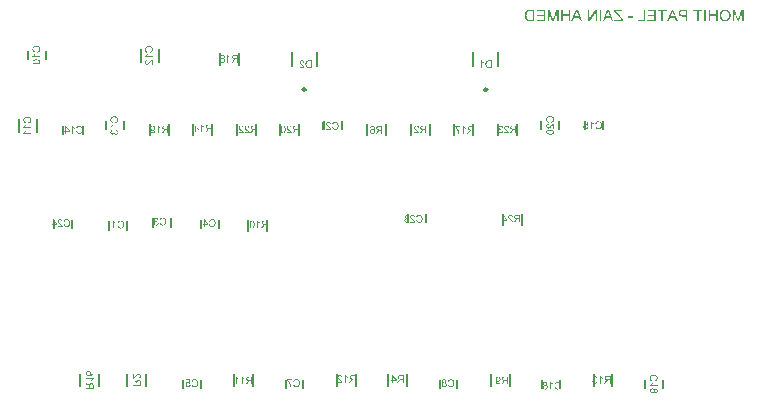
<source format=gbr>
%TF.GenerationSoftware,Altium Limited,Altium Designer,21.1.1 (26)*%
G04 Layer_Color=32896*
%FSLAX26Y26*%
%MOIN*%
%TF.SameCoordinates,5075B572-C75D-40FD-B4B0-80468548393A*%
%TF.FilePolarity,Positive*%
%TF.FileFunction,Legend,Bot*%
%TF.Part,Single*%
G01*
G75*
%TA.AperFunction,NonConductor*%
%ADD37C,0.009842*%
%ADD38C,0.007874*%
G36*
X3123233Y2350655D02*
X3118147D01*
Y2368751D01*
X3098273D01*
Y2350655D01*
X3093187D01*
Y2389062D01*
X3098273D01*
Y2373275D01*
X3118147D01*
Y2389062D01*
X3123233D01*
Y2350655D01*
D02*
G37*
G36*
X2631427Y2350655D02*
X2626342D01*
Y2368751D01*
X2606467D01*
Y2350655D01*
X2601382D01*
Y2389062D01*
X2606467D01*
Y2373275D01*
X2626342D01*
Y2389062D01*
X2631427D01*
Y2350655D01*
D02*
G37*
G36*
X2839718Y2362168D02*
X2825242D01*
Y2366910D01*
X2839718D01*
Y2362168D01*
D02*
G37*
G36*
X2721096Y2350655D02*
X2716229D01*
Y2380794D01*
X2696074Y2350655D01*
X2690863D01*
Y2389062D01*
X2695730D01*
Y2358892D01*
X2715917Y2389062D01*
X2721096D01*
Y2350655D01*
D02*
G37*
G36*
X3210000Y2350655D02*
X3205102D01*
Y2383353D01*
X3193994Y2350655D01*
X3189439D01*
X3178207Y2382791D01*
Y2350655D01*
X3173309D01*
Y2389062D01*
X3180142D01*
X3189377Y2362324D01*
X3189626Y2361575D01*
X3189876Y2360889D01*
X3190094Y2360265D01*
X3190282Y2359641D01*
X3190469Y2359110D01*
X3190656Y2358611D01*
X3190812Y2358143D01*
X3190937Y2357738D01*
X3191062Y2357363D01*
X3191155Y2357051D01*
X3191249Y2356802D01*
X3191311Y2356583D01*
X3191374Y2356396D01*
X3191405Y2356271D01*
X3191436Y2356209D01*
Y2356178D01*
X3191561Y2356552D01*
X3191686Y2356958D01*
X3191966Y2357862D01*
X3192278Y2358798D01*
X3192590Y2359734D01*
X3192715Y2360171D01*
X3192840Y2360577D01*
X3192965Y2360920D01*
X3193058Y2361232D01*
X3193152Y2361482D01*
X3193214Y2361700D01*
X3193277Y2361825D01*
Y2361856D01*
X3202387Y2389062D01*
X3210000D01*
Y2350655D01*
D02*
G37*
G36*
X2593082Y2350655D02*
X2588184D01*
Y2383353D01*
X2577077Y2350655D01*
X2572522D01*
X2561290Y2382791D01*
Y2350655D01*
X2556391D01*
Y2389062D01*
X2563224D01*
X2572459Y2362324D01*
X2572709Y2361575D01*
X2572958Y2360889D01*
X2573177Y2360265D01*
X2573364Y2359641D01*
X2573551Y2359110D01*
X2573738Y2358611D01*
X2573894Y2358143D01*
X2574019Y2357738D01*
X2574144Y2357363D01*
X2574238Y2357051D01*
X2574331Y2356802D01*
X2574394Y2356583D01*
X2574456Y2356396D01*
X2574487Y2356271D01*
X2574518Y2356209D01*
Y2356177D01*
X2574643Y2356552D01*
X2574768Y2356957D01*
X2575049Y2357862D01*
X2575361Y2358798D01*
X2575673Y2359734D01*
X2575798Y2360171D01*
X2575922Y2360577D01*
X2576047Y2360920D01*
X2576141Y2361232D01*
X2576234Y2361481D01*
X2576297Y2361700D01*
X2576359Y2361825D01*
Y2361856D01*
X2585470Y2389062D01*
X2593082D01*
Y2350655D01*
D02*
G37*
G36*
X3083858Y2350655D02*
X3078773D01*
Y2389062D01*
X3083858D01*
Y2350655D01*
D02*
G37*
G36*
X3072658Y2384538D02*
X3060022D01*
Y2350655D01*
X3054936D01*
Y2384538D01*
X3042238D01*
Y2389062D01*
X3072658D01*
Y2384538D01*
D02*
G37*
G36*
X3022114Y2350655D02*
X3017028D01*
Y2366286D01*
X3007200D01*
X3005734Y2366318D01*
X3004392Y2366442D01*
X3003144Y2366598D01*
X3001990Y2366817D01*
X3000991Y2367066D01*
X3000055Y2367347D01*
X2999244Y2367659D01*
X2998526Y2367971D01*
X2997871Y2368283D01*
X2997341Y2368595D01*
X2996904Y2368876D01*
X2996561Y2369126D01*
X2996280Y2369344D01*
X2996093Y2369500D01*
X2995968Y2369625D01*
X2995937Y2369656D01*
X2995375Y2370311D01*
X2994907Y2370998D01*
X2994502Y2371684D01*
X2994127Y2372402D01*
X2993815Y2373088D01*
X2993566Y2373774D01*
X2993378Y2374430D01*
X2993191Y2375085D01*
X2993066Y2375678D01*
X2992973Y2376239D01*
X2992910Y2376707D01*
X2992879Y2377144D01*
X2992848Y2377487D01*
X2992817Y2377737D01*
Y2377893D01*
Y2377955D01*
X2992879Y2378985D01*
X2993004Y2379983D01*
X2993191Y2380857D01*
X2993285Y2381262D01*
X2993410Y2381637D01*
X2993534Y2381949D01*
X2993628Y2382261D01*
X2993722Y2382542D01*
X2993815Y2382760D01*
X2993878Y2382916D01*
X2993940Y2383072D01*
X2994002Y2383134D01*
Y2383166D01*
X2994470Y2384008D01*
X2994970Y2384757D01*
X2995500Y2385412D01*
X2995968Y2385911D01*
X2996405Y2386348D01*
X2996779Y2386629D01*
X2996904Y2386754D01*
X2996998Y2386816D01*
X2997060Y2386878D01*
X2997091D01*
X2997840Y2387346D01*
X2998620Y2387721D01*
X2999431Y2388033D01*
X3000149Y2388282D01*
X3000492Y2388376D01*
X3000804Y2388470D01*
X3001085Y2388532D01*
X3001334Y2388594D01*
X3001522Y2388626D01*
X3001678Y2388657D01*
X3001771Y2388688D01*
X3001802D01*
X3002208Y2388750D01*
X3002645Y2388813D01*
X3003581Y2388906D01*
X3004548Y2388969D01*
X3005484Y2389031D01*
X3006326D01*
X3006701Y2389062D01*
X3022114D01*
Y2350655D01*
D02*
G37*
G36*
X2990539D02*
X2985173D01*
X2980961Y2362293D01*
X2964893D01*
X2960431Y2350655D01*
X2954659D01*
X2970322Y2389062D01*
X2975844D01*
X2990539Y2350655D01*
D02*
G37*
G36*
X2953411Y2384538D02*
X2940775D01*
Y2350655D01*
X2935690D01*
Y2384538D01*
X2922991Y2384538D01*
Y2389062D01*
X2953411Y2389062D01*
Y2384538D01*
D02*
G37*
G36*
X2917687Y2350655D02*
X2889014D01*
Y2355179D01*
X2912602D01*
Y2368252D01*
X2891354D01*
Y2372776D01*
X2912602D01*
Y2384538D01*
X2889919D01*
Y2389062D01*
X2917687D01*
Y2350655D01*
D02*
G37*
G36*
X2882213D02*
X2858220D01*
Y2355179D01*
X2877127D01*
Y2389062D01*
X2882213D01*
Y2350655D01*
D02*
G37*
G36*
X2805367Y2384538D02*
X2783933D01*
X2784650Y2383789D01*
X2785368Y2382978D01*
X2786023Y2382229D01*
X2786647Y2381512D01*
X2786928Y2381169D01*
X2787178Y2380888D01*
X2787396Y2380607D01*
X2787583Y2380389D01*
X2787708Y2380202D01*
X2787833Y2380077D01*
X2787895Y2379983D01*
X2787926Y2379952D01*
X2807582Y2355335D01*
Y2350655D01*
X2777225D01*
Y2355179D01*
X2801748D01*
X2799439Y2357894D01*
X2777849Y2384538D01*
Y2389062D01*
X2805367D01*
Y2384538D01*
D02*
G37*
G36*
X2775946Y2350655D02*
X2770579D01*
X2766367Y2362293D01*
X2750299D01*
X2745838Y2350655D01*
X2740066D01*
X2755728Y2389062D01*
X2761250D01*
X2775946Y2350655D01*
D02*
G37*
G36*
X2735105D02*
X2730019D01*
Y2389062D01*
X2735105D01*
Y2350655D01*
D02*
G37*
G36*
X2671613D02*
X2666246D01*
X2662034Y2362293D01*
X2645966D01*
X2641505Y2350655D01*
X2635733D01*
X2651395Y2389062D01*
X2656918D01*
X2671613Y2350655D01*
D02*
G37*
G36*
X2548123D02*
X2519450D01*
Y2355179D01*
X2543038D01*
Y2368252D01*
X2521790D01*
Y2372776D01*
X2543038D01*
Y2384538D01*
X2520355D01*
Y2389062D01*
X2548123D01*
Y2350655D01*
D02*
G37*
G36*
X2512430D02*
X2498609D01*
X2497330Y2350686D01*
X2496175Y2350749D01*
X2495614Y2350811D01*
X2495114Y2350842D01*
X2494646Y2350905D01*
X2494210Y2350967D01*
X2493804Y2351030D01*
X2493461Y2351092D01*
X2493149Y2351123D01*
X2492899Y2351186D01*
X2492712Y2351217D01*
X2492556Y2351248D01*
X2492462Y2351279D01*
X2492431D01*
X2491464Y2351560D01*
X2490590Y2351872D01*
X2489810Y2352184D01*
X2489436Y2352340D01*
X2489124Y2352496D01*
X2488843Y2352652D01*
X2488594Y2352777D01*
X2488375Y2352901D01*
X2488188Y2352995D01*
X2488032Y2353089D01*
X2487938Y2353151D01*
X2487876Y2353213D01*
X2487845D01*
X2487158Y2353744D01*
X2486503Y2354305D01*
X2485910Y2354867D01*
X2485380Y2355429D01*
X2484943Y2355928D01*
X2484787Y2356146D01*
X2484631Y2356334D01*
X2484506Y2356490D01*
X2484413Y2356614D01*
X2484382Y2356677D01*
X2484350Y2356708D01*
X2483789Y2357581D01*
X2483258Y2358517D01*
X2482822Y2359454D01*
X2482447Y2360327D01*
X2482291Y2360733D01*
X2482135Y2361107D01*
X2482010Y2361450D01*
X2481917Y2361731D01*
X2481823Y2361981D01*
X2481761Y2362137D01*
X2481730Y2362262D01*
Y2362293D01*
X2481386Y2363603D01*
X2481137Y2364945D01*
X2480950Y2366224D01*
X2480887Y2366848D01*
X2480825Y2367441D01*
X2480794Y2368002D01*
X2480762Y2368501D01*
X2480731Y2368938D01*
X2480700Y2369313D01*
Y2369625D01*
Y2369874D01*
Y2369999D01*
Y2370061D01*
X2480731Y2370997D01*
X2480762Y2371934D01*
X2480825Y2372807D01*
X2480950Y2373649D01*
X2481043Y2374430D01*
X2481168Y2375178D01*
X2481324Y2375896D01*
X2481449Y2376551D01*
X2481605Y2377113D01*
X2481730Y2377643D01*
X2481886Y2378080D01*
X2481979Y2378454D01*
X2482073Y2378766D01*
X2482166Y2378985D01*
X2482198Y2379141D01*
X2482229Y2379172D01*
X2482541Y2379890D01*
X2482853Y2380607D01*
X2483196Y2381262D01*
X2483570Y2381886D01*
X2483945Y2382479D01*
X2484319Y2383010D01*
X2484694Y2383509D01*
X2485037Y2383977D01*
X2485380Y2384382D01*
X2485723Y2384726D01*
X2486004Y2385037D01*
X2486254Y2385287D01*
X2486472Y2385506D01*
X2486628Y2385630D01*
X2486722Y2385724D01*
X2486753Y2385755D01*
X2487658Y2386441D01*
X2488625Y2387034D01*
X2489561Y2387502D01*
X2490466Y2387877D01*
X2490871Y2388033D01*
X2491214Y2388157D01*
X2491558Y2388282D01*
X2491838Y2388345D01*
X2492088Y2388407D01*
X2492244Y2388470D01*
X2492369Y2388501D01*
X2492400D01*
X2492868Y2388594D01*
X2493367Y2388688D01*
X2494459Y2388813D01*
X2495582Y2388938D01*
X2496706Y2389000D01*
X2497205Y2389031D01*
X2498110D01*
X2498484Y2389062D01*
X2512430D01*
Y2350655D01*
D02*
G37*
G36*
X3149815Y2389686D02*
X3151219Y2389530D01*
X3152561Y2389250D01*
X3153809Y2388906D01*
X3154994Y2388501D01*
X3156086Y2388033D01*
X3157085Y2387534D01*
X3157990Y2387034D01*
X3158801Y2386535D01*
X3159518Y2386036D01*
X3160142Y2385568D01*
X3160642Y2385162D01*
X3161047Y2384819D01*
X3161328Y2384570D01*
X3161515Y2384382D01*
X3161546Y2384351D01*
X3161578Y2384320D01*
X3162482Y2383259D01*
X3163262Y2382136D01*
X3163949Y2380919D01*
X3164542Y2379702D01*
X3165041Y2378454D01*
X3165446Y2377206D01*
X3165790Y2375990D01*
X3166039Y2374804D01*
X3166258Y2373681D01*
X3166414Y2372651D01*
X3166538Y2371746D01*
X3166570Y2371310D01*
X3166601Y2370935D01*
X3166632Y2370561D01*
X3166663Y2370280D01*
Y2369999D01*
X3166694Y2369781D01*
Y2369594D01*
Y2369469D01*
Y2369375D01*
Y2369344D01*
X3166663Y2368408D01*
X3166601Y2367472D01*
X3166507Y2366567D01*
X3166351Y2365725D01*
X3166195Y2364882D01*
X3166008Y2364071D01*
X3165790Y2363322D01*
X3165602Y2362636D01*
X3165384Y2362012D01*
X3165197Y2361450D01*
X3165010Y2360951D01*
X3164854Y2360514D01*
X3164698Y2360202D01*
X3164604Y2359953D01*
X3164542Y2359797D01*
X3164510Y2359734D01*
X3164074Y2358923D01*
X3163606Y2358143D01*
X3163106Y2357394D01*
X3162576Y2356708D01*
X3162014Y2356084D01*
X3161484Y2355491D01*
X3160954Y2354961D01*
X3160454Y2354462D01*
X3159955Y2354025D01*
X3159518Y2353650D01*
X3159113Y2353338D01*
X3158738Y2353058D01*
X3158458Y2352870D01*
X3158239Y2352714D01*
X3158114Y2352621D01*
X3158052Y2352590D01*
X3157241Y2352122D01*
X3156398Y2351747D01*
X3155556Y2351404D01*
X3154745Y2351092D01*
X3153902Y2350842D01*
X3153091Y2350624D01*
X3152342Y2350468D01*
X3151594Y2350312D01*
X3150907Y2350218D01*
X3150283Y2350125D01*
X3149753Y2350094D01*
X3149254Y2350031D01*
X3148879D01*
X3148598Y2350000D01*
X3148349D01*
X3147413Y2350031D01*
X3146508Y2350094D01*
X3145634Y2350218D01*
X3144792Y2350374D01*
X3143981Y2350562D01*
X3143201Y2350749D01*
X3142483Y2350967D01*
X3141828Y2351186D01*
X3141204Y2351404D01*
X3140674Y2351622D01*
X3140206Y2351810D01*
X3139800Y2351997D01*
X3139488Y2352153D01*
X3139238Y2352278D01*
X3139114Y2352340D01*
X3139051Y2352371D01*
X3138271Y2352839D01*
X3137522Y2353338D01*
X3136836Y2353900D01*
X3136181Y2354462D01*
X3135588Y2355023D01*
X3135026Y2355616D01*
X3134527Y2356178D01*
X3134059Y2356739D01*
X3133685Y2357270D01*
X3133310Y2357769D01*
X3133030Y2358206D01*
X3132780Y2358580D01*
X3132593Y2358892D01*
X3132468Y2359142D01*
X3132374Y2359266D01*
X3132343Y2359329D01*
X3131938Y2360202D01*
X3131563Y2361107D01*
X3131251Y2362012D01*
X3130970Y2362917D01*
X3130752Y2363790D01*
X3130565Y2364664D01*
X3130378Y2365506D01*
X3130253Y2366286D01*
X3130159Y2367035D01*
X3130097Y2367690D01*
X3130034Y2368283D01*
X3130003Y2368814D01*
X3129972Y2369219D01*
Y2369531D01*
Y2369625D01*
Y2369718D01*
Y2369750D01*
Y2369781D01*
X3130003Y2370842D01*
X3130066Y2371871D01*
X3130190Y2372870D01*
X3130315Y2373837D01*
X3130502Y2374742D01*
X3130690Y2375584D01*
X3130877Y2376364D01*
X3131095Y2377113D01*
X3131314Y2377768D01*
X3131501Y2378361D01*
X3131688Y2378891D01*
X3131875Y2379297D01*
X3132000Y2379640D01*
X3132125Y2379890D01*
X3132187Y2380046D01*
X3132218Y2380108D01*
X3132655Y2380950D01*
X3133154Y2381730D01*
X3133654Y2382448D01*
X3134184Y2383134D01*
X3134714Y2383758D01*
X3135276Y2384351D01*
X3135806Y2384882D01*
X3136306Y2385350D01*
X3136805Y2385786D01*
X3137273Y2386161D01*
X3137678Y2386473D01*
X3138022Y2386722D01*
X3138334Y2386941D01*
X3138552Y2387066D01*
X3138677Y2387159D01*
X3138739Y2387190D01*
X3139550Y2387627D01*
X3140362Y2388033D01*
X3141204Y2388376D01*
X3142046Y2388657D01*
X3142858Y2388906D01*
X3143638Y2389125D01*
X3144418Y2389281D01*
X3145135Y2389437D01*
X3145790Y2389530D01*
X3146414Y2389624D01*
X3146945Y2389686D01*
X3147413Y2389718D01*
X3147787D01*
X3148068Y2389749D01*
X3149066D01*
X3149815Y2389686D01*
D02*
G37*
G36*
X2433164Y1705318D02*
X2433778Y1705256D01*
X2434373Y1705174D01*
X2434906Y1705051D01*
X2435419Y1704908D01*
X2435890Y1704744D01*
X2436320Y1704580D01*
X2436710Y1704395D01*
X2437059Y1704210D01*
X2437366Y1704046D01*
X2437633Y1703882D01*
X2437838Y1703739D01*
X2438001Y1703637D01*
X2438124Y1703534D01*
X2438206Y1703473D01*
X2438227Y1703452D01*
X2438596Y1703083D01*
X2438945Y1702694D01*
X2439252Y1702263D01*
X2439498Y1701812D01*
X2439744Y1701361D01*
X2439928Y1700930D01*
X2440113Y1700479D01*
X2440236Y1700049D01*
X2440359Y1699639D01*
X2440461Y1699270D01*
X2440523Y1698921D01*
X2440584Y1698614D01*
X2440626Y1698389D01*
X2440646Y1698204D01*
X2440666Y1698081D01*
Y1698061D01*
Y1698040D01*
X2437489Y1697712D01*
X2437468Y1698142D01*
X2437427Y1698553D01*
X2437366Y1698921D01*
X2437284Y1699291D01*
X2437182Y1699619D01*
X2437059Y1699926D01*
X2436956Y1700193D01*
X2436812Y1700459D01*
X2436689Y1700685D01*
X2436587Y1700869D01*
X2436464Y1701033D01*
X2436361Y1701177D01*
X2436280Y1701279D01*
X2436218Y1701361D01*
X2436177Y1701402D01*
X2436157Y1701422D01*
X2435890Y1701668D01*
X2435603Y1701873D01*
X2435316Y1702058D01*
X2435029Y1702201D01*
X2434722Y1702345D01*
X2434434Y1702447D01*
X2433860Y1702611D01*
X2433594Y1702673D01*
X2433348Y1702714D01*
X2433122Y1702735D01*
X2432938Y1702755D01*
X2432774Y1702775D01*
X2432569D01*
X2432180Y1702755D01*
X2431811Y1702714D01*
X2431462Y1702652D01*
X2431134Y1702571D01*
X2430847Y1702488D01*
X2430560Y1702366D01*
X2430294Y1702263D01*
X2430068Y1702140D01*
X2429863Y1702017D01*
X2429678Y1701915D01*
X2429515Y1701792D01*
X2429392Y1701709D01*
X2429289Y1701628D01*
X2429207Y1701566D01*
X2429166Y1701525D01*
X2429146Y1701505D01*
X2428920Y1701258D01*
X2428715Y1701013D01*
X2428530Y1700746D01*
X2428367Y1700479D01*
X2428244Y1700213D01*
X2428141Y1699967D01*
X2427977Y1699475D01*
X2427916Y1699249D01*
X2427874Y1699044D01*
X2427854Y1698860D01*
X2427834Y1698696D01*
X2427813Y1698573D01*
Y1698470D01*
Y1698409D01*
Y1698389D01*
X2427834Y1698061D01*
X2427874Y1697733D01*
X2427956Y1697405D01*
X2428039Y1697076D01*
X2428264Y1696441D01*
X2428530Y1695888D01*
X2428674Y1695621D01*
X2428818Y1695396D01*
X2428941Y1695190D01*
X2429043Y1695006D01*
X2429125Y1694862D01*
X2429207Y1694760D01*
X2429248Y1694698D01*
X2429269Y1694678D01*
X2429576Y1694289D01*
X2429925Y1693879D01*
X2430314Y1693448D01*
X2430744Y1693017D01*
X2431195Y1692566D01*
X2431667Y1692116D01*
X2432139Y1691685D01*
X2432590Y1691255D01*
X2433041Y1690865D01*
X2433450Y1690496D01*
X2433820Y1690148D01*
X2434168Y1689861D01*
X2434434Y1689635D01*
X2434640Y1689450D01*
X2434722Y1689389D01*
X2434783Y1689348D01*
X2434803Y1689328D01*
X2434824Y1689307D01*
X2435296Y1688897D01*
X2435767Y1688528D01*
X2436177Y1688159D01*
X2436566Y1687790D01*
X2436936Y1687462D01*
X2437264Y1687155D01*
X2437571Y1686847D01*
X2437838Y1686581D01*
X2438084Y1686334D01*
X2438289Y1686130D01*
X2438473Y1685945D01*
X2438617Y1685781D01*
X2438740Y1685658D01*
X2438822Y1685576D01*
X2438863Y1685514D01*
X2438883Y1685494D01*
X2439375Y1684879D01*
X2439785Y1684284D01*
X2440133Y1683710D01*
X2440421Y1683198D01*
X2440544Y1682973D01*
X2440646Y1682767D01*
X2440728Y1682583D01*
X2440789Y1682419D01*
X2440851Y1682296D01*
X2440892Y1682214D01*
X2440912Y1682152D01*
Y1682132D01*
X2441035Y1681743D01*
X2441138Y1681373D01*
X2441200Y1681005D01*
X2441240Y1680677D01*
X2441261Y1680410D01*
Y1680185D01*
Y1680102D01*
Y1680041D01*
Y1680021D01*
Y1680000D01*
X2424595D01*
Y1682973D01*
X2436956D01*
X2436751Y1683280D01*
X2436546Y1683588D01*
X2436320Y1683874D01*
X2436115Y1684120D01*
X2435931Y1684325D01*
X2435787Y1684489D01*
X2435706Y1684592D01*
X2435664Y1684633D01*
X2435501Y1684818D01*
X2435275Y1685002D01*
X2435029Y1685248D01*
X2434762Y1685494D01*
X2434168Y1686006D01*
X2433573Y1686540D01*
X2433287Y1686785D01*
X2432999Y1687032D01*
X2432753Y1687236D01*
X2432528Y1687441D01*
X2432343Y1687585D01*
X2432200Y1687708D01*
X2432118Y1687790D01*
X2432077Y1687811D01*
X2431483Y1688323D01*
X2430909Y1688815D01*
X2430396Y1689266D01*
X2429925Y1689697D01*
X2429494Y1690107D01*
X2429104Y1690455D01*
X2428756Y1690803D01*
X2428448Y1691091D01*
X2428182Y1691357D01*
X2427956Y1691603D01*
X2427751Y1691787D01*
X2427588Y1691972D01*
X2427465Y1692095D01*
X2427383Y1692177D01*
X2427341Y1692238D01*
X2427321Y1692259D01*
X2426829Y1692853D01*
X2426398Y1693428D01*
X2426050Y1693940D01*
X2425763Y1694411D01*
X2425640Y1694617D01*
X2425537Y1694781D01*
X2425456Y1694945D01*
X2425394Y1695088D01*
X2425332Y1695190D01*
X2425291Y1695273D01*
X2425271Y1695313D01*
Y1695334D01*
X2425066Y1695888D01*
X2424902Y1696420D01*
X2424800Y1696933D01*
X2424718Y1697384D01*
X2424697Y1697589D01*
X2424677Y1697774D01*
X2424656Y1697938D01*
X2424635Y1698061D01*
Y1698184D01*
Y1698265D01*
Y1698306D01*
Y1698327D01*
X2424656Y1698880D01*
X2424718Y1699393D01*
X2424840Y1699885D01*
X2424963Y1700357D01*
X2425128Y1700807D01*
X2425312Y1701217D01*
X2425497Y1701586D01*
X2425702Y1701935D01*
X2425907Y1702243D01*
X2426091Y1702509D01*
X2426276Y1702755D01*
X2426439Y1702939D01*
X2426562Y1703103D01*
X2426665Y1703226D01*
X2426747Y1703288D01*
X2426767Y1703309D01*
X2427177Y1703657D01*
X2427628Y1703985D01*
X2428079Y1704252D01*
X2428551Y1704477D01*
X2429043Y1704682D01*
X2429515Y1704846D01*
X2429986Y1704969D01*
X2430437Y1705092D01*
X2430847Y1705174D01*
X2431257Y1705236D01*
X2431606Y1705276D01*
X2431913Y1705297D01*
X2432159Y1705318D01*
X2432343Y1705338D01*
X2432508D01*
X2433164Y1705318D01*
D02*
G37*
G36*
X2465000Y1680000D02*
X2461659D01*
Y1691214D01*
X2457354D01*
X2456964Y1691193D01*
X2456636Y1691172D01*
X2456390Y1691152D01*
X2456185Y1691131D01*
X2456041Y1691111D01*
X2455959Y1691091D01*
X2455939D01*
X2455652Y1691008D01*
X2455385Y1690906D01*
X2455140Y1690783D01*
X2454914Y1690660D01*
X2454709Y1690557D01*
X2454566Y1690476D01*
X2454483Y1690414D01*
X2454443Y1690393D01*
X2454155Y1690188D01*
X2453848Y1689943D01*
X2453561Y1689656D01*
X2453315Y1689369D01*
X2453069Y1689122D01*
X2452905Y1688918D01*
X2452823Y1688835D01*
X2452782Y1688774D01*
X2452741Y1688733D01*
Y1688713D01*
X2452557Y1688466D01*
X2452352Y1688220D01*
X2451962Y1687667D01*
X2451552Y1687093D01*
X2451162Y1686519D01*
X2450999Y1686273D01*
X2450834Y1686027D01*
X2450691Y1685802D01*
X2450568Y1685617D01*
X2450465Y1685474D01*
X2450383Y1685351D01*
X2450343Y1685268D01*
X2450322Y1685248D01*
X2446981Y1680000D01*
X2442819D01*
X2447186Y1686868D01*
X2447677Y1687585D01*
X2448169Y1688241D01*
X2448395Y1688528D01*
X2448620Y1688815D01*
X2448846Y1689061D01*
X2449051Y1689286D01*
X2449235Y1689492D01*
X2449420Y1689676D01*
X2449564Y1689840D01*
X2449707Y1689963D01*
X2449809Y1690065D01*
X2449892Y1690148D01*
X2449932Y1690188D01*
X2449953Y1690209D01*
X2450240Y1690435D01*
X2450548Y1690660D01*
X2450876Y1690886D01*
X2451204Y1691070D01*
X2451511Y1691234D01*
X2451736Y1691378D01*
X2451839Y1691418D01*
X2451901Y1691459D01*
X2451941Y1691480D01*
X2451962D01*
X2451306Y1691582D01*
X2450691Y1691726D01*
X2450117Y1691870D01*
X2449584Y1692054D01*
X2449113Y1692238D01*
X2448662Y1692444D01*
X2448272Y1692628D01*
X2447923Y1692833D01*
X2447595Y1693017D01*
X2447329Y1693202D01*
X2447104Y1693366D01*
X2446919Y1693530D01*
X2446776Y1693653D01*
X2446673Y1693735D01*
X2446611Y1693796D01*
X2446591Y1693817D01*
X2446284Y1694166D01*
X2446017Y1694534D01*
X2445791Y1694924D01*
X2445586Y1695313D01*
X2445423Y1695682D01*
X2445279Y1696072D01*
X2445156Y1696420D01*
X2445074Y1696769D01*
X2444992Y1697097D01*
X2444930Y1697405D01*
X2444910Y1697671D01*
X2444869Y1697897D01*
Y1698081D01*
X2444849Y1698225D01*
Y1698327D01*
Y1698348D01*
X2444869Y1698737D01*
X2444890Y1699106D01*
X2445012Y1699823D01*
X2445177Y1700459D01*
X2445279Y1700746D01*
X2445381Y1701013D01*
X2445484Y1701258D01*
X2445586Y1701484D01*
X2445669Y1701668D01*
X2445751Y1701832D01*
X2445812Y1701976D01*
X2445874Y1702058D01*
X2445894Y1702120D01*
X2445914Y1702140D01*
X2446119Y1702447D01*
X2446325Y1702735D01*
X2446570Y1703001D01*
X2446796Y1703247D01*
X2447021Y1703452D01*
X2447267Y1703657D01*
X2447493Y1703841D01*
X2447718Y1703985D01*
X2448108Y1704231D01*
X2448272Y1704333D01*
X2448436Y1704416D01*
X2448559Y1704457D01*
X2448641Y1704497D01*
X2448702Y1704539D01*
X2448723D01*
X2449072Y1704661D01*
X2449441Y1704764D01*
X2449851Y1704867D01*
X2450260Y1704948D01*
X2451101Y1705072D01*
X2451921Y1705153D01*
X2452311Y1705174D01*
X2452680Y1705195D01*
X2452987Y1705215D01*
X2453274Y1705236D01*
X2465000D01*
Y1680000D01*
D02*
G37*
G36*
X2422278Y1688897D02*
Y1686047D01*
X2411331D01*
Y1680000D01*
X2408235D01*
Y1686047D01*
X2404832D01*
Y1688897D01*
X2408235D01*
Y1705236D01*
X2410757D01*
X2422278Y1688897D01*
D02*
G37*
G36*
X1738122Y2220318D02*
X1738737Y2220256D01*
X1739332Y2220174D01*
X1739865Y2220051D01*
X1740378Y2219907D01*
X1740849Y2219744D01*
X1741280Y2219579D01*
X1741669Y2219395D01*
X1742017Y2219211D01*
X1742325Y2219046D01*
X1742591Y2218883D01*
X1742796Y2218739D01*
X1742960Y2218637D01*
X1743083Y2218534D01*
X1743166Y2218472D01*
X1743186Y2218452D01*
X1743555Y2218083D01*
X1743903Y2217693D01*
X1744211Y2217263D01*
X1744457Y2216812D01*
X1744703Y2216361D01*
X1744888Y2215930D01*
X1745072Y2215479D01*
X1745195Y2215049D01*
X1745318Y2214639D01*
X1745420Y2214270D01*
X1745482Y2213921D01*
X1745543Y2213614D01*
X1745584Y2213389D01*
X1745605Y2213204D01*
X1745626Y2213081D01*
Y2213061D01*
Y2213040D01*
X1742448Y2212712D01*
X1742428Y2213142D01*
X1742387Y2213552D01*
X1742325Y2213921D01*
X1742243Y2214291D01*
X1742140Y2214619D01*
X1742017Y2214926D01*
X1741915Y2215193D01*
X1741772Y2215459D01*
X1741649Y2215684D01*
X1741546Y2215869D01*
X1741423Y2216033D01*
X1741321Y2216177D01*
X1741238Y2216279D01*
X1741177Y2216361D01*
X1741136Y2216402D01*
X1741116Y2216423D01*
X1740849Y2216669D01*
X1740562Y2216874D01*
X1740275Y2217058D01*
X1739988Y2217202D01*
X1739680Y2217345D01*
X1739393Y2217448D01*
X1738820Y2217611D01*
X1738553Y2217673D01*
X1738307Y2217714D01*
X1738082Y2217735D01*
X1737897Y2217755D01*
X1737733Y2217776D01*
X1737528D01*
X1737139Y2217755D01*
X1736770Y2217714D01*
X1736421Y2217653D01*
X1736093Y2217570D01*
X1735806Y2217488D01*
X1735519Y2217365D01*
X1735253Y2217263D01*
X1735027Y2217140D01*
X1734822Y2217017D01*
X1734638Y2216914D01*
X1734474Y2216791D01*
X1734351Y2216709D01*
X1734248Y2216628D01*
X1734166Y2216566D01*
X1734125Y2216525D01*
X1734104Y2216505D01*
X1733879Y2216258D01*
X1733674Y2216012D01*
X1733489Y2215746D01*
X1733325Y2215479D01*
X1733203Y2215213D01*
X1733100Y2214967D01*
X1732936Y2214475D01*
X1732874Y2214249D01*
X1732833Y2214044D01*
X1732813Y2213860D01*
X1732793Y2213696D01*
X1732772Y2213573D01*
Y2213470D01*
Y2213409D01*
Y2213389D01*
X1732793Y2213061D01*
X1732833Y2212733D01*
X1732916Y2212405D01*
X1732997Y2212077D01*
X1733223Y2211441D01*
X1733489Y2210887D01*
X1733633Y2210621D01*
X1733776Y2210396D01*
X1733899Y2210191D01*
X1734002Y2210006D01*
X1734084Y2209863D01*
X1734166Y2209760D01*
X1734207Y2209698D01*
X1734227Y2209678D01*
X1734535Y2209289D01*
X1734883Y2208878D01*
X1735273Y2208448D01*
X1735704Y2208017D01*
X1736155Y2207566D01*
X1736626Y2207115D01*
X1737098Y2206685D01*
X1737549Y2206255D01*
X1737999Y2205865D01*
X1738409Y2205496D01*
X1738778Y2205148D01*
X1739127Y2204860D01*
X1739393Y2204635D01*
X1739599Y2204450D01*
X1739680Y2204389D01*
X1739742Y2204348D01*
X1739763Y2204327D01*
X1739783Y2204307D01*
X1740255Y2203897D01*
X1740726Y2203528D01*
X1741136Y2203159D01*
X1741525Y2202790D01*
X1741895Y2202462D01*
X1742223Y2202155D01*
X1742530Y2201847D01*
X1742796Y2201581D01*
X1743043Y2201334D01*
X1743247Y2201130D01*
X1743432Y2200945D01*
X1743575Y2200781D01*
X1743698Y2200658D01*
X1743781Y2200576D01*
X1743822Y2200515D01*
X1743842Y2200494D01*
X1744334Y2199879D01*
X1744744Y2199285D01*
X1745092Y2198711D01*
X1745380Y2198198D01*
X1745503Y2197972D01*
X1745605Y2197767D01*
X1745687Y2197583D01*
X1745748Y2197419D01*
X1745810Y2197296D01*
X1745851Y2197214D01*
X1745871Y2197153D01*
Y2197132D01*
X1745995Y2196742D01*
X1746097Y2196374D01*
X1746159Y2196005D01*
X1746199Y2195677D01*
X1746220Y2195410D01*
Y2195184D01*
Y2195102D01*
Y2195041D01*
Y2195021D01*
Y2195000D01*
X1729553D01*
Y2197972D01*
X1741915D01*
X1741710Y2198280D01*
X1741505Y2198588D01*
X1741280Y2198874D01*
X1741074Y2199120D01*
X1740890Y2199325D01*
X1740746Y2199490D01*
X1740665Y2199592D01*
X1740623Y2199633D01*
X1740459Y2199818D01*
X1740234Y2200002D01*
X1739988Y2200248D01*
X1739722Y2200494D01*
X1739127Y2201006D01*
X1738533Y2201539D01*
X1738245Y2201785D01*
X1737958Y2202032D01*
X1737713Y2202236D01*
X1737487Y2202441D01*
X1737303Y2202585D01*
X1737159Y2202708D01*
X1737077Y2202790D01*
X1737036Y2202811D01*
X1736441Y2203323D01*
X1735868Y2203815D01*
X1735355Y2204266D01*
X1734883Y2204697D01*
X1734453Y2205106D01*
X1734063Y2205455D01*
X1733715Y2205803D01*
X1733408Y2206090D01*
X1733141Y2206357D01*
X1732916Y2206603D01*
X1732710Y2206787D01*
X1732546Y2206972D01*
X1732424Y2207095D01*
X1732341Y2207177D01*
X1732301Y2207238D01*
X1732280Y2207259D01*
X1731788Y2207854D01*
X1731358Y2208427D01*
X1731009Y2208940D01*
X1730722Y2209412D01*
X1730599Y2209617D01*
X1730496Y2209780D01*
X1730415Y2209945D01*
X1730353Y2210088D01*
X1730292Y2210191D01*
X1730251Y2210273D01*
X1730230Y2210314D01*
Y2210334D01*
X1730025Y2210887D01*
X1729861Y2211421D01*
X1729758Y2211933D01*
X1729677Y2212384D01*
X1729656Y2212589D01*
X1729636Y2212773D01*
X1729615Y2212938D01*
X1729594Y2213061D01*
Y2213184D01*
Y2213265D01*
Y2213307D01*
Y2213327D01*
X1729615Y2213881D01*
X1729677Y2214393D01*
X1729800Y2214885D01*
X1729922Y2215356D01*
X1730086Y2215807D01*
X1730271Y2216218D01*
X1730456Y2216586D01*
X1730660Y2216935D01*
X1730866Y2217242D01*
X1731050Y2217509D01*
X1731235Y2217755D01*
X1731399Y2217939D01*
X1731522Y2218104D01*
X1731624Y2218227D01*
X1731706Y2218288D01*
X1731726Y2218309D01*
X1732137Y2218657D01*
X1732588Y2218985D01*
X1733039Y2219251D01*
X1733510Y2219477D01*
X1734002Y2219682D01*
X1734474Y2219846D01*
X1734945Y2219969D01*
X1735396Y2220092D01*
X1735806Y2220174D01*
X1736216Y2220235D01*
X1736564Y2220276D01*
X1736872Y2220297D01*
X1737118Y2220318D01*
X1737303Y2220338D01*
X1737466D01*
X1738122Y2220318D01*
D02*
G37*
G36*
X1770000Y2195000D02*
X1760918D01*
X1760078Y2195021D01*
X1759320Y2195061D01*
X1758950Y2195102D01*
X1758622Y2195123D01*
X1758315Y2195164D01*
X1758028Y2195205D01*
X1757762Y2195246D01*
X1757536Y2195287D01*
X1757331Y2195307D01*
X1757167Y2195349D01*
X1757044Y2195369D01*
X1756941Y2195390D01*
X1756880Y2195410D01*
X1756860D01*
X1756224Y2195595D01*
X1755650Y2195800D01*
X1755138Y2196005D01*
X1754891Y2196107D01*
X1754687Y2196209D01*
X1754502Y2196312D01*
X1754338Y2196394D01*
X1754195Y2196476D01*
X1754072Y2196537D01*
X1753969Y2196599D01*
X1753908Y2196640D01*
X1753867Y2196681D01*
X1753846D01*
X1753395Y2197030D01*
X1752965Y2197398D01*
X1752575Y2197767D01*
X1752226Y2198137D01*
X1751939Y2198465D01*
X1751837Y2198608D01*
X1751735Y2198731D01*
X1751652Y2198834D01*
X1751591Y2198916D01*
X1751571Y2198956D01*
X1751550Y2198977D01*
X1751181Y2199551D01*
X1750832Y2200166D01*
X1750545Y2200781D01*
X1750300Y2201355D01*
X1750197Y2201622D01*
X1750094Y2201867D01*
X1750013Y2202093D01*
X1749951Y2202278D01*
X1749889Y2202441D01*
X1749849Y2202544D01*
X1749828Y2202626D01*
Y2202646D01*
X1749602Y2203508D01*
X1749438Y2204389D01*
X1749315Y2205229D01*
X1749274Y2205640D01*
X1749234Y2206029D01*
X1749213Y2206398D01*
X1749193Y2206726D01*
X1749172Y2207013D01*
X1749151Y2207259D01*
Y2207464D01*
Y2207628D01*
Y2207710D01*
Y2207751D01*
X1749172Y2208366D01*
X1749193Y2208981D01*
X1749234Y2209555D01*
X1749315Y2210108D01*
X1749377Y2210621D01*
X1749459Y2211113D01*
X1749562Y2211584D01*
X1749643Y2212015D01*
X1749746Y2212384D01*
X1749828Y2212733D01*
X1749930Y2213019D01*
X1749992Y2213265D01*
X1750053Y2213470D01*
X1750115Y2213614D01*
X1750136Y2213716D01*
X1750156Y2213737D01*
X1750361Y2214209D01*
X1750566Y2214680D01*
X1750792Y2215110D01*
X1751037Y2215521D01*
X1751284Y2215910D01*
X1751530Y2216258D01*
X1751775Y2216586D01*
X1752001Y2216894D01*
X1752226Y2217160D01*
X1752452Y2217386D01*
X1752637Y2217591D01*
X1752801Y2217755D01*
X1752944Y2217898D01*
X1753046Y2217981D01*
X1753108Y2218042D01*
X1753129Y2218062D01*
X1753723Y2218514D01*
X1754359Y2218903D01*
X1754974Y2219211D01*
X1755568Y2219456D01*
X1755834Y2219559D01*
X1756060Y2219641D01*
X1756285Y2219723D01*
X1756470Y2219764D01*
X1756634Y2219805D01*
X1756736Y2219846D01*
X1756819Y2219867D01*
X1756839D01*
X1757147Y2219928D01*
X1757475Y2219990D01*
X1758192Y2220072D01*
X1758930Y2220153D01*
X1759668Y2220195D01*
X1759996Y2220215D01*
X1760591D01*
X1760836Y2220235D01*
X1770000D01*
Y2195000D01*
D02*
G37*
G36*
X2336339Y2220030D02*
X2336523Y2219723D01*
X2336934Y2219128D01*
X2337405Y2218555D01*
X2337856Y2218042D01*
X2338061Y2217796D01*
X2338266Y2217591D01*
X2338450Y2217407D01*
X2338615Y2217263D01*
X2338738Y2217119D01*
X2338840Y2217037D01*
X2338901Y2216976D01*
X2338922Y2216956D01*
X2339680Y2216320D01*
X2340459Y2215767D01*
X2341218Y2215254D01*
X2341566Y2215028D01*
X2341915Y2214823D01*
X2342243Y2214639D01*
X2342530Y2214475D01*
X2342796Y2214331D01*
X2343022Y2214229D01*
X2343206Y2214126D01*
X2343329Y2214065D01*
X2343432Y2214024D01*
X2343452Y2214003D01*
Y2210990D01*
X2342899Y2211215D01*
X2342345Y2211461D01*
X2341792Y2211728D01*
X2341300Y2211994D01*
X2341075Y2212117D01*
X2340869Y2212220D01*
X2340685Y2212323D01*
X2340521Y2212425D01*
X2340398Y2212486D01*
X2340296Y2212548D01*
X2340234Y2212568D01*
X2340213Y2212589D01*
X2339557Y2212999D01*
X2338983Y2213389D01*
X2338471Y2213758D01*
X2338245Y2213921D01*
X2338061Y2214065D01*
X2337876Y2214209D01*
X2337713Y2214352D01*
X2337569Y2214454D01*
X2337466Y2214557D01*
X2337385Y2214639D01*
X2337323Y2214700D01*
X2337282Y2214721D01*
X2337262Y2214742D01*
Y2195000D01*
X2334166D01*
Y2220338D01*
X2336175D01*
X2336339Y2220030D01*
D02*
G37*
G36*
X2370000Y2195000D02*
X2360919D01*
X2360078Y2195021D01*
X2359320Y2195061D01*
X2358950Y2195102D01*
X2358622Y2195123D01*
X2358315Y2195164D01*
X2358028Y2195205D01*
X2357762Y2195246D01*
X2357536Y2195287D01*
X2357331Y2195307D01*
X2357167Y2195349D01*
X2357044Y2195369D01*
X2356941Y2195390D01*
X2356880Y2195410D01*
X2356860D01*
X2356224Y2195595D01*
X2355650Y2195800D01*
X2355137Y2196005D01*
X2354892Y2196107D01*
X2354686Y2196209D01*
X2354502Y2196312D01*
X2354338Y2196394D01*
X2354195Y2196476D01*
X2354072Y2196537D01*
X2353969Y2196599D01*
X2353907Y2196640D01*
X2353867Y2196681D01*
X2353846D01*
X2353395Y2197030D01*
X2352965Y2197398D01*
X2352575Y2197767D01*
X2352227Y2198137D01*
X2351939Y2198465D01*
X2351837Y2198608D01*
X2351735Y2198731D01*
X2351653Y2198834D01*
X2351591Y2198916D01*
X2351570Y2198956D01*
X2351550Y2198977D01*
X2351181Y2199551D01*
X2350832Y2200166D01*
X2350546Y2200781D01*
X2350300Y2201355D01*
X2350197Y2201622D01*
X2350095Y2201867D01*
X2350012Y2202093D01*
X2349951Y2202278D01*
X2349890Y2202441D01*
X2349849Y2202544D01*
X2349828Y2202626D01*
Y2202646D01*
X2349602Y2203508D01*
X2349439Y2204389D01*
X2349316Y2205229D01*
X2349274Y2205640D01*
X2349233Y2206029D01*
X2349213Y2206398D01*
X2349193Y2206726D01*
X2349172Y2207013D01*
X2349151Y2207259D01*
Y2207464D01*
Y2207628D01*
Y2207710D01*
Y2207751D01*
X2349172Y2208366D01*
X2349193Y2208981D01*
X2349233Y2209555D01*
X2349316Y2210108D01*
X2349377Y2210621D01*
X2349459Y2211113D01*
X2349561Y2211584D01*
X2349644Y2212015D01*
X2349746Y2212384D01*
X2349828Y2212733D01*
X2349930Y2213019D01*
X2349992Y2213265D01*
X2350053Y2213470D01*
X2350115Y2213614D01*
X2350135Y2213716D01*
X2350156Y2213737D01*
X2350361Y2214209D01*
X2350566Y2214680D01*
X2350791Y2215110D01*
X2351037Y2215521D01*
X2351284Y2215910D01*
X2351530Y2216258D01*
X2351776Y2216586D01*
X2352001Y2216894D01*
X2352227Y2217160D01*
X2352452Y2217386D01*
X2352637Y2217591D01*
X2352800Y2217755D01*
X2352944Y2217898D01*
X2353046Y2217981D01*
X2353108Y2218042D01*
X2353128Y2218062D01*
X2353723Y2218514D01*
X2354358Y2218903D01*
X2354974Y2219211D01*
X2355568Y2219456D01*
X2355834Y2219559D01*
X2356060Y2219641D01*
X2356285Y2219723D01*
X2356470Y2219764D01*
X2356634Y2219805D01*
X2356736Y2219846D01*
X2356818Y2219867D01*
X2356839D01*
X2357146Y2219928D01*
X2357474Y2219990D01*
X2358192Y2220072D01*
X2358930Y2220153D01*
X2359668Y2220195D01*
X2359996Y2220215D01*
X2360590D01*
X2360836Y2220235D01*
X2370000D01*
Y2195000D01*
D02*
G37*
G36*
X932159Y1690748D02*
X932774Y1690687D01*
X933369Y1690604D01*
X933902Y1690482D01*
X934414Y1690338D01*
X934885Y1690174D01*
X935316Y1690010D01*
X935706Y1689825D01*
X936054Y1689641D01*
X936361Y1689477D01*
X936628Y1689313D01*
X936833Y1689169D01*
X936997Y1689067D01*
X937120Y1688965D01*
X937202Y1688903D01*
X937222Y1688882D01*
X937591Y1688514D01*
X937940Y1688124D01*
X938247Y1687694D01*
X938494Y1687243D01*
X938740Y1686792D01*
X938924Y1686361D01*
X939109Y1685910D01*
X939231Y1685479D01*
X939355Y1685070D01*
X939457Y1684700D01*
X939519Y1684352D01*
X939580Y1684044D01*
X939621Y1683819D01*
X939641Y1683634D01*
X939662Y1683512D01*
Y1683491D01*
Y1683470D01*
X936485Y1683142D01*
X936464Y1683573D01*
X936423Y1683983D01*
X936361Y1684352D01*
X936279Y1684721D01*
X936177Y1685049D01*
X936054Y1685357D01*
X935952Y1685623D01*
X935808Y1685889D01*
X935685Y1686115D01*
X935582Y1686300D01*
X935460Y1686464D01*
X935357Y1686607D01*
X935275Y1686709D01*
X935213Y1686792D01*
X935173Y1686832D01*
X935152Y1686853D01*
X934885Y1687099D01*
X934598Y1687304D01*
X934312Y1687488D01*
X934024Y1687632D01*
X933717Y1687775D01*
X933430Y1687878D01*
X932856Y1688042D01*
X932590Y1688103D01*
X932343Y1688145D01*
X932118Y1688165D01*
X931933Y1688186D01*
X931769Y1688206D01*
X931564D01*
X931175Y1688186D01*
X930806Y1688145D01*
X930457Y1688083D01*
X930130Y1688001D01*
X929842Y1687919D01*
X929556Y1687796D01*
X929289Y1687694D01*
X929063Y1687571D01*
X928859Y1687447D01*
X928674Y1687345D01*
X928510Y1687222D01*
X928387Y1687140D01*
X928284Y1687058D01*
X928202Y1686996D01*
X928162Y1686956D01*
X928141Y1686935D01*
X927915Y1686689D01*
X927711Y1686443D01*
X927526Y1686177D01*
X927362Y1685910D01*
X927239Y1685643D01*
X927136Y1685398D01*
X926972Y1684906D01*
X926911Y1684680D01*
X926870Y1684475D01*
X926850Y1684291D01*
X926829Y1684127D01*
X926808Y1684004D01*
Y1683901D01*
Y1683840D01*
Y1683819D01*
X926829Y1683491D01*
X926870Y1683163D01*
X926952Y1682835D01*
X927034Y1682507D01*
X927260Y1681871D01*
X927526Y1681318D01*
X927669Y1681052D01*
X927813Y1680826D01*
X927936Y1680621D01*
X928038Y1680437D01*
X928120Y1680293D01*
X928202Y1680190D01*
X928244Y1680129D01*
X928264Y1680109D01*
X928572Y1679719D01*
X928920Y1679309D01*
X929309Y1678879D01*
X929740Y1678448D01*
X930191Y1677997D01*
X930663Y1677546D01*
X931134Y1677116D01*
X931585Y1676685D01*
X932036Y1676295D01*
X932446Y1675927D01*
X932815Y1675578D01*
X933163Y1675291D01*
X933430Y1675065D01*
X933635Y1674881D01*
X933717Y1674820D01*
X933779Y1674778D01*
X933799Y1674758D01*
X933819Y1674737D01*
X934291Y1674328D01*
X934763Y1673958D01*
X935173Y1673590D01*
X935562Y1673220D01*
X935931Y1672892D01*
X936259Y1672585D01*
X936567Y1672277D01*
X936833Y1672011D01*
X937079Y1671765D01*
X937284Y1671560D01*
X937468Y1671376D01*
X937612Y1671211D01*
X937735Y1671089D01*
X937817Y1671006D01*
X937858Y1670945D01*
X937879Y1670925D01*
X938370Y1670310D01*
X938780Y1669715D01*
X939129Y1669141D01*
X939416Y1668629D01*
X939539Y1668403D01*
X939641Y1668198D01*
X939723Y1668014D01*
X939785Y1667850D01*
X939846Y1667726D01*
X939888Y1667645D01*
X939908Y1667583D01*
Y1667562D01*
X940031Y1667173D01*
X940134Y1666804D01*
X940195Y1666435D01*
X940236Y1666107D01*
X940256Y1665841D01*
Y1665615D01*
Y1665533D01*
Y1665472D01*
Y1665451D01*
Y1665430D01*
X923590D01*
Y1668403D01*
X935952D01*
X935746Y1668710D01*
X935542Y1669018D01*
X935316Y1669305D01*
X935111Y1669551D01*
X934927Y1669756D01*
X934783Y1669920D01*
X934701Y1670023D01*
X934660Y1670063D01*
X934496Y1670248D01*
X934270Y1670432D01*
X934024Y1670678D01*
X933758Y1670925D01*
X933163Y1671437D01*
X932569Y1671970D01*
X932282Y1672216D01*
X931995Y1672462D01*
X931749Y1672667D01*
X931524Y1672872D01*
X931339Y1673015D01*
X931196Y1673139D01*
X931114Y1673220D01*
X931072Y1673241D01*
X930478Y1673754D01*
X929904Y1674245D01*
X929391Y1674697D01*
X928920Y1675127D01*
X928490Y1675537D01*
X928100Y1675886D01*
X927751Y1676234D01*
X927444Y1676521D01*
X927178Y1676787D01*
X926952Y1677034D01*
X926747Y1677218D01*
X926583Y1677402D01*
X926460Y1677525D01*
X926378Y1677608D01*
X926337Y1677669D01*
X926317Y1677689D01*
X925824Y1678284D01*
X925394Y1678858D01*
X925045Y1679370D01*
X924759Y1679842D01*
X924635Y1680047D01*
X924533Y1680211D01*
X924451Y1680375D01*
X924389Y1680518D01*
X924328Y1680621D01*
X924287Y1680703D01*
X924266Y1680744D01*
Y1680764D01*
X924062Y1681318D01*
X923898Y1681851D01*
X923795Y1682363D01*
X923713Y1682814D01*
X923692Y1683020D01*
X923672Y1683204D01*
X923652Y1683368D01*
X923631Y1683491D01*
Y1683614D01*
Y1683696D01*
Y1683737D01*
Y1683757D01*
X923652Y1684311D01*
X923713Y1684823D01*
X923836Y1685315D01*
X923959Y1685787D01*
X924123Y1686238D01*
X924308Y1686648D01*
X924492Y1687017D01*
X924697Y1687366D01*
X924902Y1687673D01*
X925087Y1687939D01*
X925271Y1688186D01*
X925435Y1688370D01*
X925558Y1688534D01*
X925660Y1688657D01*
X925742Y1688718D01*
X925763Y1688739D01*
X926173Y1689088D01*
X926624Y1689416D01*
X927075Y1689682D01*
X927547Y1689908D01*
X928038Y1690112D01*
X928510Y1690276D01*
X928981Y1690399D01*
X929433Y1690523D01*
X929842Y1690604D01*
X930253Y1690666D01*
X930601Y1690707D01*
X930909Y1690727D01*
X931154Y1690748D01*
X931339Y1690768D01*
X931503D01*
X932159Y1690748D01*
D02*
G37*
G36*
X953725Y1691055D02*
X954340Y1691014D01*
X954914Y1690932D01*
X955467Y1690830D01*
X956021Y1690727D01*
X956513Y1690584D01*
X956985Y1690461D01*
X957436Y1690318D01*
X957825Y1690174D01*
X958173Y1690031D01*
X958481Y1689887D01*
X958747Y1689784D01*
X958952Y1689682D01*
X959116Y1689600D01*
X959198Y1689559D01*
X959240Y1689539D01*
X959752Y1689231D01*
X960223Y1688903D01*
X960654Y1688575D01*
X961064Y1688206D01*
X961453Y1687837D01*
X961802Y1687468D01*
X962130Y1687099D01*
X962417Y1686751D01*
X962663Y1686402D01*
X962889Y1686094D01*
X963073Y1685807D01*
X963216Y1685582D01*
X963340Y1685377D01*
X963442Y1685213D01*
X963483Y1685131D01*
X963504Y1685090D01*
X963770Y1684536D01*
X963995Y1683963D01*
X964201Y1683368D01*
X964365Y1682774D01*
X964508Y1682199D01*
X964631Y1681626D01*
X964734Y1681072D01*
X964816Y1680560D01*
X964877Y1680068D01*
X964918Y1679617D01*
X964959Y1679227D01*
X964980Y1678879D01*
Y1678612D01*
X965000Y1678407D01*
Y1678325D01*
Y1678264D01*
Y1678243D01*
Y1678223D01*
X964980Y1677546D01*
X964938Y1676890D01*
X964877Y1676255D01*
X964795Y1675639D01*
X964692Y1675065D01*
X964569Y1674492D01*
X964467Y1673979D01*
X964323Y1673487D01*
X964201Y1673036D01*
X964098Y1672647D01*
X963975Y1672298D01*
X963872Y1672011D01*
X963790Y1671765D01*
X963729Y1671601D01*
X963688Y1671498D01*
X963668Y1671457D01*
X963401Y1670883D01*
X963114Y1670351D01*
X962807Y1669838D01*
X962499Y1669367D01*
X962171Y1668936D01*
X961864Y1668546D01*
X961535Y1668178D01*
X961228Y1667870D01*
X960941Y1667583D01*
X960674Y1667337D01*
X960428Y1667132D01*
X960203Y1666947D01*
X960039Y1666824D01*
X959895Y1666722D01*
X959813Y1666660D01*
X959793Y1666640D01*
X959301Y1666353D01*
X958768Y1666107D01*
X958235Y1665881D01*
X957682Y1665697D01*
X957128Y1665533D01*
X956574Y1665410D01*
X956042Y1665287D01*
X955529Y1665205D01*
X955037Y1665143D01*
X954586Y1665082D01*
X954197Y1665041D01*
X953848Y1665021D01*
X953561D01*
X953356Y1665000D01*
X953172D01*
X952454Y1665021D01*
X951757Y1665102D01*
X951101Y1665205D01*
X950466Y1665328D01*
X949891Y1665492D01*
X949338Y1665677D01*
X948826Y1665881D01*
X948354Y1666086D01*
X947944Y1666271D01*
X947575Y1666476D01*
X947268Y1666660D01*
X947001Y1666824D01*
X946796Y1666947D01*
X946632Y1667071D01*
X946550Y1667132D01*
X946509Y1667152D01*
X946017Y1667583D01*
X945566Y1668034D01*
X945156Y1668526D01*
X944766Y1669039D01*
X944418Y1669572D01*
X944111Y1670084D01*
X943823Y1670597D01*
X943598Y1671089D01*
X943372Y1671560D01*
X943188Y1672011D01*
X943044Y1672400D01*
X942922Y1672749D01*
X942840Y1673036D01*
X942758Y1673241D01*
X942737Y1673323D01*
Y1673384D01*
X942716Y1673405D01*
Y1673426D01*
X946058Y1674266D01*
X946202Y1673692D01*
X946365Y1673139D01*
X946550Y1672626D01*
X946755Y1672175D01*
X946981Y1671724D01*
X947206Y1671334D01*
X947432Y1670986D01*
X947636Y1670658D01*
X947841Y1670371D01*
X948047Y1670125D01*
X948231Y1669920D01*
X948395Y1669756D01*
X948518Y1669612D01*
X948620Y1669531D01*
X948682Y1669469D01*
X948702Y1669448D01*
X949072Y1669161D01*
X949461Y1668916D01*
X949851Y1668710D01*
X950260Y1668526D01*
X950650Y1668362D01*
X951039Y1668239D01*
X951429Y1668137D01*
X951798Y1668054D01*
X952126Y1667993D01*
X952454Y1667931D01*
X952721Y1667890D01*
X952966Y1667870D01*
X953172D01*
X953315Y1667850D01*
X953438D01*
X953869Y1667870D01*
X954279Y1667890D01*
X954688Y1667952D01*
X955078Y1668034D01*
X955447Y1668116D01*
X955795Y1668218D01*
X956124Y1668321D01*
X956431Y1668444D01*
X956718Y1668546D01*
X956964Y1668649D01*
X957189Y1668752D01*
X957374Y1668833D01*
X957518Y1668916D01*
X957640Y1668977D01*
X957702Y1668997D01*
X957722Y1669018D01*
X958071Y1669264D01*
X958419Y1669510D01*
X958727Y1669797D01*
X959014Y1670084D01*
X959260Y1670371D01*
X959506Y1670678D01*
X959731Y1670966D01*
X959916Y1671253D01*
X960080Y1671540D01*
X960223Y1671785D01*
X960346Y1672011D01*
X960449Y1672216D01*
X960531Y1672380D01*
X960592Y1672503D01*
X960613Y1672585D01*
X960634Y1672605D01*
X960798Y1673077D01*
X960941Y1673549D01*
X961167Y1674512D01*
X961331Y1675455D01*
X961392Y1675906D01*
X961433Y1676336D01*
X961474Y1676726D01*
X961515Y1677095D01*
X961535Y1677423D01*
Y1677710D01*
X961556Y1677936D01*
Y1678100D01*
Y1678202D01*
Y1678243D01*
X961515Y1679166D01*
X961433Y1680047D01*
X961371Y1680457D01*
X961310Y1680867D01*
X961249Y1681236D01*
X961167Y1681584D01*
X961085Y1681912D01*
X961023Y1682199D01*
X960962Y1682466D01*
X960900Y1682671D01*
X960838Y1682855D01*
X960818Y1682978D01*
X960777Y1683061D01*
Y1683081D01*
X960613Y1683512D01*
X960428Y1683921D01*
X960223Y1684311D01*
X960019Y1684659D01*
X959793Y1684987D01*
X959547Y1685295D01*
X959322Y1685582D01*
X959096Y1685849D01*
X958891Y1686074D01*
X958686Y1686258D01*
X958501Y1686443D01*
X958337Y1686586D01*
X958215Y1686689D01*
X958112Y1686771D01*
X958051Y1686812D01*
X958030Y1686832D01*
X957661Y1687079D01*
X957271Y1687284D01*
X956861Y1687488D01*
X956452Y1687632D01*
X956042Y1687775D01*
X955631Y1687878D01*
X955242Y1687980D01*
X954873Y1688062D01*
X954524Y1688103D01*
X954197Y1688145D01*
X953909Y1688186D01*
X953663Y1688206D01*
X953458Y1688226D01*
X953172D01*
X952700Y1688206D01*
X952269Y1688165D01*
X951839Y1688103D01*
X951449Y1688022D01*
X951081Y1687939D01*
X950732Y1687816D01*
X950424Y1687714D01*
X950138Y1687591D01*
X949871Y1687468D01*
X949645Y1687366D01*
X949461Y1687243D01*
X949297Y1687160D01*
X949154Y1687079D01*
X949072Y1687017D01*
X949010Y1686976D01*
X948990Y1686956D01*
X948682Y1686709D01*
X948395Y1686422D01*
X948129Y1686115D01*
X947883Y1685807D01*
X947432Y1685151D01*
X947083Y1684495D01*
X946919Y1684188D01*
X946796Y1683901D01*
X946673Y1683634D01*
X946591Y1683409D01*
X946509Y1683225D01*
X946468Y1683081D01*
X946427Y1682999D01*
Y1682958D01*
X943147Y1683716D01*
X943352Y1684352D01*
X943598Y1684967D01*
X943865Y1685521D01*
X944152Y1686053D01*
X944438Y1686525D01*
X944746Y1686976D01*
X945033Y1687386D01*
X945341Y1687755D01*
X945628Y1688062D01*
X945874Y1688350D01*
X946120Y1688595D01*
X946324Y1688801D01*
X946509Y1688944D01*
X946632Y1689067D01*
X946735Y1689129D01*
X946755Y1689149D01*
X947247Y1689497D01*
X947760Y1689784D01*
X948293Y1690051D01*
X948846Y1690256D01*
X949379Y1690440D01*
X949891Y1690604D01*
X950404Y1690727D01*
X950896Y1690830D01*
X951367Y1690912D01*
X951778Y1690974D01*
X952146Y1691014D01*
X952475Y1691055D01*
X952741D01*
X952946Y1691076D01*
X953110D01*
X953725Y1691055D01*
D02*
G37*
G36*
X921274Y1674328D02*
Y1671478D01*
X910327D01*
Y1665430D01*
X907231D01*
Y1671478D01*
X903828D01*
Y1674328D01*
X907231D01*
Y1690666D01*
X909753D01*
X921274Y1674328D01*
D02*
G37*
G36*
X2087910Y1704566D02*
X2088422Y1704505D01*
X2088934Y1704422D01*
X2089406Y1704320D01*
X2089836Y1704197D01*
X2090267Y1704033D01*
X2090636Y1703889D01*
X2090985Y1703726D01*
X2091292Y1703562D01*
X2091579Y1703418D01*
X2091825Y1703274D01*
X2092010Y1703131D01*
X2092173Y1703028D01*
X2092276Y1702947D01*
X2092358Y1702885D01*
X2092378Y1702864D01*
X2092747Y1702536D01*
X2093055Y1702168D01*
X2093363Y1701778D01*
X2093629Y1701389D01*
X2093854Y1700978D01*
X2094080Y1700589D01*
X2094265Y1700199D01*
X2094408Y1699810D01*
X2094552Y1699441D01*
X2094654Y1699113D01*
X2094756Y1698826D01*
X2094818Y1698560D01*
X2094880Y1698354D01*
X2094921Y1698190D01*
X2094941Y1698088D01*
Y1698047D01*
X2091845Y1697494D01*
X2091764Y1697903D01*
X2091682Y1698293D01*
X2091579Y1698662D01*
X2091456Y1698990D01*
X2091333Y1699297D01*
X2091210Y1699564D01*
X2091087Y1699831D01*
X2090943Y1700056D01*
X2090820Y1700241D01*
X2090698Y1700425D01*
X2090595Y1700569D01*
X2090492Y1700691D01*
X2090431Y1700774D01*
X2090369Y1700835D01*
X2090329Y1700876D01*
X2090308Y1700897D01*
X2090082Y1701101D01*
X2089836Y1701286D01*
X2089570Y1701429D01*
X2089324Y1701553D01*
X2088811Y1701757D01*
X2088340Y1701901D01*
X2088115Y1701942D01*
X2087910Y1701983D01*
X2087725Y1702004D01*
X2087581Y1702024D01*
X2087459Y1702044D01*
X2087274D01*
X2086946Y1702024D01*
X2086618Y1702004D01*
X2086044Y1701860D01*
X2085532Y1701696D01*
X2085306Y1701593D01*
X2085101Y1701491D01*
X2084916Y1701368D01*
X2084753Y1701265D01*
X2084630Y1701184D01*
X2084506Y1701101D01*
X2084425Y1701020D01*
X2084363Y1700958D01*
X2084322Y1700938D01*
X2084302Y1700917D01*
X2084097Y1700691D01*
X2083912Y1700466D01*
X2083769Y1700241D01*
X2083625Y1699995D01*
X2083502Y1699769D01*
X2083420Y1699523D01*
X2083276Y1699072D01*
X2083195Y1698682D01*
X2083174Y1698518D01*
X2083153Y1698375D01*
X2083133Y1698252D01*
Y1698170D01*
Y1698109D01*
Y1698088D01*
X2083153Y1697698D01*
X2083195Y1697350D01*
X2083276Y1697002D01*
X2083379Y1696694D01*
X2083502Y1696407D01*
X2083646Y1696140D01*
X2083789Y1695915D01*
X2083932Y1695710D01*
X2084076Y1695505D01*
X2084220Y1695361D01*
X2084363Y1695218D01*
X2084486Y1695116D01*
X2084588Y1695013D01*
X2084671Y1694951D01*
X2084711Y1694931D01*
X2084732Y1694910D01*
X2085039Y1694726D01*
X2085347Y1694582D01*
X2085655Y1694439D01*
X2085962Y1694316D01*
X2086557Y1694131D01*
X2087110Y1694008D01*
X2087356Y1693967D01*
X2087581Y1693947D01*
X2087787Y1693927D01*
X2087971Y1693906D01*
X2088115Y1693886D01*
X2088463D01*
X2088627Y1693906D01*
X2088750Y1693927D01*
X2088811D01*
X2089140Y1691200D01*
X2088668Y1691303D01*
X2088258Y1691384D01*
X2087889Y1691446D01*
X2087561Y1691487D01*
X2087315Y1691507D01*
X2087131Y1691528D01*
X2086966D01*
X2086577Y1691507D01*
X2086188Y1691466D01*
X2085839Y1691405D01*
X2085511Y1691303D01*
X2085183Y1691200D01*
X2084896Y1691098D01*
X2084630Y1690954D01*
X2084383Y1690831D01*
X2084158Y1690708D01*
X2083974Y1690585D01*
X2083809Y1690462D01*
X2083666Y1690360D01*
X2083564Y1690257D01*
X2083481Y1690196D01*
X2083441Y1690155D01*
X2083420Y1690134D01*
X2083174Y1689868D01*
X2082948Y1689581D01*
X2082764Y1689293D01*
X2082600Y1689006D01*
X2082456Y1688719D01*
X2082354Y1688412D01*
X2082251Y1688146D01*
X2082190Y1687859D01*
X2082128Y1687612D01*
X2082088Y1687367D01*
X2082046Y1687161D01*
X2082026Y1686977D01*
X2082006Y1686833D01*
Y1686731D01*
Y1686649D01*
Y1686629D01*
X2082026Y1686218D01*
X2082067Y1685829D01*
X2082149Y1685460D01*
X2082251Y1685091D01*
X2082354Y1684763D01*
X2082477Y1684456D01*
X2082620Y1684168D01*
X2082764Y1683922D01*
X2082907Y1683677D01*
X2083051Y1683472D01*
X2083174Y1683307D01*
X2083276Y1683143D01*
X2083379Y1683041D01*
X2083461Y1682938D01*
X2083502Y1682898D01*
X2083523Y1682877D01*
X2083809Y1682611D01*
X2084117Y1682385D01*
X2084425Y1682180D01*
X2084732Y1682016D01*
X2085039Y1681872D01*
X2085347Y1681749D01*
X2085634Y1681647D01*
X2085921Y1681565D01*
X2086188Y1681504D01*
X2086434Y1681463D01*
X2086659Y1681421D01*
X2086843Y1681401D01*
X2087008D01*
X2087110Y1681380D01*
X2087213D01*
X2087561Y1681401D01*
X2087889Y1681421D01*
X2088483Y1681565D01*
X2089017Y1681749D01*
X2089262Y1681852D01*
X2089488Y1681955D01*
X2089673Y1682057D01*
X2089857Y1682159D01*
X2090001Y1682262D01*
X2090124Y1682344D01*
X2090226Y1682426D01*
X2090287Y1682487D01*
X2090329Y1682508D01*
X2090349Y1682528D01*
X2090575Y1682774D01*
X2090800Y1683021D01*
X2090985Y1683307D01*
X2091169Y1683615D01*
X2091477Y1684251D01*
X2091722Y1684866D01*
X2091825Y1685173D01*
X2091907Y1685439D01*
X2091989Y1685686D01*
X2092050Y1685911D01*
X2092091Y1686095D01*
X2092133Y1686218D01*
X2092153Y1686321D01*
Y1686341D01*
X2095249Y1685931D01*
X2095166Y1685358D01*
X2095044Y1684804D01*
X2094900Y1684292D01*
X2094736Y1683800D01*
X2094531Y1683349D01*
X2094326Y1682918D01*
X2094101Y1682528D01*
X2093875Y1682180D01*
X2093670Y1681852D01*
X2093465Y1681585D01*
X2093260Y1681340D01*
X2093096Y1681155D01*
X2092952Y1680991D01*
X2092850Y1680889D01*
X2092768Y1680806D01*
X2092747Y1680786D01*
X2092317Y1680438D01*
X2091887Y1680130D01*
X2091415Y1679884D01*
X2090964Y1679659D01*
X2090492Y1679454D01*
X2090041Y1679290D01*
X2089590Y1679167D01*
X2089160Y1679064D01*
X2088771Y1678982D01*
X2088401Y1678920D01*
X2088073Y1678880D01*
X2087787Y1678859D01*
X2087561Y1678839D01*
X2087376Y1678818D01*
X2087233D01*
X2086557Y1678839D01*
X2085921Y1678920D01*
X2085306Y1679023D01*
X2084732Y1679187D01*
X2084199Y1679351D01*
X2083686Y1679535D01*
X2083235Y1679761D01*
X2082805Y1679966D01*
X2082436Y1680171D01*
X2082108Y1680397D01*
X2081821Y1680581D01*
X2081575Y1680765D01*
X2081390Y1680909D01*
X2081247Y1681012D01*
X2081165Y1681093D01*
X2081144Y1681114D01*
X2080714Y1681565D01*
X2080345Y1682016D01*
X2080017Y1682487D01*
X2079751Y1682959D01*
X2079505Y1683430D01*
X2079320Y1683902D01*
X2079156Y1684353D01*
X2079033Y1684784D01*
X2078930Y1685173D01*
X2078849Y1685542D01*
X2078807Y1685870D01*
X2078767Y1686157D01*
X2078746Y1686382D01*
X2078726Y1686567D01*
Y1686669D01*
Y1686710D01*
X2078746Y1687161D01*
X2078787Y1687592D01*
X2078849Y1687982D01*
X2078910Y1688371D01*
X2079012Y1688740D01*
X2079115Y1689068D01*
X2079238Y1689376D01*
X2079340Y1689662D01*
X2079463Y1689909D01*
X2079586Y1690134D01*
X2079689Y1690319D01*
X2079771Y1690483D01*
X2079853Y1690605D01*
X2079914Y1690688D01*
X2079956Y1690749D01*
X2079976Y1690770D01*
X2080222Y1691056D01*
X2080468Y1691343D01*
X2080755Y1691569D01*
X2081042Y1691794D01*
X2081329Y1691999D01*
X2081616Y1692164D01*
X2081903Y1692328D01*
X2082169Y1692471D01*
X2082436Y1692573D01*
X2082662Y1692676D01*
X2082887Y1692758D01*
X2083072Y1692820D01*
X2083235Y1692861D01*
X2083338Y1692901D01*
X2083420Y1692922D01*
X2083441D01*
X2082825Y1693229D01*
X2082313Y1693578D01*
X2081862Y1693927D01*
X2081493Y1694275D01*
X2081206Y1694562D01*
X2081001Y1694808D01*
X2080919Y1694910D01*
X2080878Y1694972D01*
X2080837Y1695013D01*
Y1695034D01*
X2080673Y1695300D01*
X2080550Y1695546D01*
X2080325Y1696079D01*
X2080160Y1696571D01*
X2080058Y1697043D01*
X2080037Y1697247D01*
X2079997Y1697432D01*
X2079976Y1697596D01*
Y1697760D01*
X2079956Y1697862D01*
Y1697945D01*
Y1698006D01*
Y1698026D01*
Y1698354D01*
X2079997Y1698662D01*
X2080099Y1699256D01*
X2080242Y1699810D01*
X2080407Y1700302D01*
X2080509Y1700507D01*
X2080591Y1700691D01*
X2080673Y1700855D01*
X2080735Y1700999D01*
X2080796Y1701122D01*
X2080837Y1701204D01*
X2080858Y1701245D01*
X2080878Y1701265D01*
X2081247Y1701819D01*
X2081677Y1702291D01*
X2082128Y1702700D01*
X2082559Y1703049D01*
X2082948Y1703315D01*
X2083113Y1703438D01*
X2083256Y1703521D01*
X2083379Y1703602D01*
X2083461Y1703643D01*
X2083523Y1703685D01*
X2083543D01*
X2083871Y1703849D01*
X2084199Y1703992D01*
X2084876Y1704197D01*
X2085511Y1704361D01*
X2086106Y1704484D01*
X2086372Y1704505D01*
X2086618Y1704545D01*
X2086823Y1704566D01*
X2087008D01*
X2087151Y1704586D01*
X2087356D01*
X2087910Y1704566D01*
D02*
G37*
G36*
X2107159D02*
X2107774Y1704505D01*
X2108369Y1704422D01*
X2108901Y1704300D01*
X2109414Y1704156D01*
X2109885Y1703992D01*
X2110316Y1703828D01*
X2110706Y1703643D01*
X2111054Y1703459D01*
X2111361Y1703295D01*
X2111628Y1703131D01*
X2111833Y1702987D01*
X2111997Y1702885D01*
X2112120Y1702783D01*
X2112202Y1702721D01*
X2112222Y1702700D01*
X2112591Y1702332D01*
X2112940Y1701942D01*
X2113247Y1701512D01*
X2113494Y1701061D01*
X2113740Y1700610D01*
X2113924Y1700179D01*
X2114108Y1699728D01*
X2114231Y1699297D01*
X2114354Y1698888D01*
X2114457Y1698518D01*
X2114519Y1698170D01*
X2114580Y1697862D01*
X2114621Y1697637D01*
X2114642Y1697453D01*
X2114662Y1697330D01*
Y1697309D01*
Y1697289D01*
X2111485Y1696960D01*
X2111464Y1697391D01*
X2111423Y1697801D01*
X2111361Y1698170D01*
X2111280Y1698539D01*
X2111177Y1698867D01*
X2111054Y1699175D01*
X2110952Y1699441D01*
X2110808Y1699707D01*
X2110685Y1699933D01*
X2110582Y1700118D01*
X2110459Y1700282D01*
X2110357Y1700425D01*
X2110275Y1700527D01*
X2110213Y1700610D01*
X2110173Y1700650D01*
X2110152Y1700671D01*
X2109885Y1700917D01*
X2109599Y1701122D01*
X2109311Y1701306D01*
X2109024Y1701450D01*
X2108717Y1701593D01*
X2108430Y1701696D01*
X2107856Y1701860D01*
X2107590Y1701921D01*
X2107343Y1701963D01*
X2107118Y1701983D01*
X2106934Y1702004D01*
X2106769Y1702024D01*
X2106564D01*
X2106175Y1702004D01*
X2105806Y1701963D01*
X2105457Y1701901D01*
X2105130Y1701819D01*
X2104843Y1701737D01*
X2104555Y1701614D01*
X2104289Y1701512D01*
X2104064Y1701389D01*
X2103858Y1701265D01*
X2103674Y1701163D01*
X2103510Y1701040D01*
X2103387Y1700958D01*
X2103285Y1700876D01*
X2103202Y1700814D01*
X2103162Y1700774D01*
X2103141Y1700753D01*
X2102916Y1700507D01*
X2102711Y1700261D01*
X2102526Y1699995D01*
X2102362Y1699728D01*
X2102239Y1699461D01*
X2102137Y1699216D01*
X2101972Y1698724D01*
X2101911Y1698498D01*
X2101870Y1698293D01*
X2101849Y1698109D01*
X2101829Y1697945D01*
X2101809Y1697822D01*
Y1697719D01*
Y1697658D01*
Y1697637D01*
X2101829Y1697309D01*
X2101870Y1696981D01*
X2101952Y1696653D01*
X2102034Y1696325D01*
X2102260Y1695689D01*
X2102526Y1695136D01*
X2102669Y1694870D01*
X2102813Y1694644D01*
X2102936Y1694439D01*
X2103039Y1694255D01*
X2103120Y1694111D01*
X2103202Y1694008D01*
X2103244Y1693947D01*
X2103264Y1693927D01*
X2103572Y1693537D01*
X2103920Y1693127D01*
X2104309Y1692697D01*
X2104740Y1692266D01*
X2105191Y1691815D01*
X2105662Y1691364D01*
X2106134Y1690934D01*
X2106585Y1690503D01*
X2107036Y1690113D01*
X2107446Y1689745D01*
X2107815Y1689396D01*
X2108164Y1689109D01*
X2108430Y1688883D01*
X2108635Y1688699D01*
X2108717Y1688638D01*
X2108778Y1688597D01*
X2108799Y1688576D01*
X2108820Y1688555D01*
X2109291Y1688146D01*
X2109762Y1687776D01*
X2110173Y1687408D01*
X2110562Y1687039D01*
X2110931Y1686710D01*
X2111259Y1686403D01*
X2111566Y1686095D01*
X2111833Y1685829D01*
X2112079Y1685583D01*
X2112284Y1685378D01*
X2112468Y1685194D01*
X2112612Y1685030D01*
X2112735Y1684907D01*
X2112817Y1684824D01*
X2112858Y1684763D01*
X2112878Y1684743D01*
X2113370Y1684128D01*
X2113780Y1683533D01*
X2114129Y1682959D01*
X2114416Y1682447D01*
X2114539Y1682221D01*
X2114642Y1682016D01*
X2114724Y1681832D01*
X2114785Y1681668D01*
X2114847Y1681544D01*
X2114887Y1681463D01*
X2114908Y1681401D01*
Y1681380D01*
X2115031Y1680991D01*
X2115133Y1680622D01*
X2115195Y1680253D01*
X2115236Y1679925D01*
X2115256Y1679659D01*
Y1679433D01*
Y1679351D01*
Y1679290D01*
Y1679269D01*
Y1679248D01*
X2098590D01*
Y1682221D01*
X2110952D01*
X2110747Y1682528D01*
X2110541Y1682836D01*
X2110316Y1683123D01*
X2110111Y1683369D01*
X2109927Y1683574D01*
X2109783Y1683738D01*
X2109701Y1683841D01*
X2109660Y1683881D01*
X2109496Y1684066D01*
X2109271Y1684251D01*
X2109024Y1684496D01*
X2108758Y1684743D01*
X2108164Y1685255D01*
X2107569Y1685788D01*
X2107282Y1686034D01*
X2106995Y1686280D01*
X2106749Y1686485D01*
X2106523Y1686690D01*
X2106339Y1686833D01*
X2106195Y1686957D01*
X2106113Y1687039D01*
X2106073Y1687059D01*
X2105478Y1687572D01*
X2104904Y1688063D01*
X2104392Y1688514D01*
X2103920Y1688945D01*
X2103490Y1689355D01*
X2103100Y1689704D01*
X2102751Y1690052D01*
X2102444Y1690339D01*
X2102177Y1690605D01*
X2101952Y1690851D01*
X2101747Y1691036D01*
X2101583Y1691220D01*
X2101460Y1691343D01*
X2101378Y1691426D01*
X2101337Y1691487D01*
X2101316Y1691507D01*
X2100825Y1692102D01*
X2100394Y1692676D01*
X2100046Y1693188D01*
X2099758Y1693660D01*
X2099635Y1693865D01*
X2099533Y1694029D01*
X2099451Y1694193D01*
X2099390Y1694336D01*
X2099328Y1694439D01*
X2099287Y1694521D01*
X2099267Y1694562D01*
Y1694582D01*
X2099061Y1695136D01*
X2098898Y1695669D01*
X2098795Y1696181D01*
X2098713Y1696632D01*
X2098693Y1696838D01*
X2098672Y1697022D01*
X2098651Y1697186D01*
X2098631Y1697309D01*
Y1697432D01*
Y1697514D01*
Y1697555D01*
Y1697575D01*
X2098651Y1698129D01*
X2098713Y1698641D01*
X2098836Y1699133D01*
X2098959Y1699605D01*
X2099123Y1700056D01*
X2099307Y1700466D01*
X2099492Y1700835D01*
X2099697Y1701184D01*
X2099902Y1701491D01*
X2100086Y1701757D01*
X2100271Y1702004D01*
X2100435Y1702188D01*
X2100558Y1702352D01*
X2100660Y1702475D01*
X2100742Y1702536D01*
X2100763Y1702557D01*
X2101173Y1702906D01*
X2101624Y1703234D01*
X2102075Y1703500D01*
X2102546Y1703726D01*
X2103039Y1703930D01*
X2103510Y1704094D01*
X2103981Y1704217D01*
X2104432Y1704341D01*
X2104843Y1704422D01*
X2105253Y1704484D01*
X2105601Y1704525D01*
X2105909Y1704545D01*
X2106155Y1704566D01*
X2106339Y1704586D01*
X2106503D01*
X2107159Y1704566D01*
D02*
G37*
G36*
X2128725Y1704873D02*
X2129340Y1704832D01*
X2129914Y1704751D01*
X2130468Y1704648D01*
X2131021Y1704545D01*
X2131513Y1704402D01*
X2131985Y1704279D01*
X2132436Y1704136D01*
X2132825Y1703992D01*
X2133173Y1703849D01*
X2133481Y1703705D01*
X2133747Y1703602D01*
X2133952Y1703500D01*
X2134117Y1703418D01*
X2134198Y1703377D01*
X2134240Y1703357D01*
X2134752Y1703049D01*
X2135224Y1702721D01*
X2135654Y1702393D01*
X2136064Y1702024D01*
X2136454Y1701655D01*
X2136802Y1701286D01*
X2137130Y1700917D01*
X2137417Y1700569D01*
X2137663Y1700220D01*
X2137889Y1699912D01*
X2138073Y1699626D01*
X2138216Y1699400D01*
X2138340Y1699195D01*
X2138442Y1699031D01*
X2138483Y1698949D01*
X2138503Y1698908D01*
X2138770Y1698354D01*
X2138995Y1697781D01*
X2139200Y1697186D01*
X2139365Y1696591D01*
X2139508Y1696017D01*
X2139631Y1695444D01*
X2139733Y1694890D01*
X2139816Y1694378D01*
X2139877Y1693886D01*
X2139918Y1693435D01*
X2139959Y1693045D01*
X2139979Y1692697D01*
Y1692430D01*
X2140000Y1692225D01*
Y1692143D01*
Y1692082D01*
Y1692061D01*
Y1692041D01*
X2139979Y1691364D01*
X2139939Y1690708D01*
X2139877Y1690072D01*
X2139795Y1689457D01*
X2139693Y1688883D01*
X2139570Y1688310D01*
X2139467Y1687797D01*
X2139323Y1687305D01*
X2139200Y1686854D01*
X2139098Y1686465D01*
X2138975Y1686116D01*
X2138872Y1685829D01*
X2138791Y1685583D01*
X2138729Y1685419D01*
X2138688Y1685316D01*
X2138668Y1685275D01*
X2138401Y1684701D01*
X2138114Y1684168D01*
X2137807Y1683656D01*
X2137499Y1683185D01*
X2137171Y1682754D01*
X2136863Y1682364D01*
X2136535Y1681995D01*
X2136228Y1681688D01*
X2135941Y1681401D01*
X2135675Y1681155D01*
X2135428Y1680950D01*
X2135203Y1680765D01*
X2135039Y1680642D01*
X2134896Y1680540D01*
X2134814Y1680478D01*
X2134793Y1680458D01*
X2134301Y1680171D01*
X2133768Y1679925D01*
X2133235Y1679699D01*
X2132682Y1679515D01*
X2132128Y1679351D01*
X2131575Y1679228D01*
X2131041Y1679105D01*
X2130529Y1679023D01*
X2130037Y1678961D01*
X2129586Y1678900D01*
X2129197Y1678859D01*
X2128848Y1678839D01*
X2128561D01*
X2128356Y1678818D01*
X2128171D01*
X2127454Y1678839D01*
X2126757Y1678920D01*
X2126101Y1679023D01*
X2125465Y1679146D01*
X2124892Y1679310D01*
X2124338Y1679495D01*
X2123825Y1679699D01*
X2123354Y1679905D01*
X2122944Y1680089D01*
X2122575Y1680294D01*
X2122267Y1680478D01*
X2122001Y1680642D01*
X2121796Y1680765D01*
X2121632Y1680889D01*
X2121550Y1680950D01*
X2121509Y1680970D01*
X2121017Y1681401D01*
X2120566Y1681852D01*
X2120156Y1682344D01*
X2119767Y1682857D01*
X2119418Y1683389D01*
X2119110Y1683902D01*
X2118823Y1684415D01*
X2118598Y1684907D01*
X2118372Y1685378D01*
X2118188Y1685829D01*
X2118044Y1686218D01*
X2117921Y1686567D01*
X2117840Y1686854D01*
X2117758Y1687059D01*
X2117737Y1687141D01*
Y1687203D01*
X2117716Y1687223D01*
Y1687244D01*
X2121058Y1688084D01*
X2121202Y1687510D01*
X2121365Y1686957D01*
X2121550Y1686444D01*
X2121755Y1685993D01*
X2121981Y1685542D01*
X2122206Y1685152D01*
X2122432Y1684804D01*
X2122637Y1684476D01*
X2122841Y1684189D01*
X2123046Y1683943D01*
X2123231Y1683738D01*
X2123395Y1683574D01*
X2123518Y1683430D01*
X2123620Y1683349D01*
X2123682Y1683287D01*
X2123702Y1683266D01*
X2124072Y1682979D01*
X2124461Y1682734D01*
X2124851Y1682528D01*
X2125260Y1682344D01*
X2125650Y1682180D01*
X2126039Y1682057D01*
X2126429Y1681955D01*
X2126798Y1681872D01*
X2127126Y1681811D01*
X2127454Y1681749D01*
X2127720Y1681708D01*
X2127966Y1681688D01*
X2128171D01*
X2128315Y1681668D01*
X2128438D01*
X2128869Y1681688D01*
X2129278Y1681708D01*
X2129689Y1681770D01*
X2130078Y1681852D01*
X2130447Y1681934D01*
X2130796Y1682036D01*
X2131124Y1682139D01*
X2131431Y1682262D01*
X2131718Y1682364D01*
X2131964Y1682467D01*
X2132189Y1682570D01*
X2132374Y1682651D01*
X2132517Y1682734D01*
X2132640Y1682795D01*
X2132702Y1682815D01*
X2132722Y1682836D01*
X2133071Y1683082D01*
X2133419Y1683328D01*
X2133727Y1683615D01*
X2134014Y1683902D01*
X2134260Y1684189D01*
X2134506Y1684496D01*
X2134731Y1684784D01*
X2134916Y1685071D01*
X2135080Y1685358D01*
X2135224Y1685603D01*
X2135347Y1685829D01*
X2135449Y1686034D01*
X2135531Y1686198D01*
X2135593Y1686321D01*
X2135613Y1686403D01*
X2135633Y1686424D01*
X2135798Y1686895D01*
X2135941Y1687367D01*
X2136166Y1688330D01*
X2136331Y1689273D01*
X2136392Y1689724D01*
X2136433Y1690155D01*
X2136474Y1690544D01*
X2136515Y1690913D01*
X2136535Y1691241D01*
Y1691528D01*
X2136556Y1691754D01*
Y1691918D01*
Y1692020D01*
Y1692061D01*
X2136515Y1692984D01*
X2136433Y1693865D01*
X2136372Y1694275D01*
X2136310Y1694685D01*
X2136249Y1695054D01*
X2136166Y1695402D01*
X2136084Y1695730D01*
X2136023Y1696017D01*
X2135961Y1696284D01*
X2135900Y1696489D01*
X2135838Y1696674D01*
X2135818Y1696796D01*
X2135777Y1696879D01*
Y1696899D01*
X2135613Y1697330D01*
X2135428Y1697739D01*
X2135224Y1698129D01*
X2135019Y1698477D01*
X2134793Y1698805D01*
X2134547Y1699113D01*
X2134322Y1699400D01*
X2134096Y1699667D01*
X2133891Y1699892D01*
X2133686Y1700076D01*
X2133501Y1700261D01*
X2133338Y1700405D01*
X2133215Y1700507D01*
X2133112Y1700589D01*
X2133050Y1700630D01*
X2133030Y1700650D01*
X2132661Y1700897D01*
X2132271Y1701101D01*
X2131861Y1701306D01*
X2131452Y1701450D01*
X2131041Y1701593D01*
X2130631Y1701696D01*
X2130242Y1701799D01*
X2129873Y1701880D01*
X2129524Y1701921D01*
X2129197Y1701963D01*
X2128910Y1702004D01*
X2128664Y1702024D01*
X2128459Y1702044D01*
X2128171D01*
X2127700Y1702024D01*
X2127269Y1701983D01*
X2126839Y1701921D01*
X2126450Y1701840D01*
X2126081Y1701757D01*
X2125732Y1701634D01*
X2125425Y1701532D01*
X2125137Y1701409D01*
X2124871Y1701286D01*
X2124646Y1701184D01*
X2124461Y1701061D01*
X2124297Y1700978D01*
X2124153Y1700897D01*
X2124072Y1700835D01*
X2124010Y1700794D01*
X2123990Y1700774D01*
X2123682Y1700527D01*
X2123395Y1700241D01*
X2123128Y1699933D01*
X2122883Y1699626D01*
X2122432Y1698969D01*
X2122083Y1698313D01*
X2121919Y1698006D01*
X2121796Y1697719D01*
X2121673Y1697453D01*
X2121591Y1697227D01*
X2121509Y1697043D01*
X2121468Y1696899D01*
X2121427Y1696817D01*
Y1696776D01*
X2118147Y1697534D01*
X2118352Y1698170D01*
X2118598Y1698785D01*
X2118865Y1699339D01*
X2119151Y1699871D01*
X2119439Y1700343D01*
X2119746Y1700794D01*
X2120033Y1701204D01*
X2120340Y1701573D01*
X2120628Y1701880D01*
X2120874Y1702168D01*
X2121119Y1702414D01*
X2121325Y1702619D01*
X2121509Y1702762D01*
X2121632Y1702885D01*
X2121735Y1702947D01*
X2121755Y1702967D01*
X2122247Y1703315D01*
X2122760Y1703602D01*
X2123293Y1703869D01*
X2123846Y1704074D01*
X2124379Y1704258D01*
X2124892Y1704422D01*
X2125404Y1704545D01*
X2125896Y1704648D01*
X2126367Y1704730D01*
X2126778Y1704792D01*
X2127146Y1704832D01*
X2127474Y1704873D01*
X2127741D01*
X2127946Y1704894D01*
X2128110D01*
X2128725Y1704873D01*
D02*
G37*
G36*
X1827159Y2014528D02*
X1827774Y2014467D01*
X1828369Y2014385D01*
X1828901Y2014262D01*
X1829414Y2014118D01*
X1829886Y2013954D01*
X1830316Y2013790D01*
X1830706Y2013606D01*
X1831054Y2013421D01*
X1831361Y2013257D01*
X1831628Y2013093D01*
X1831833Y2012950D01*
X1831997Y2012847D01*
X1832120Y2012745D01*
X1832202Y2012683D01*
X1832223Y2012663D01*
X1832591Y2012294D01*
X1832940Y2011904D01*
X1833247Y2011474D01*
X1833494Y2011023D01*
X1833739Y2010572D01*
X1833924Y2010141D01*
X1834109Y2009690D01*
X1834232Y2009260D01*
X1834354Y2008850D01*
X1834457Y2008481D01*
X1834518Y2008132D01*
X1834580Y2007825D01*
X1834621Y2007599D01*
X1834641Y2007415D01*
X1834662Y2007292D01*
Y2007271D01*
Y2007251D01*
X1831485Y2006923D01*
X1831464Y2007353D01*
X1831423Y2007763D01*
X1831361Y2008132D01*
X1831280Y2008501D01*
X1831177Y2008829D01*
X1831054Y2009137D01*
X1830951Y2009403D01*
X1830808Y2009670D01*
X1830685Y2009895D01*
X1830582Y2010080D01*
X1830459Y2010244D01*
X1830357Y2010387D01*
X1830275Y2010490D01*
X1830214Y2010572D01*
X1830172Y2010613D01*
X1830152Y2010633D01*
X1829886Y2010879D01*
X1829599Y2011084D01*
X1829312Y2011269D01*
X1829024Y2011412D01*
X1828717Y2011556D01*
X1828430Y2011658D01*
X1827856Y2011822D01*
X1827590Y2011884D01*
X1827343Y2011925D01*
X1827118Y2011945D01*
X1826934Y2011966D01*
X1826770Y2011986D01*
X1826564D01*
X1826175Y2011966D01*
X1825806Y2011925D01*
X1825457Y2011863D01*
X1825130Y2011781D01*
X1824842Y2011699D01*
X1824555Y2011576D01*
X1824289Y2011474D01*
X1824063Y2011351D01*
X1823859Y2011228D01*
X1823674Y2011125D01*
X1823510Y2011002D01*
X1823387Y2010920D01*
X1823284Y2010838D01*
X1823203Y2010777D01*
X1823161Y2010736D01*
X1823141Y2010715D01*
X1822916Y2010469D01*
X1822710Y2010223D01*
X1822526Y2009957D01*
X1822362Y2009690D01*
X1822239Y2009424D01*
X1822137Y2009178D01*
X1821973Y2008686D01*
X1821911Y2008460D01*
X1821870Y2008255D01*
X1821850Y2008071D01*
X1821829Y2007907D01*
X1821809Y2007784D01*
Y2007681D01*
Y2007620D01*
Y2007599D01*
X1821829Y2007271D01*
X1821870Y2006943D01*
X1821952Y2006615D01*
X1822034Y2006287D01*
X1822259Y2005652D01*
X1822526Y2005098D01*
X1822669Y2004832D01*
X1822813Y2004606D01*
X1822936Y2004401D01*
X1823039Y2004217D01*
X1823120Y2004073D01*
X1823203Y2003971D01*
X1823244Y2003909D01*
X1823264Y2003889D01*
X1823572Y2003499D01*
X1823920Y2003089D01*
X1824310Y2002659D01*
X1824740Y2002228D01*
X1825191Y2001777D01*
X1825662Y2001326D01*
X1826134Y2000896D01*
X1826585Y2000465D01*
X1827036Y2000076D01*
X1827446Y1999707D01*
X1827815Y1999358D01*
X1828164Y1999071D01*
X1828430Y1998846D01*
X1828635Y1998661D01*
X1828717Y1998600D01*
X1828778Y1998559D01*
X1828799Y1998538D01*
X1828820Y1998518D01*
X1829291Y1998108D01*
X1829763Y1997739D01*
X1830172Y1997370D01*
X1830562Y1997001D01*
X1830931Y1996673D01*
X1831259Y1996365D01*
X1831566Y1996058D01*
X1831833Y1995791D01*
X1832079Y1995545D01*
X1832284Y1995340D01*
X1832468Y1995156D01*
X1832612Y1994992D01*
X1832735Y1994869D01*
X1832817Y1994787D01*
X1832858Y1994725D01*
X1832879Y1994705D01*
X1833370Y1994090D01*
X1833781Y1993495D01*
X1834129Y1992921D01*
X1834416Y1992409D01*
X1834539Y1992183D01*
X1834641Y1991978D01*
X1834724Y1991794D01*
X1834785Y1991630D01*
X1834847Y1991507D01*
X1834888Y1991425D01*
X1834908Y1991363D01*
Y1991343D01*
X1835031Y1990953D01*
X1835133Y1990584D01*
X1835195Y1990215D01*
X1835236Y1989887D01*
X1835256Y1989621D01*
Y1989395D01*
Y1989313D01*
Y1989252D01*
Y1989231D01*
Y1989211D01*
X1818590D01*
Y1992183D01*
X1830951D01*
X1830746Y1992491D01*
X1830542Y1992798D01*
X1830316Y1993085D01*
X1830111Y1993331D01*
X1829927Y1993536D01*
X1829783Y1993700D01*
X1829701Y1993803D01*
X1829660Y1993844D01*
X1829496Y1994028D01*
X1829271Y1994213D01*
X1829024Y1994459D01*
X1828758Y1994705D01*
X1828164Y1995217D01*
X1827569Y1995750D01*
X1827282Y1995996D01*
X1826995Y1996242D01*
X1826749Y1996447D01*
X1826524Y1996652D01*
X1826339Y1996796D01*
X1826196Y1996919D01*
X1826113Y1997001D01*
X1826072Y1997021D01*
X1825478Y1997534D01*
X1824904Y1998026D01*
X1824391Y1998477D01*
X1823920Y1998907D01*
X1823489Y1999317D01*
X1823100Y1999666D01*
X1822752Y2000014D01*
X1822444Y2000301D01*
X1822178Y2000568D01*
X1821952Y2000814D01*
X1821747Y2000998D01*
X1821583Y2001183D01*
X1821460Y2001306D01*
X1821378Y2001388D01*
X1821337Y2001449D01*
X1821316Y2001470D01*
X1820824Y2002064D01*
X1820394Y2002638D01*
X1820045Y2003151D01*
X1819758Y2003622D01*
X1819636Y2003827D01*
X1819533Y2003991D01*
X1819451Y2004155D01*
X1819389Y2004299D01*
X1819328Y2004401D01*
X1819287Y2004483D01*
X1819266Y2004524D01*
Y2004545D01*
X1819062Y2005098D01*
X1818898Y2005631D01*
X1818795Y2006144D01*
X1818713Y2006595D01*
X1818693Y2006800D01*
X1818672Y2006984D01*
X1818651Y2007148D01*
X1818631Y2007271D01*
Y2007394D01*
Y2007476D01*
Y2007517D01*
Y2007538D01*
X1818651Y2008091D01*
X1818713Y2008604D01*
X1818836Y2009096D01*
X1818959Y2009567D01*
X1819123Y2010018D01*
X1819307Y2010428D01*
X1819492Y2010797D01*
X1819697Y2011146D01*
X1819902Y2011453D01*
X1820086Y2011720D01*
X1820271Y2011966D01*
X1820435Y2012150D01*
X1820558Y2012314D01*
X1820660Y2012437D01*
X1820743Y2012499D01*
X1820763Y2012519D01*
X1821173Y2012868D01*
X1821624Y2013196D01*
X1822075Y2013462D01*
X1822546Y2013688D01*
X1823039Y2013893D01*
X1823510Y2014057D01*
X1823982Y2014180D01*
X1824432Y2014303D01*
X1824842Y2014385D01*
X1825253Y2014446D01*
X1825601Y2014487D01*
X1825909Y2014508D01*
X1826155Y2014528D01*
X1826339Y2014549D01*
X1826503D01*
X1827159Y2014528D01*
D02*
G37*
G36*
X1805777Y2014241D02*
X1805962Y2013934D01*
X1806372Y2013339D01*
X1806843Y2012765D01*
X1807294Y2012253D01*
X1807499Y2012007D01*
X1807705Y2011802D01*
X1807889Y2011617D01*
X1808053Y2011474D01*
X1808176Y2011330D01*
X1808278Y2011248D01*
X1808340Y2011187D01*
X1808361Y2011166D01*
X1809119Y2010531D01*
X1809898Y2009977D01*
X1810657Y2009465D01*
X1811005Y2009239D01*
X1811353Y2009034D01*
X1811681Y2008850D01*
X1811968Y2008686D01*
X1812235Y2008542D01*
X1812460Y2008440D01*
X1812645Y2008337D01*
X1812768Y2008276D01*
X1812870Y2008235D01*
X1812891Y2008214D01*
Y2005201D01*
X1812338Y2005426D01*
X1811784Y2005672D01*
X1811230Y2005939D01*
X1810738Y2006205D01*
X1810513Y2006328D01*
X1810308Y2006431D01*
X1810123Y2006533D01*
X1809959Y2006636D01*
X1809836Y2006697D01*
X1809734Y2006759D01*
X1809672Y2006779D01*
X1809652Y2006800D01*
X1808996Y2007210D01*
X1808422Y2007599D01*
X1807909Y2007968D01*
X1807684Y2008132D01*
X1807499Y2008276D01*
X1807315Y2008419D01*
X1807151Y2008563D01*
X1807007Y2008665D01*
X1806905Y2008768D01*
X1806823Y2008850D01*
X1806762Y2008911D01*
X1806720Y2008932D01*
X1806700Y2008952D01*
Y1989211D01*
X1803604D01*
Y2014549D01*
X1805613D01*
X1805777Y2014241D01*
D02*
G37*
G36*
X1848725Y2014836D02*
X1849340Y2014795D01*
X1849914Y2014713D01*
X1850467Y2014610D01*
X1851021Y2014508D01*
X1851513Y2014364D01*
X1851985Y2014241D01*
X1852436Y2014098D01*
X1852825Y2013954D01*
X1853174Y2013811D01*
X1853481Y2013667D01*
X1853747Y2013565D01*
X1853953Y2013462D01*
X1854117Y2013380D01*
X1854198Y2013339D01*
X1854239Y2013319D01*
X1854752Y2013011D01*
X1855224Y2012683D01*
X1855654Y2012355D01*
X1856064Y2011986D01*
X1856454Y2011617D01*
X1856802Y2011248D01*
X1857130Y2010879D01*
X1857417Y2010531D01*
X1857663Y2010182D01*
X1857889Y2009875D01*
X1858073Y2009588D01*
X1858216Y2009362D01*
X1858340Y2009157D01*
X1858442Y2008993D01*
X1858483Y2008911D01*
X1858504Y2008870D01*
X1858770Y2008317D01*
X1858995Y2007743D01*
X1859200Y2007148D01*
X1859364Y2006554D01*
X1859508Y2005980D01*
X1859631Y2005406D01*
X1859734Y2004852D01*
X1859815Y2004340D01*
X1859877Y2003848D01*
X1859918Y2003397D01*
X1859959Y2003007D01*
X1859979Y2002659D01*
Y2002392D01*
X1860000Y2002187D01*
Y2002105D01*
Y2002044D01*
Y2002023D01*
Y2002003D01*
X1859979Y2001326D01*
X1859938Y2000670D01*
X1859877Y2000035D01*
X1859795Y1999420D01*
X1859693Y1998846D01*
X1859570Y1998272D01*
X1859467Y1997759D01*
X1859323Y1997267D01*
X1859200Y1996816D01*
X1859098Y1996427D01*
X1858975Y1996078D01*
X1858872Y1995791D01*
X1858791Y1995545D01*
X1858729Y1995381D01*
X1858688Y1995279D01*
X1858668Y1995238D01*
X1858401Y1994664D01*
X1858114Y1994131D01*
X1857806Y1993618D01*
X1857499Y1993147D01*
X1857171Y1992716D01*
X1856863Y1992327D01*
X1856535Y1991958D01*
X1856228Y1991650D01*
X1855941Y1991363D01*
X1855675Y1991117D01*
X1855428Y1990912D01*
X1855203Y1990728D01*
X1855039Y1990605D01*
X1854896Y1990502D01*
X1854813Y1990441D01*
X1854793Y1990420D01*
X1854301Y1990133D01*
X1853768Y1989887D01*
X1853235Y1989662D01*
X1852681Y1989477D01*
X1852128Y1989313D01*
X1851574Y1989190D01*
X1851042Y1989067D01*
X1850529Y1988985D01*
X1850037Y1988924D01*
X1849586Y1988862D01*
X1849197Y1988821D01*
X1848848Y1988801D01*
X1848561D01*
X1848356Y1988780D01*
X1848171D01*
X1847454Y1988801D01*
X1846757Y1988883D01*
X1846101Y1988985D01*
X1845466Y1989108D01*
X1844891Y1989272D01*
X1844338Y1989457D01*
X1843825Y1989662D01*
X1843354Y1989867D01*
X1842944Y1990051D01*
X1842575Y1990256D01*
X1842267Y1990441D01*
X1842001Y1990605D01*
X1841796Y1990728D01*
X1841632Y1990851D01*
X1841550Y1990912D01*
X1841509Y1990933D01*
X1841017Y1991363D01*
X1840566Y1991814D01*
X1840156Y1992306D01*
X1839766Y1992819D01*
X1839418Y1993352D01*
X1839111Y1993864D01*
X1838823Y1994377D01*
X1838598Y1994869D01*
X1838372Y1995340D01*
X1838188Y1995791D01*
X1838044Y1996181D01*
X1837921Y1996529D01*
X1837840Y1996816D01*
X1837757Y1997021D01*
X1837737Y1997103D01*
Y1997165D01*
X1837716Y1997185D01*
Y1997206D01*
X1841058Y1998046D01*
X1841201Y1997472D01*
X1841366Y1996919D01*
X1841550Y1996406D01*
X1841755Y1995955D01*
X1841980Y1995504D01*
X1842206Y1995115D01*
X1842431Y1994766D01*
X1842637Y1994438D01*
X1842841Y1994151D01*
X1843046Y1993905D01*
X1843231Y1993700D01*
X1843395Y1993536D01*
X1843518Y1993393D01*
X1843620Y1993311D01*
X1843682Y1993249D01*
X1843703Y1993229D01*
X1844072Y1992942D01*
X1844461Y1992696D01*
X1844851Y1992491D01*
X1845261Y1992306D01*
X1845650Y1992142D01*
X1846040Y1992019D01*
X1846429Y1991917D01*
X1846798Y1991835D01*
X1847126Y1991773D01*
X1847454Y1991712D01*
X1847720Y1991671D01*
X1847966Y1991650D01*
X1848171D01*
X1848315Y1991630D01*
X1848438D01*
X1848869Y1991650D01*
X1849278Y1991671D01*
X1849688Y1991732D01*
X1850078Y1991814D01*
X1850447Y1991896D01*
X1850795Y1991999D01*
X1851123Y1992101D01*
X1851431Y1992224D01*
X1851718Y1992327D01*
X1851964Y1992429D01*
X1852189Y1992532D01*
X1852374Y1992614D01*
X1852517Y1992696D01*
X1852640Y1992757D01*
X1852702Y1992778D01*
X1852723Y1992798D01*
X1853071Y1993044D01*
X1853419Y1993290D01*
X1853727Y1993577D01*
X1854014Y1993864D01*
X1854260Y1994151D01*
X1854506Y1994459D01*
X1854732Y1994746D01*
X1854916Y1995033D01*
X1855080Y1995320D01*
X1855224Y1995566D01*
X1855347Y1995791D01*
X1855449Y1995996D01*
X1855531Y1996160D01*
X1855592Y1996283D01*
X1855613Y1996365D01*
X1855633Y1996386D01*
X1855797Y1996857D01*
X1855941Y1997329D01*
X1856167Y1998292D01*
X1856331Y1999235D01*
X1856392Y1999686D01*
X1856433Y2000117D01*
X1856474Y2000506D01*
X1856515Y2000875D01*
X1856535Y2001203D01*
Y2001490D01*
X1856556Y2001716D01*
Y2001880D01*
Y2001982D01*
Y2002023D01*
X1856515Y2002946D01*
X1856433Y2003827D01*
X1856371Y2004237D01*
X1856310Y2004647D01*
X1856248Y2005016D01*
X1856167Y2005365D01*
X1856084Y2005693D01*
X1856023Y2005980D01*
X1855961Y2006246D01*
X1855900Y2006451D01*
X1855839Y2006636D01*
X1855818Y2006759D01*
X1855777Y2006841D01*
Y2006861D01*
X1855613Y2007292D01*
X1855428Y2007702D01*
X1855224Y2008091D01*
X1855018Y2008440D01*
X1854793Y2008768D01*
X1854547Y2009075D01*
X1854322Y2009362D01*
X1854096Y2009629D01*
X1853891Y2009854D01*
X1853686Y2010039D01*
X1853502Y2010223D01*
X1853338Y2010367D01*
X1853215Y2010469D01*
X1853112Y2010551D01*
X1853051Y2010592D01*
X1853030Y2010613D01*
X1852661Y2010859D01*
X1852272Y2011064D01*
X1851861Y2011269D01*
X1851451Y2011412D01*
X1851042Y2011556D01*
X1850631Y2011658D01*
X1850242Y2011761D01*
X1849873Y2011843D01*
X1849524Y2011884D01*
X1849197Y2011925D01*
X1848909Y2011966D01*
X1848664Y2011986D01*
X1848458Y2012007D01*
X1848171D01*
X1847700Y2011986D01*
X1847270Y2011945D01*
X1846839Y2011884D01*
X1846449Y2011802D01*
X1846081Y2011720D01*
X1845732Y2011597D01*
X1845425Y2011494D01*
X1845138Y2011371D01*
X1844871Y2011248D01*
X1844646Y2011146D01*
X1844461Y2011023D01*
X1844297Y2010941D01*
X1844153Y2010859D01*
X1844072Y2010797D01*
X1844010Y2010756D01*
X1843989Y2010736D01*
X1843682Y2010490D01*
X1843395Y2010203D01*
X1843129Y2009895D01*
X1842882Y2009588D01*
X1842431Y2008932D01*
X1842083Y2008276D01*
X1841919Y2007968D01*
X1841796Y2007681D01*
X1841673Y2007415D01*
X1841591Y2007189D01*
X1841509Y2007005D01*
X1841468Y2006861D01*
X1841427Y2006779D01*
Y2006738D01*
X1838147Y2007497D01*
X1838352Y2008132D01*
X1838598Y2008747D01*
X1838864Y2009301D01*
X1839151Y2009834D01*
X1839438Y2010305D01*
X1839746Y2010756D01*
X1840033Y2011166D01*
X1840341Y2011535D01*
X1840628Y2011843D01*
X1840873Y2012130D01*
X1841120Y2012376D01*
X1841324Y2012581D01*
X1841509Y2012724D01*
X1841632Y2012847D01*
X1841735Y2012909D01*
X1841755Y2012929D01*
X1842247Y2013278D01*
X1842759Y2013565D01*
X1843293Y2013831D01*
X1843846Y2014036D01*
X1844379Y2014221D01*
X1844891Y2014385D01*
X1845404Y2014508D01*
X1845896Y2014610D01*
X1846368Y2014692D01*
X1846777Y2014754D01*
X1847147Y2014795D01*
X1847475Y2014836D01*
X1847741D01*
X1847946Y2014856D01*
X1848110D01*
X1848725Y2014836D01*
D02*
G37*
G36*
X2400711Y2003052D02*
X2401231Y2002990D01*
X2401751Y2002906D01*
X2402229Y2002802D01*
X2402666Y2002678D01*
X2403103Y2002511D01*
X2403477Y2002366D01*
X2403831Y2002199D01*
X2404143Y2002033D01*
X2404434Y2001887D01*
X2404684Y2001742D01*
X2404871Y2001596D01*
X2405037Y2001492D01*
X2405142Y2001409D01*
X2405225Y2001346D01*
X2405245Y2001326D01*
X2405620Y2000993D01*
X2405932Y2000618D01*
X2406244Y2000223D01*
X2406514Y1999828D01*
X2406743Y1999412D01*
X2406972Y1999017D01*
X2407159Y1998622D01*
X2407305Y1998226D01*
X2407450Y1997852D01*
X2407554Y1997519D01*
X2407658Y1997228D01*
X2407721Y1996958D01*
X2407783Y1996750D01*
X2407825Y1996583D01*
X2407845Y1996479D01*
Y1996438D01*
X2404705Y1995876D01*
X2404622Y1996292D01*
X2404538Y1996687D01*
X2404434Y1997062D01*
X2404309Y1997394D01*
X2404185Y1997706D01*
X2404060Y1997977D01*
X2403935Y1998247D01*
X2403789Y1998476D01*
X2403665Y1998663D01*
X2403540Y1998850D01*
X2403436Y1998996D01*
X2403332Y1999121D01*
X2403269Y1999204D01*
X2403207Y1999266D01*
X2403166Y1999308D01*
X2403145Y1999329D01*
X2402916Y1999537D01*
X2402666Y1999724D01*
X2402396Y1999870D01*
X2402146Y1999994D01*
X2401626Y2000202D01*
X2401148Y2000348D01*
X2400919Y2000390D01*
X2400711Y2000431D01*
X2400524Y2000452D01*
X2400378Y2000473D01*
X2400253Y2000494D01*
X2400066D01*
X2399733Y2000473D01*
X2399401Y2000452D01*
X2398818Y2000306D01*
X2398298Y2000140D01*
X2398070Y2000036D01*
X2397861Y1999932D01*
X2397674Y1999807D01*
X2397508Y1999703D01*
X2397383Y1999620D01*
X2397258Y1999537D01*
X2397175Y1999454D01*
X2397113Y1999391D01*
X2397071Y1999370D01*
X2397050Y1999350D01*
X2396842Y1999121D01*
X2396655Y1998892D01*
X2396510Y1998663D01*
X2396364Y1998414D01*
X2396239Y1998185D01*
X2396156Y1997935D01*
X2396010Y1997478D01*
X2395927Y1997082D01*
X2395906Y1996916D01*
X2395885Y1996770D01*
X2395865Y1996646D01*
Y1996562D01*
Y1996500D01*
Y1996479D01*
X2395885Y1996084D01*
X2395927Y1995730D01*
X2396010Y1995377D01*
X2396114Y1995065D01*
X2396239Y1994774D01*
X2396385Y1994503D01*
X2396530Y1994274D01*
X2396676Y1994066D01*
X2396822Y1993858D01*
X2396967Y1993713D01*
X2397113Y1993567D01*
X2397238Y1993463D01*
X2397341Y1993359D01*
X2397425Y1993297D01*
X2397466Y1993276D01*
X2397487Y1993255D01*
X2397799Y1993068D01*
X2398111Y1992922D01*
X2398423Y1992777D01*
X2398735Y1992652D01*
X2399338Y1992465D01*
X2399900Y1992340D01*
X2400149Y1992298D01*
X2400378Y1992278D01*
X2400586Y1992257D01*
X2400773Y1992236D01*
X2400919Y1992215D01*
X2401273D01*
X2401439Y1992236D01*
X2401564Y1992257D01*
X2401626D01*
X2401959Y1989490D01*
X2401481Y1989594D01*
X2401065Y1989678D01*
X2400690Y1989740D01*
X2400358Y1989782D01*
X2400108Y1989802D01*
X2399921Y1989823D01*
X2399754D01*
X2399359Y1989802D01*
X2398964Y1989761D01*
X2398610Y1989698D01*
X2398278Y1989594D01*
X2397945Y1989490D01*
X2397653Y1989386D01*
X2397383Y1989241D01*
X2397133Y1989116D01*
X2396905Y1988991D01*
X2396718Y1988866D01*
X2396551Y1988742D01*
X2396405Y1988638D01*
X2396302Y1988534D01*
X2396218Y1988471D01*
X2396177Y1988430D01*
X2396156Y1988409D01*
X2395906Y1988138D01*
X2395677Y1987847D01*
X2395490Y1987556D01*
X2395324Y1987265D01*
X2395178Y1986974D01*
X2395074Y1986662D01*
X2394970Y1986391D01*
X2394908Y1986100D01*
X2394845Y1985850D01*
X2394804Y1985601D01*
X2394762Y1985393D01*
X2394742Y1985206D01*
X2394721Y1985060D01*
Y1984956D01*
Y1984873D01*
Y1984852D01*
X2394742Y1984436D01*
X2394783Y1984041D01*
X2394866Y1983666D01*
X2394970Y1983292D01*
X2395074Y1982959D01*
X2395199Y1982647D01*
X2395345Y1982356D01*
X2395490Y1982106D01*
X2395636Y1981857D01*
X2395782Y1981649D01*
X2395906Y1981482D01*
X2396010Y1981316D01*
X2396114Y1981212D01*
X2396198Y1981108D01*
X2396239Y1981066D01*
X2396260Y1981046D01*
X2396551Y1980775D01*
X2396863Y1980546D01*
X2397175Y1980338D01*
X2397487Y1980172D01*
X2397799Y1980026D01*
X2398111Y1979902D01*
X2398402Y1979798D01*
X2398693Y1979714D01*
X2398964Y1979652D01*
X2399213Y1979610D01*
X2399442Y1979569D01*
X2399630Y1979548D01*
X2399796D01*
X2399900Y1979527D01*
X2400004D01*
X2400358Y1979548D01*
X2400690Y1979569D01*
X2401294Y1979714D01*
X2401834Y1979902D01*
X2402084Y1980006D01*
X2402313Y1980110D01*
X2402500Y1980214D01*
X2402687Y1980318D01*
X2402833Y1980422D01*
X2402957Y1980505D01*
X2403061Y1980588D01*
X2403124Y1980650D01*
X2403166Y1980671D01*
X2403186Y1980692D01*
X2403415Y1980942D01*
X2403644Y1981191D01*
X2403831Y1981482D01*
X2404018Y1981794D01*
X2404330Y1982439D01*
X2404580Y1983063D01*
X2404684Y1983375D01*
X2404767Y1983646D01*
X2404850Y1983895D01*
X2404913Y1984124D01*
X2404954Y1984311D01*
X2404996Y1984436D01*
X2405017Y1984540D01*
Y1984561D01*
X2408157Y1984145D01*
X2408074Y1983562D01*
X2407950Y1983001D01*
X2407804Y1982481D01*
X2407637Y1981982D01*
X2407430Y1981524D01*
X2407222Y1981087D01*
X2406993Y1980692D01*
X2406764Y1980338D01*
X2406556Y1980006D01*
X2406348Y1979735D01*
X2406140Y1979486D01*
X2405974Y1979298D01*
X2405828Y1979132D01*
X2405724Y1979028D01*
X2405641Y1978945D01*
X2405620Y1978924D01*
X2405183Y1978570D01*
X2404746Y1978258D01*
X2404268Y1978009D01*
X2403810Y1977780D01*
X2403332Y1977572D01*
X2402874Y1977406D01*
X2402417Y1977281D01*
X2401980Y1977177D01*
X2401585Y1977094D01*
X2401210Y1977031D01*
X2400878Y1976990D01*
X2400586Y1976969D01*
X2400358Y1976948D01*
X2400170Y1976927D01*
X2400025D01*
X2399338Y1976948D01*
X2398693Y1977031D01*
X2398070Y1977135D01*
X2397487Y1977302D01*
X2396946Y1977468D01*
X2396426Y1977655D01*
X2395969Y1977884D01*
X2395532Y1978092D01*
X2395157Y1978300D01*
X2394825Y1978529D01*
X2394534Y1978716D01*
X2394284Y1978903D01*
X2394097Y1979049D01*
X2393951Y1979153D01*
X2393868Y1979236D01*
X2393847Y1979257D01*
X2393410Y1979714D01*
X2393036Y1980172D01*
X2392703Y1980650D01*
X2392433Y1981129D01*
X2392183Y1981607D01*
X2391996Y1982086D01*
X2391829Y1982543D01*
X2391705Y1982980D01*
X2391601Y1983375D01*
X2391517Y1983750D01*
X2391476Y1984082D01*
X2391434Y1984374D01*
X2391414Y1984602D01*
X2391393Y1984790D01*
Y1984894D01*
Y1984935D01*
X2391414Y1985393D01*
X2391455Y1985830D01*
X2391517Y1986225D01*
X2391580Y1986620D01*
X2391684Y1986994D01*
X2391788Y1987327D01*
X2391913Y1987639D01*
X2392017Y1987930D01*
X2392142Y1988180D01*
X2392266Y1988409D01*
X2392370Y1988596D01*
X2392454Y1988762D01*
X2392537Y1988887D01*
X2392599Y1988970D01*
X2392641Y1989033D01*
X2392662Y1989054D01*
X2392911Y1989345D01*
X2393161Y1989636D01*
X2393452Y1989865D01*
X2393743Y1990094D01*
X2394034Y1990302D01*
X2394325Y1990468D01*
X2394617Y1990634D01*
X2394887Y1990780D01*
X2395157Y1990884D01*
X2395386Y1990988D01*
X2395615Y1991071D01*
X2395802Y1991134D01*
X2395969Y1991175D01*
X2396073Y1991217D01*
X2396156Y1991238D01*
X2396177D01*
X2395553Y1991550D01*
X2395033Y1991903D01*
X2394575Y1992257D01*
X2394201Y1992610D01*
X2393910Y1992902D01*
X2393702Y1993151D01*
X2393618Y1993255D01*
X2393577Y1993318D01*
X2393535Y1993359D01*
Y1993380D01*
X2393369Y1993650D01*
X2393244Y1993900D01*
X2393015Y1994441D01*
X2392849Y1994940D01*
X2392745Y1995418D01*
X2392724Y1995626D01*
X2392682Y1995814D01*
X2392662Y1995980D01*
Y1996146D01*
X2392641Y1996250D01*
Y1996334D01*
Y1996396D01*
Y1996417D01*
Y1996750D01*
X2392682Y1997062D01*
X2392786Y1997665D01*
X2392932Y1998226D01*
X2393098Y1998726D01*
X2393202Y1998934D01*
X2393285Y1999121D01*
X2393369Y1999287D01*
X2393431Y1999433D01*
X2393494Y1999558D01*
X2393535Y1999641D01*
X2393556Y1999682D01*
X2393577Y1999703D01*
X2393951Y2000265D01*
X2394388Y2000743D01*
X2394845Y2001159D01*
X2395282Y2001513D01*
X2395677Y2001783D01*
X2395844Y2001908D01*
X2395990Y2001991D01*
X2396114Y2002074D01*
X2396198Y2002116D01*
X2396260Y2002158D01*
X2396281D01*
X2396613Y2002324D01*
X2396946Y2002470D01*
X2397633Y2002678D01*
X2398278Y2002844D01*
X2398881Y2002969D01*
X2399151Y2002990D01*
X2399401Y2003031D01*
X2399609Y2003052D01*
X2399796D01*
X2399941Y2003073D01*
X2400149D01*
X2400711Y2003052D01*
D02*
G37*
G36*
X2420242D02*
X2420866Y2002990D01*
X2421470Y2002906D01*
X2422010Y2002782D01*
X2422530Y2002636D01*
X2423009Y2002470D01*
X2423445Y2002303D01*
X2423841Y2002116D01*
X2424194Y2001929D01*
X2424506Y2001762D01*
X2424777Y2001596D01*
X2424985Y2001450D01*
X2425151Y2001346D01*
X2425276Y2001242D01*
X2425359Y2001180D01*
X2425380Y2001159D01*
X2425754Y2000785D01*
X2426108Y2000390D01*
X2426420Y1999953D01*
X2426669Y1999495D01*
X2426919Y1999038D01*
X2427106Y1998601D01*
X2427294Y1998143D01*
X2427418Y1997706D01*
X2427543Y1997290D01*
X2427647Y1996916D01*
X2427709Y1996562D01*
X2427772Y1996250D01*
X2427814Y1996022D01*
X2427834Y1995834D01*
X2427855Y1995710D01*
Y1995689D01*
Y1995668D01*
X2424631Y1995335D01*
X2424610Y1995772D01*
X2424569Y1996188D01*
X2424506Y1996562D01*
X2424423Y1996937D01*
X2424319Y1997270D01*
X2424194Y1997582D01*
X2424090Y1997852D01*
X2423945Y1998122D01*
X2423820Y1998351D01*
X2423716Y1998538D01*
X2423591Y1998705D01*
X2423487Y1998850D01*
X2423404Y1998954D01*
X2423341Y1999038D01*
X2423300Y1999079D01*
X2423279Y1999100D01*
X2423009Y1999350D01*
X2422718Y1999558D01*
X2422426Y1999745D01*
X2422135Y1999890D01*
X2421823Y2000036D01*
X2421532Y2000140D01*
X2420950Y2000306D01*
X2420679Y2000369D01*
X2420430Y2000410D01*
X2420201Y2000431D01*
X2420014Y2000452D01*
X2419847Y2000473D01*
X2419639D01*
X2419244Y2000452D01*
X2418869Y2000410D01*
X2418516Y2000348D01*
X2418183Y2000265D01*
X2417892Y2000182D01*
X2417601Y2000057D01*
X2417330Y1999953D01*
X2417102Y1999828D01*
X2416894Y1999703D01*
X2416706Y1999599D01*
X2416540Y1999474D01*
X2416415Y1999391D01*
X2416311Y1999308D01*
X2416228Y1999246D01*
X2416186Y1999204D01*
X2416166Y1999183D01*
X2415937Y1998934D01*
X2415729Y1998684D01*
X2415541Y1998414D01*
X2415375Y1998143D01*
X2415250Y1997873D01*
X2415146Y1997623D01*
X2414980Y1997124D01*
X2414918Y1996895D01*
X2414876Y1996687D01*
X2414855Y1996500D01*
X2414834Y1996334D01*
X2414814Y1996209D01*
Y1996105D01*
Y1996042D01*
Y1996022D01*
X2414834Y1995689D01*
X2414876Y1995356D01*
X2414959Y1995023D01*
X2415042Y1994690D01*
X2415271Y1994046D01*
X2415541Y1993484D01*
X2415687Y1993214D01*
X2415833Y1992985D01*
X2415957Y1992777D01*
X2416061Y1992590D01*
X2416145Y1992444D01*
X2416228Y1992340D01*
X2416269Y1992278D01*
X2416290Y1992257D01*
X2416602Y1991862D01*
X2416956Y1991446D01*
X2417351Y1991009D01*
X2417788Y1990572D01*
X2418245Y1990114D01*
X2418724Y1989657D01*
X2419202Y1989220D01*
X2419660Y1988783D01*
X2420117Y1988388D01*
X2420534Y1988014D01*
X2420908Y1987660D01*
X2421262Y1987369D01*
X2421532Y1987140D01*
X2421740Y1986953D01*
X2421823Y1986890D01*
X2421885Y1986849D01*
X2421906Y1986828D01*
X2421927Y1986807D01*
X2422405Y1986391D01*
X2422884Y1986017D01*
X2423300Y1985642D01*
X2423695Y1985268D01*
X2424070Y1984935D01*
X2424402Y1984623D01*
X2424714Y1984311D01*
X2424985Y1984041D01*
X2425234Y1983791D01*
X2425442Y1983583D01*
X2425630Y1983396D01*
X2425775Y1983230D01*
X2425900Y1983105D01*
X2425983Y1983022D01*
X2426025Y1982959D01*
X2426046Y1982938D01*
X2426545Y1982314D01*
X2426961Y1981711D01*
X2427314Y1981129D01*
X2427606Y1980609D01*
X2427730Y1980380D01*
X2427834Y1980172D01*
X2427918Y1979985D01*
X2427980Y1979818D01*
X2428042Y1979694D01*
X2428084Y1979610D01*
X2428105Y1979548D01*
Y1979527D01*
X2428229Y1979132D01*
X2428334Y1978758D01*
X2428396Y1978383D01*
X2428438Y1978050D01*
X2428458Y1977780D01*
Y1977551D01*
Y1977468D01*
Y1977406D01*
Y1977385D01*
Y1977364D01*
X2411548D01*
Y1980380D01*
X2424090D01*
X2423882Y1980692D01*
X2423674Y1981004D01*
X2423445Y1981295D01*
X2423238Y1981545D01*
X2423050Y1981753D01*
X2422905Y1981919D01*
X2422822Y1982023D01*
X2422780Y1982065D01*
X2422613Y1982252D01*
X2422385Y1982439D01*
X2422135Y1982689D01*
X2421865Y1982938D01*
X2421262Y1983458D01*
X2420658Y1983999D01*
X2420367Y1984249D01*
X2420076Y1984498D01*
X2419826Y1984706D01*
X2419597Y1984914D01*
X2419410Y1985060D01*
X2419265Y1985185D01*
X2419182Y1985268D01*
X2419140Y1985289D01*
X2418537Y1985809D01*
X2417954Y1986308D01*
X2417434Y1986766D01*
X2416956Y1987202D01*
X2416519Y1987618D01*
X2416124Y1987972D01*
X2415770Y1988326D01*
X2415458Y1988617D01*
X2415188Y1988887D01*
X2414959Y1989137D01*
X2414751Y1989324D01*
X2414585Y1989511D01*
X2414460Y1989636D01*
X2414377Y1989719D01*
X2414335Y1989782D01*
X2414314Y1989802D01*
X2413815Y1990406D01*
X2413378Y1990988D01*
X2413025Y1991508D01*
X2412733Y1991986D01*
X2412609Y1992194D01*
X2412505Y1992361D01*
X2412421Y1992527D01*
X2412359Y1992673D01*
X2412297Y1992777D01*
X2412255Y1992860D01*
X2412234Y1992902D01*
Y1992922D01*
X2412026Y1993484D01*
X2411860Y1994025D01*
X2411756Y1994545D01*
X2411673Y1995002D01*
X2411652Y1995210D01*
X2411631Y1995398D01*
X2411610Y1995564D01*
X2411590Y1995689D01*
Y1995814D01*
Y1995897D01*
Y1995938D01*
Y1995959D01*
X2411610Y1996521D01*
X2411673Y1997041D01*
X2411798Y1997540D01*
X2411922Y1998018D01*
X2412089Y1998476D01*
X2412276Y1998892D01*
X2412463Y1999266D01*
X2412671Y1999620D01*
X2412879Y1999932D01*
X2413066Y2000202D01*
X2413253Y2000452D01*
X2413420Y2000639D01*
X2413545Y2000806D01*
X2413649Y2000930D01*
X2413732Y2000993D01*
X2413753Y2001014D01*
X2414169Y2001367D01*
X2414626Y2001700D01*
X2415084Y2001970D01*
X2415562Y2002199D01*
X2416061Y2002407D01*
X2416540Y2002574D01*
X2417018Y2002698D01*
X2417476Y2002823D01*
X2417892Y2002906D01*
X2418308Y2002969D01*
X2418662Y2003010D01*
X2418974Y2003031D01*
X2419223Y2003052D01*
X2419410Y2003073D01*
X2419577D01*
X2420242Y2003052D01*
D02*
G37*
G36*
X2452545Y1977364D02*
X2449154D01*
Y1988742D01*
X2444786D01*
X2444391Y1988721D01*
X2444058Y1988700D01*
X2443809Y1988679D01*
X2443601Y1988658D01*
X2443455Y1988638D01*
X2443372Y1988617D01*
X2443351D01*
X2443060Y1988534D01*
X2442789Y1988430D01*
X2442540Y1988305D01*
X2442311Y1988180D01*
X2442103Y1988076D01*
X2441957Y1987993D01*
X2441874Y1987930D01*
X2441833Y1987910D01*
X2441541Y1987702D01*
X2441229Y1987452D01*
X2440938Y1987161D01*
X2440689Y1986870D01*
X2440439Y1986620D01*
X2440273Y1986412D01*
X2440189Y1986329D01*
X2440148Y1986266D01*
X2440106Y1986225D01*
Y1986204D01*
X2439919Y1985954D01*
X2439711Y1985705D01*
X2439316Y1985143D01*
X2438900Y1984561D01*
X2438505Y1983978D01*
X2438338Y1983729D01*
X2438172Y1983479D01*
X2438026Y1983250D01*
X2437901Y1983063D01*
X2437798Y1982918D01*
X2437714Y1982793D01*
X2437673Y1982710D01*
X2437652Y1982689D01*
X2434262Y1977364D01*
X2430039D01*
X2434470Y1984332D01*
X2434969Y1985060D01*
X2435468Y1985726D01*
X2435697Y1986017D01*
X2435925Y1986308D01*
X2436154Y1986558D01*
X2436362Y1986786D01*
X2436550Y1986994D01*
X2436737Y1987182D01*
X2436882Y1987348D01*
X2437028Y1987473D01*
X2437132Y1987577D01*
X2437215Y1987660D01*
X2437257Y1987702D01*
X2437278Y1987722D01*
X2437569Y1987951D01*
X2437881Y1988180D01*
X2438213Y1988409D01*
X2438546Y1988596D01*
X2438858Y1988762D01*
X2439087Y1988908D01*
X2439191Y1988950D01*
X2439253Y1988991D01*
X2439295Y1989012D01*
X2439316D01*
X2438650Y1989116D01*
X2438026Y1989262D01*
X2437444Y1989407D01*
X2436903Y1989594D01*
X2436425Y1989782D01*
X2435967Y1989990D01*
X2435572Y1990177D01*
X2435218Y1990385D01*
X2434885Y1990572D01*
X2434615Y1990759D01*
X2434386Y1990926D01*
X2434199Y1991092D01*
X2434053Y1991217D01*
X2433950Y1991300D01*
X2433887Y1991362D01*
X2433866Y1991383D01*
X2433554Y1991737D01*
X2433284Y1992111D01*
X2433055Y1992506D01*
X2432847Y1992902D01*
X2432681Y1993276D01*
X2432535Y1993671D01*
X2432410Y1994025D01*
X2432327Y1994378D01*
X2432244Y1994711D01*
X2432182Y1995023D01*
X2432161Y1995294D01*
X2432119Y1995522D01*
Y1995710D01*
X2432098Y1995855D01*
Y1995959D01*
Y1995980D01*
X2432119Y1996375D01*
X2432140Y1996750D01*
X2432265Y1997478D01*
X2432431Y1998122D01*
X2432535Y1998414D01*
X2432639Y1998684D01*
X2432743Y1998934D01*
X2432847Y1999162D01*
X2432930Y1999350D01*
X2433014Y1999516D01*
X2433076Y1999662D01*
X2433138Y1999745D01*
X2433159Y1999807D01*
X2433180Y1999828D01*
X2433388Y2000140D01*
X2433596Y2000431D01*
X2433845Y2000702D01*
X2434074Y2000951D01*
X2434303Y2001159D01*
X2434553Y2001367D01*
X2434782Y2001554D01*
X2435010Y2001700D01*
X2435405Y2001950D01*
X2435572Y2002054D01*
X2435738Y2002137D01*
X2435863Y2002178D01*
X2435946Y2002220D01*
X2436009Y2002262D01*
X2436030D01*
X2436383Y2002386D01*
X2436758Y2002490D01*
X2437173Y2002594D01*
X2437590Y2002678D01*
X2438442Y2002802D01*
X2439274Y2002886D01*
X2439669Y2002906D01*
X2440044Y2002927D01*
X2440356Y2002948D01*
X2440647Y2002969D01*
X2452545D01*
Y1977364D01*
D02*
G37*
G36*
X1555107Y2002836D02*
X1555731Y2002773D01*
X1556334Y2002690D01*
X1556875Y2002565D01*
X1557395Y2002420D01*
X1557873Y2002253D01*
X1558310Y2002087D01*
X1558705Y2001900D01*
X1559059Y2001713D01*
X1559371Y2001546D01*
X1559641Y2001380D01*
X1559849Y2001234D01*
X1560016Y2001130D01*
X1560140Y2001026D01*
X1560224Y2000964D01*
X1560245Y2000943D01*
X1560619Y2000569D01*
X1560973Y2000173D01*
X1561284Y1999737D01*
X1561534Y1999279D01*
X1561784Y1998821D01*
X1561971Y1998385D01*
X1562158Y1997927D01*
X1562283Y1997490D01*
X1562408Y1997074D01*
X1562512Y1996700D01*
X1562574Y1996346D01*
X1562637Y1996034D01*
X1562678Y1995805D01*
X1562699Y1995618D01*
X1562720Y1995493D01*
Y1995473D01*
Y1995452D01*
X1559496Y1995119D01*
X1559475Y1995556D01*
X1559433Y1995972D01*
X1559371Y1996346D01*
X1559288Y1996721D01*
X1559184Y1997053D01*
X1559059Y1997365D01*
X1558955Y1997636D01*
X1558809Y1997906D01*
X1558685Y1998135D01*
X1558581Y1998322D01*
X1558456Y1998489D01*
X1558352Y1998634D01*
X1558268Y1998738D01*
X1558206Y1998821D01*
X1558165Y1998863D01*
X1558144Y1998884D01*
X1557873Y1999133D01*
X1557582Y1999341D01*
X1557291Y1999529D01*
X1557000Y1999674D01*
X1556688Y1999820D01*
X1556397Y1999924D01*
X1555814Y2000090D01*
X1555544Y2000153D01*
X1555294Y2000194D01*
X1555065Y2000215D01*
X1554878Y2000236D01*
X1554712Y2000257D01*
X1554504D01*
X1554109Y2000236D01*
X1553734Y2000194D01*
X1553380Y2000132D01*
X1553048Y2000049D01*
X1552756Y1999965D01*
X1552465Y1999841D01*
X1552195Y1999737D01*
X1551966Y1999612D01*
X1551758Y1999487D01*
X1551571Y1999383D01*
X1551405Y1999258D01*
X1551280Y1999175D01*
X1551176Y1999092D01*
X1551092Y1999029D01*
X1551051Y1998988D01*
X1551030Y1998967D01*
X1550801Y1998717D01*
X1550593Y1998468D01*
X1550406Y1998197D01*
X1550240Y1997927D01*
X1550115Y1997657D01*
X1550011Y1997407D01*
X1549844Y1996908D01*
X1549782Y1996679D01*
X1549741Y1996471D01*
X1549720Y1996284D01*
X1549699Y1996117D01*
X1549678Y1995993D01*
Y1995889D01*
Y1995826D01*
Y1995805D01*
X1549699Y1995473D01*
X1549741Y1995140D01*
X1549824Y1994807D01*
X1549907Y1994474D01*
X1550136Y1993829D01*
X1550406Y1993268D01*
X1550552Y1992997D01*
X1550697Y1992769D01*
X1550822Y1992561D01*
X1550926Y1992373D01*
X1551009Y1992228D01*
X1551092Y1992124D01*
X1551134Y1992061D01*
X1551155Y1992041D01*
X1551467Y1991645D01*
X1551821Y1991229D01*
X1552216Y1990793D01*
X1552652Y1990356D01*
X1553110Y1989898D01*
X1553589Y1989441D01*
X1554067Y1989004D01*
X1554524Y1988567D01*
X1554982Y1988172D01*
X1555398Y1987797D01*
X1555773Y1987444D01*
X1556126Y1987153D01*
X1556397Y1986924D01*
X1556604Y1986737D01*
X1556688Y1986674D01*
X1556750Y1986633D01*
X1556771Y1986612D01*
X1556792Y1986591D01*
X1557270Y1986175D01*
X1557748Y1985801D01*
X1558165Y1985426D01*
X1558560Y1985052D01*
X1558934Y1984719D01*
X1559267Y1984407D01*
X1559579Y1984095D01*
X1559849Y1983825D01*
X1560099Y1983575D01*
X1560307Y1983367D01*
X1560494Y1983180D01*
X1560640Y1983013D01*
X1560764Y1982889D01*
X1560848Y1982805D01*
X1560889Y1982743D01*
X1560910Y1982722D01*
X1561409Y1982098D01*
X1561825Y1981495D01*
X1562179Y1980913D01*
X1562470Y1980393D01*
X1562595Y1980164D01*
X1562699Y1979956D01*
X1562782Y1979769D01*
X1562844Y1979602D01*
X1562907Y1979477D01*
X1562948Y1979394D01*
X1562969Y1979332D01*
Y1979311D01*
X1563094Y1978916D01*
X1563198Y1978541D01*
X1563261Y1978167D01*
X1563302Y1977834D01*
X1563323Y1977564D01*
Y1977335D01*
Y1977252D01*
Y1977189D01*
Y1977169D01*
Y1977148D01*
X1546412D01*
Y1980164D01*
X1558955D01*
X1558747Y1980476D01*
X1558539Y1980788D01*
X1558310Y1981079D01*
X1558102Y1981329D01*
X1557915Y1981537D01*
X1557769Y1981703D01*
X1557686Y1981807D01*
X1557645Y1981849D01*
X1557478Y1982036D01*
X1557249Y1982223D01*
X1557000Y1982473D01*
X1556729Y1982722D01*
X1556126Y1983242D01*
X1555523Y1983783D01*
X1555232Y1984033D01*
X1554940Y1984282D01*
X1554691Y1984490D01*
X1554462Y1984698D01*
X1554275Y1984844D01*
X1554129Y1984969D01*
X1554046Y1985052D01*
X1554005Y1985073D01*
X1553401Y1985593D01*
X1552819Y1986092D01*
X1552299Y1986549D01*
X1551821Y1986986D01*
X1551384Y1987402D01*
X1550988Y1987756D01*
X1550635Y1988109D01*
X1550323Y1988401D01*
X1550053Y1988671D01*
X1549824Y1988921D01*
X1549616Y1989108D01*
X1549449Y1989295D01*
X1549324Y1989420D01*
X1549241Y1989503D01*
X1549200Y1989565D01*
X1549179Y1989586D01*
X1548680Y1990189D01*
X1548243Y1990772D01*
X1547889Y1991292D01*
X1547598Y1991770D01*
X1547473Y1991978D01*
X1547369Y1992145D01*
X1547286Y1992311D01*
X1547224Y1992457D01*
X1547161Y1992561D01*
X1547120Y1992644D01*
X1547099Y1992685D01*
Y1992706D01*
X1546891Y1993268D01*
X1546725Y1993809D01*
X1546620Y1994329D01*
X1546537Y1994786D01*
X1546516Y1994994D01*
X1546496Y1995181D01*
X1546475Y1995348D01*
X1546454Y1995473D01*
Y1995597D01*
Y1995681D01*
Y1995722D01*
Y1995743D01*
X1546475Y1996305D01*
X1546537Y1996825D01*
X1546662Y1997324D01*
X1546787Y1997802D01*
X1546953Y1998260D01*
X1547140Y1998676D01*
X1547328Y1999050D01*
X1547536Y1999404D01*
X1547744Y1999716D01*
X1547931Y1999986D01*
X1548118Y2000236D01*
X1548284Y2000423D01*
X1548409Y2000589D01*
X1548513Y2000714D01*
X1548597Y2000777D01*
X1548617Y2000797D01*
X1549033Y2001151D01*
X1549491Y2001484D01*
X1549948Y2001754D01*
X1550427Y2001983D01*
X1550926Y2002191D01*
X1551405Y2002357D01*
X1551883Y2002482D01*
X1552341Y2002607D01*
X1552756Y2002690D01*
X1553172Y2002753D01*
X1553526Y2002794D01*
X1553838Y2002815D01*
X1554088Y2002836D01*
X1554275Y2002857D01*
X1554441D01*
X1555107Y2002836D01*
D02*
G37*
G36*
X1535222D02*
X1535846Y2002773D01*
X1536449Y2002690D01*
X1536990Y2002565D01*
X1537510Y2002420D01*
X1537988Y2002253D01*
X1538425Y2002087D01*
X1538821Y2001900D01*
X1539174Y2001713D01*
X1539486Y2001546D01*
X1539756Y2001380D01*
X1539965Y2001234D01*
X1540131Y2001130D01*
X1540256Y2001026D01*
X1540339Y2000964D01*
X1540360Y2000943D01*
X1540734Y2000569D01*
X1541088Y2000173D01*
X1541400Y1999737D01*
X1541649Y1999279D01*
X1541899Y1998821D01*
X1542086Y1998385D01*
X1542273Y1997927D01*
X1542398Y1997490D01*
X1542523Y1997074D01*
X1542627Y1996700D01*
X1542689Y1996346D01*
X1542752Y1996034D01*
X1542793Y1995805D01*
X1542814Y1995618D01*
X1542835Y1995493D01*
Y1995473D01*
Y1995452D01*
X1539611Y1995119D01*
X1539590Y1995556D01*
X1539549Y1995972D01*
X1539486Y1996346D01*
X1539403Y1996721D01*
X1539299Y1997053D01*
X1539174Y1997365D01*
X1539070Y1997636D01*
X1538925Y1997906D01*
X1538800Y1998135D01*
X1538696Y1998322D01*
X1538571Y1998489D01*
X1538467Y1998634D01*
X1538384Y1998738D01*
X1538321Y1998821D01*
X1538280Y1998863D01*
X1538259Y1998884D01*
X1537988Y1999133D01*
X1537697Y1999341D01*
X1537406Y1999529D01*
X1537115Y1999674D01*
X1536803Y1999820D01*
X1536512Y1999924D01*
X1535929Y2000090D01*
X1535659Y2000153D01*
X1535409Y2000194D01*
X1535180Y2000215D01*
X1534993Y2000236D01*
X1534827Y2000257D01*
X1534619D01*
X1534224Y2000236D01*
X1533849Y2000194D01*
X1533496Y2000132D01*
X1533163Y2000049D01*
X1532872Y1999965D01*
X1532581Y1999841D01*
X1532310Y1999737D01*
X1532081Y1999612D01*
X1531873Y1999487D01*
X1531686Y1999383D01*
X1531520Y1999258D01*
X1531395Y1999175D01*
X1531291Y1999092D01*
X1531208Y1999029D01*
X1531166Y1998988D01*
X1531145Y1998967D01*
X1530917Y1998717D01*
X1530708Y1998468D01*
X1530521Y1998197D01*
X1530355Y1997927D01*
X1530230Y1997657D01*
X1530126Y1997407D01*
X1529960Y1996908D01*
X1529897Y1996679D01*
X1529856Y1996471D01*
X1529835Y1996284D01*
X1529814Y1996117D01*
X1529793Y1995993D01*
Y1995889D01*
Y1995826D01*
Y1995805D01*
X1529814Y1995473D01*
X1529856Y1995140D01*
X1529939Y1994807D01*
X1530022Y1994474D01*
X1530251Y1993829D01*
X1530521Y1993268D01*
X1530667Y1992997D01*
X1530812Y1992769D01*
X1530937Y1992561D01*
X1531041Y1992373D01*
X1531124Y1992228D01*
X1531208Y1992124D01*
X1531249Y1992061D01*
X1531270Y1992041D01*
X1531582Y1991645D01*
X1531936Y1991229D01*
X1532331Y1990793D01*
X1532768Y1990356D01*
X1533225Y1989898D01*
X1533704Y1989441D01*
X1534182Y1989004D01*
X1534640Y1988567D01*
X1535097Y1988172D01*
X1535513Y1987797D01*
X1535888Y1987444D01*
X1536241Y1987153D01*
X1536512Y1986924D01*
X1536720Y1986737D01*
X1536803Y1986674D01*
X1536865Y1986633D01*
X1536886Y1986612D01*
X1536907Y1986591D01*
X1537385Y1986175D01*
X1537864Y1985801D01*
X1538280Y1985426D01*
X1538675Y1985052D01*
X1539049Y1984719D01*
X1539382Y1984407D01*
X1539694Y1984095D01*
X1539965Y1983825D01*
X1540214Y1983575D01*
X1540422Y1983367D01*
X1540609Y1983180D01*
X1540755Y1983013D01*
X1540880Y1982889D01*
X1540963Y1982805D01*
X1541005Y1982743D01*
X1541025Y1982722D01*
X1541524Y1982098D01*
X1541940Y1981495D01*
X1542294Y1980913D01*
X1542585Y1980393D01*
X1542710Y1980164D01*
X1542814Y1979956D01*
X1542897Y1979769D01*
X1542960Y1979602D01*
X1543022Y1979477D01*
X1543064Y1979394D01*
X1543084Y1979332D01*
Y1979311D01*
X1543209Y1978916D01*
X1543313Y1978541D01*
X1543376Y1978167D01*
X1543417Y1977834D01*
X1543438Y1977564D01*
Y1977335D01*
Y1977252D01*
Y1977189D01*
Y1977169D01*
Y1977148D01*
X1526528D01*
Y1980164D01*
X1539070D01*
X1538862Y1980476D01*
X1538654Y1980788D01*
X1538425Y1981079D01*
X1538217Y1981329D01*
X1538030Y1981537D01*
X1537884Y1981703D01*
X1537801Y1981807D01*
X1537760Y1981849D01*
X1537593Y1982036D01*
X1537364Y1982223D01*
X1537115Y1982473D01*
X1536844Y1982722D01*
X1536241Y1983242D01*
X1535638Y1983783D01*
X1535347Y1984033D01*
X1535056Y1984282D01*
X1534806Y1984490D01*
X1534577Y1984698D01*
X1534390Y1984844D01*
X1534245Y1984969D01*
X1534161Y1985052D01*
X1534120Y1985073D01*
X1533516Y1985593D01*
X1532934Y1986092D01*
X1532414Y1986549D01*
X1531936Y1986986D01*
X1531499Y1987402D01*
X1531104Y1987756D01*
X1530750Y1988109D01*
X1530438Y1988401D01*
X1530168Y1988671D01*
X1529939Y1988921D01*
X1529731Y1989108D01*
X1529564Y1989295D01*
X1529440Y1989420D01*
X1529357Y1989503D01*
X1529315Y1989565D01*
X1529294Y1989586D01*
X1528795Y1990189D01*
X1528358Y1990772D01*
X1528005Y1991292D01*
X1527713Y1991770D01*
X1527589Y1991978D01*
X1527485Y1992145D01*
X1527401Y1992311D01*
X1527339Y1992457D01*
X1527276Y1992561D01*
X1527235Y1992644D01*
X1527214Y1992685D01*
Y1992706D01*
X1527006Y1993268D01*
X1526840Y1993809D01*
X1526736Y1994329D01*
X1526652Y1994786D01*
X1526632Y1994994D01*
X1526611Y1995181D01*
X1526590Y1995348D01*
X1526569Y1995473D01*
Y1995597D01*
Y1995681D01*
Y1995722D01*
Y1995743D01*
X1526590Y1996305D01*
X1526652Y1996825D01*
X1526777Y1997324D01*
X1526902Y1997802D01*
X1527069Y1998260D01*
X1527256Y1998676D01*
X1527443Y1999050D01*
X1527651Y1999404D01*
X1527859Y1999716D01*
X1528046Y1999986D01*
X1528233Y2000236D01*
X1528400Y2000423D01*
X1528524Y2000589D01*
X1528629Y2000714D01*
X1528712Y2000777D01*
X1528733Y2000797D01*
X1529149Y2001151D01*
X1529606Y2001484D01*
X1530064Y2001754D01*
X1530542Y2001983D01*
X1531041Y2002191D01*
X1531520Y2002357D01*
X1531998Y2002482D01*
X1532456Y2002607D01*
X1532872Y2002690D01*
X1533288Y2002753D01*
X1533641Y2002794D01*
X1533953Y2002815D01*
X1534203Y2002836D01*
X1534390Y2002857D01*
X1534556D01*
X1535222Y2002836D01*
D02*
G37*
G36*
X1587409Y1977148D02*
X1584019D01*
Y1988525D01*
X1579651D01*
X1579256Y1988505D01*
X1578923Y1988484D01*
X1578673Y1988463D01*
X1578465Y1988442D01*
X1578320Y1988421D01*
X1578236Y1988401D01*
X1578216D01*
X1577925Y1988317D01*
X1577654Y1988213D01*
X1577405Y1988089D01*
X1577176Y1987964D01*
X1576968Y1987860D01*
X1576822Y1987777D01*
X1576739Y1987714D01*
X1576697Y1987693D01*
X1576406Y1987485D01*
X1576094Y1987236D01*
X1575803Y1986945D01*
X1575553Y1986653D01*
X1575304Y1986404D01*
X1575137Y1986196D01*
X1575054Y1986113D01*
X1575013Y1986050D01*
X1574971Y1986009D01*
Y1985988D01*
X1574784Y1985738D01*
X1574576Y1985489D01*
X1574180Y1984927D01*
X1573764Y1984345D01*
X1573369Y1983762D01*
X1573203Y1983513D01*
X1573036Y1983263D01*
X1572891Y1983034D01*
X1572766Y1982847D01*
X1572662Y1982701D01*
X1572579Y1982577D01*
X1572537Y1982493D01*
X1572516Y1982473D01*
X1569126Y1977148D01*
X1564904D01*
X1569334Y1984116D01*
X1569833Y1984844D01*
X1570332Y1985509D01*
X1570561Y1985801D01*
X1570790Y1986092D01*
X1571019Y1986341D01*
X1571227Y1986570D01*
X1571414Y1986778D01*
X1571601Y1986965D01*
X1571747Y1987132D01*
X1571892Y1987257D01*
X1571996Y1987361D01*
X1572080Y1987444D01*
X1572121Y1987485D01*
X1572142Y1987506D01*
X1572433Y1987735D01*
X1572745Y1987964D01*
X1573078Y1988193D01*
X1573411Y1988380D01*
X1573723Y1988546D01*
X1573952Y1988692D01*
X1574056Y1988733D01*
X1574118Y1988775D01*
X1574160Y1988796D01*
X1574180D01*
X1573515Y1988900D01*
X1572891Y1989045D01*
X1572309Y1989191D01*
X1571768Y1989378D01*
X1571289Y1989565D01*
X1570832Y1989773D01*
X1570437Y1989961D01*
X1570083Y1990169D01*
X1569750Y1990356D01*
X1569480Y1990543D01*
X1569251Y1990709D01*
X1569064Y1990876D01*
X1568918Y1991001D01*
X1568814Y1991084D01*
X1568752Y1991146D01*
X1568731Y1991167D01*
X1568419Y1991521D01*
X1568149Y1991895D01*
X1567920Y1992290D01*
X1567712Y1992685D01*
X1567545Y1993060D01*
X1567400Y1993455D01*
X1567275Y1993809D01*
X1567192Y1994162D01*
X1567109Y1994495D01*
X1567046Y1994807D01*
X1567025Y1995077D01*
X1566984Y1995306D01*
Y1995493D01*
X1566963Y1995639D01*
Y1995743D01*
Y1995764D01*
X1566984Y1996159D01*
X1567005Y1996533D01*
X1567129Y1997261D01*
X1567296Y1997906D01*
X1567400Y1998197D01*
X1567504Y1998468D01*
X1567608Y1998717D01*
X1567712Y1998946D01*
X1567795Y1999133D01*
X1567878Y1999300D01*
X1567940Y1999445D01*
X1568003Y1999529D01*
X1568024Y1999591D01*
X1568044Y1999612D01*
X1568253Y1999924D01*
X1568460Y2000215D01*
X1568710Y2000485D01*
X1568939Y2000735D01*
X1569168Y2000943D01*
X1569417Y2001151D01*
X1569646Y2001338D01*
X1569875Y2001484D01*
X1570270Y2001733D01*
X1570437Y2001837D01*
X1570603Y2001921D01*
X1570728Y2001962D01*
X1570811Y2002004D01*
X1570873Y2002045D01*
X1570894D01*
X1571248Y2002170D01*
X1571622Y2002274D01*
X1572038Y2002378D01*
X1572454Y2002461D01*
X1573307Y2002586D01*
X1574139Y2002669D01*
X1574534Y2002690D01*
X1574909Y2002711D01*
X1575220Y2002732D01*
X1575512Y2002753D01*
X1587409D01*
Y1977148D01*
D02*
G37*
G36*
X2120267Y2002836D02*
X2120891Y2002773D01*
X2121494Y2002690D01*
X2122035Y2002565D01*
X2122555Y2002420D01*
X2123033Y2002253D01*
X2123470Y2002087D01*
X2123865Y2001900D01*
X2124219Y2001713D01*
X2124531Y2001546D01*
X2124801Y2001380D01*
X2125009Y2001234D01*
X2125176Y2001130D01*
X2125300Y2001026D01*
X2125384Y2000964D01*
X2125405Y2000943D01*
X2125779Y2000569D01*
X2126133Y2000173D01*
X2126445Y1999737D01*
X2126694Y1999279D01*
X2126944Y1998821D01*
X2127131Y1998385D01*
X2127318Y1997927D01*
X2127443Y1997490D01*
X2127568Y1997074D01*
X2127672Y1996700D01*
X2127734Y1996346D01*
X2127796Y1996034D01*
X2127838Y1995805D01*
X2127859Y1995618D01*
X2127880Y1995493D01*
Y1995473D01*
Y1995452D01*
X2124656Y1995119D01*
X2124635Y1995556D01*
X2124593Y1995972D01*
X2124531Y1996346D01*
X2124448Y1996721D01*
X2124344Y1997053D01*
X2124219Y1997365D01*
X2124115Y1997636D01*
X2123969Y1997906D01*
X2123845Y1998135D01*
X2123740Y1998322D01*
X2123616Y1998489D01*
X2123512Y1998634D01*
X2123428Y1998738D01*
X2123366Y1998821D01*
X2123325Y1998863D01*
X2123304Y1998884D01*
X2123033Y1999133D01*
X2122742Y1999341D01*
X2122451Y1999529D01*
X2122160Y1999674D01*
X2121848Y1999820D01*
X2121557Y1999924D01*
X2120974Y2000090D01*
X2120704Y2000153D01*
X2120454Y2000194D01*
X2120225Y2000215D01*
X2120038Y2000236D01*
X2119872Y2000257D01*
X2119664D01*
X2119269Y2000236D01*
X2118894Y2000194D01*
X2118541Y2000132D01*
X2118208Y2000049D01*
X2117916Y1999965D01*
X2117625Y1999841D01*
X2117355Y1999737D01*
X2117126Y1999612D01*
X2116918Y1999487D01*
X2116731Y1999383D01*
X2116564Y1999258D01*
X2116440Y1999175D01*
X2116336Y1999092D01*
X2116253Y1999029D01*
X2116211Y1998988D01*
X2116190Y1998967D01*
X2115961Y1998717D01*
X2115753Y1998468D01*
X2115566Y1998197D01*
X2115400Y1997927D01*
X2115275Y1997657D01*
X2115171Y1997407D01*
X2115005Y1996908D01*
X2114942Y1996679D01*
X2114901Y1996471D01*
X2114880Y1996284D01*
X2114859Y1996117D01*
X2114838Y1995993D01*
Y1995889D01*
Y1995826D01*
Y1995805D01*
X2114859Y1995473D01*
X2114901Y1995140D01*
X2114984Y1994807D01*
X2115067Y1994474D01*
X2115296Y1993829D01*
X2115566Y1993268D01*
X2115712Y1992997D01*
X2115857Y1992769D01*
X2115982Y1992561D01*
X2116086Y1992373D01*
X2116169Y1992228D01*
X2116253Y1992124D01*
X2116294Y1992061D01*
X2116315Y1992041D01*
X2116627Y1991645D01*
X2116981Y1991229D01*
X2117376Y1990793D01*
X2117812Y1990356D01*
X2118270Y1989898D01*
X2118749Y1989441D01*
X2119227Y1989004D01*
X2119684Y1988567D01*
X2120142Y1988172D01*
X2120558Y1987797D01*
X2120932Y1987444D01*
X2121286Y1987153D01*
X2121557Y1986924D01*
X2121765Y1986737D01*
X2121848Y1986674D01*
X2121910Y1986633D01*
X2121931Y1986612D01*
X2121952Y1986591D01*
X2122430Y1986175D01*
X2122909Y1985801D01*
X2123325Y1985426D01*
X2123720Y1985052D01*
X2124094Y1984719D01*
X2124427Y1984407D01*
X2124739Y1984095D01*
X2125009Y1983825D01*
X2125259Y1983575D01*
X2125467Y1983367D01*
X2125654Y1983180D01*
X2125800Y1983013D01*
X2125925Y1982889D01*
X2126008Y1982805D01*
X2126049Y1982743D01*
X2126070Y1982722D01*
X2126569Y1982098D01*
X2126985Y1981495D01*
X2127339Y1980913D01*
X2127630Y1980393D01*
X2127755Y1980164D01*
X2127859Y1979956D01*
X2127942Y1979769D01*
X2128005Y1979602D01*
X2128067Y1979477D01*
X2128108Y1979394D01*
X2128129Y1979332D01*
Y1979311D01*
X2128254Y1978916D01*
X2128358Y1978541D01*
X2128421Y1978167D01*
X2128462Y1977834D01*
X2128483Y1977564D01*
Y1977335D01*
Y1977252D01*
Y1977189D01*
Y1977169D01*
Y1977148D01*
X2111573D01*
Y1980164D01*
X2124115D01*
X2123907Y1980476D01*
X2123699Y1980788D01*
X2123470Y1981079D01*
X2123262Y1981329D01*
X2123075Y1981537D01*
X2122929Y1981703D01*
X2122846Y1981807D01*
X2122805Y1981849D01*
X2122638Y1982036D01*
X2122409Y1982223D01*
X2122160Y1982473D01*
X2121889Y1982722D01*
X2121286Y1983242D01*
X2120683Y1983783D01*
X2120392Y1984033D01*
X2120101Y1984282D01*
X2119851Y1984490D01*
X2119622Y1984698D01*
X2119435Y1984844D01*
X2119289Y1984969D01*
X2119206Y1985052D01*
X2119164Y1985073D01*
X2118561Y1985593D01*
X2117979Y1986092D01*
X2117459Y1986549D01*
X2116981Y1986986D01*
X2116544Y1987402D01*
X2116148Y1987756D01*
X2115795Y1988109D01*
X2115483Y1988401D01*
X2115213Y1988671D01*
X2114984Y1988921D01*
X2114776Y1989108D01*
X2114609Y1989295D01*
X2114485Y1989420D01*
X2114401Y1989503D01*
X2114360Y1989565D01*
X2114339Y1989586D01*
X2113840Y1990189D01*
X2113403Y1990772D01*
X2113049Y1991292D01*
X2112758Y1991770D01*
X2112633Y1991978D01*
X2112529Y1992145D01*
X2112446Y1992311D01*
X2112384Y1992457D01*
X2112321Y1992561D01*
X2112280Y1992644D01*
X2112259Y1992685D01*
Y1992706D01*
X2112051Y1993268D01*
X2111885Y1993809D01*
X2111780Y1994329D01*
X2111697Y1994786D01*
X2111677Y1994994D01*
X2111656Y1995181D01*
X2111635Y1995348D01*
X2111614Y1995473D01*
Y1995597D01*
Y1995681D01*
Y1995722D01*
Y1995743D01*
X2111635Y1996305D01*
X2111697Y1996825D01*
X2111822Y1997324D01*
X2111947Y1997802D01*
X2112113Y1998260D01*
X2112300Y1998676D01*
X2112488Y1999050D01*
X2112696Y1999404D01*
X2112904Y1999716D01*
X2113091Y1999986D01*
X2113278Y2000236D01*
X2113445Y2000423D01*
X2113569Y2000589D01*
X2113673Y2000714D01*
X2113756Y2000777D01*
X2113777Y2000797D01*
X2114193Y2001151D01*
X2114651Y2001484D01*
X2115108Y2001754D01*
X2115587Y2001983D01*
X2116086Y2002191D01*
X2116564Y2002357D01*
X2117043Y2002482D01*
X2117501Y2002607D01*
X2117916Y2002690D01*
X2118332Y2002753D01*
X2118686Y2002794D01*
X2118998Y2002815D01*
X2119248Y2002836D01*
X2119435Y2002857D01*
X2119601D01*
X2120267Y2002836D01*
D02*
G37*
G36*
X2098573Y2002545D02*
X2098760Y2002233D01*
X2099176Y2001629D01*
X2099654Y2001047D01*
X2100112Y2000527D01*
X2100320Y2000277D01*
X2100528Y2000069D01*
X2100715Y1999882D01*
X2100881Y1999737D01*
X2101006Y1999591D01*
X2101110Y1999508D01*
X2101173Y1999445D01*
X2101193Y1999425D01*
X2101963Y1998780D01*
X2102753Y1998218D01*
X2103523Y1997698D01*
X2103876Y1997469D01*
X2104230Y1997261D01*
X2104563Y1997074D01*
X2104854Y1996908D01*
X2105124Y1996762D01*
X2105353Y1996658D01*
X2105541Y1996554D01*
X2105665Y1996492D01*
X2105769Y1996450D01*
X2105790Y1996429D01*
Y1993372D01*
X2105229Y1993601D01*
X2104667Y1993850D01*
X2104105Y1994121D01*
X2103606Y1994391D01*
X2103377Y1994516D01*
X2103169Y1994620D01*
X2102982Y1994724D01*
X2102816Y1994828D01*
X2102691Y1994890D01*
X2102587Y1994953D01*
X2102524Y1994973D01*
X2102504Y1994994D01*
X2101838Y1995410D01*
X2101256Y1995805D01*
X2100736Y1996180D01*
X2100507Y1996346D01*
X2100320Y1996492D01*
X2100133Y1996637D01*
X2099966Y1996783D01*
X2099820Y1996887D01*
X2099716Y1996991D01*
X2099633Y1997074D01*
X2099571Y1997137D01*
X2099529Y1997157D01*
X2099508Y1997178D01*
Y1977148D01*
X2096368D01*
Y2002857D01*
X2098406D01*
X2098573Y2002545D01*
D02*
G37*
G36*
X2152569Y1977148D02*
X2149179D01*
Y1988525D01*
X2144811D01*
X2144416Y1988505D01*
X2144083Y1988484D01*
X2143833Y1988463D01*
X2143625Y1988442D01*
X2143480Y1988421D01*
X2143396Y1988401D01*
X2143376D01*
X2143084Y1988317D01*
X2142814Y1988213D01*
X2142564Y1988089D01*
X2142336Y1987964D01*
X2142128Y1987860D01*
X2141982Y1987777D01*
X2141899Y1987714D01*
X2141857Y1987693D01*
X2141566Y1987485D01*
X2141254Y1987236D01*
X2140963Y1986945D01*
X2140713Y1986653D01*
X2140464Y1986404D01*
X2140297Y1986196D01*
X2140214Y1986113D01*
X2140173Y1986050D01*
X2140131Y1986009D01*
Y1985988D01*
X2139944Y1985738D01*
X2139736Y1985489D01*
X2139340Y1984927D01*
X2138925Y1984345D01*
X2138529Y1983762D01*
X2138363Y1983513D01*
X2138197Y1983263D01*
X2138051Y1983034D01*
X2137926Y1982847D01*
X2137822Y1982701D01*
X2137739Y1982577D01*
X2137697Y1982493D01*
X2137677Y1982473D01*
X2134286Y1977148D01*
X2130064D01*
X2134494Y1984116D01*
X2134993Y1984844D01*
X2135492Y1985509D01*
X2135721Y1985801D01*
X2135950Y1986092D01*
X2136179Y1986341D01*
X2136387Y1986570D01*
X2136574Y1986778D01*
X2136761Y1986965D01*
X2136907Y1987132D01*
X2137052Y1987257D01*
X2137157Y1987361D01*
X2137240Y1987444D01*
X2137281Y1987485D01*
X2137302Y1987506D01*
X2137593Y1987735D01*
X2137905Y1987964D01*
X2138238Y1988193D01*
X2138571Y1988380D01*
X2138883Y1988546D01*
X2139112Y1988692D01*
X2139216Y1988733D01*
X2139278Y1988775D01*
X2139320Y1988796D01*
X2139340D01*
X2138675Y1988900D01*
X2138051Y1989045D01*
X2137468Y1989191D01*
X2136928Y1989378D01*
X2136449Y1989565D01*
X2135992Y1989773D01*
X2135597Y1989961D01*
X2135243Y1990169D01*
X2134910Y1990356D01*
X2134640Y1990543D01*
X2134411Y1990709D01*
X2134224Y1990876D01*
X2134078Y1991001D01*
X2133974Y1991084D01*
X2133912Y1991146D01*
X2133891Y1991167D01*
X2133579Y1991521D01*
X2133309Y1991895D01*
X2133080Y1992290D01*
X2132872Y1992685D01*
X2132705Y1993060D01*
X2132560Y1993455D01*
X2132435Y1993809D01*
X2132352Y1994162D01*
X2132269Y1994495D01*
X2132206Y1994807D01*
X2132185Y1995077D01*
X2132144Y1995306D01*
Y1995493D01*
X2132123Y1995639D01*
Y1995743D01*
Y1995764D01*
X2132144Y1996159D01*
X2132164Y1996533D01*
X2132289Y1997261D01*
X2132456Y1997906D01*
X2132560Y1998197D01*
X2132664Y1998468D01*
X2132768Y1998717D01*
X2132872Y1998946D01*
X2132955Y1999133D01*
X2133038Y1999300D01*
X2133101Y1999445D01*
X2133163Y1999529D01*
X2133184Y1999591D01*
X2133204Y1999612D01*
X2133412Y1999924D01*
X2133620Y2000215D01*
X2133870Y2000485D01*
X2134099Y2000735D01*
X2134328Y2000943D01*
X2134577Y2001151D01*
X2134806Y2001338D01*
X2135035Y2001484D01*
X2135430Y2001733D01*
X2135597Y2001837D01*
X2135763Y2001921D01*
X2135888Y2001962D01*
X2135971Y2002004D01*
X2136033Y2002045D01*
X2136054D01*
X2136408Y2002170D01*
X2136782Y2002274D01*
X2137198Y2002378D01*
X2137614Y2002461D01*
X2138467Y2002586D01*
X2139299Y2002669D01*
X2139694Y2002690D01*
X2140068Y2002711D01*
X2140381Y2002732D01*
X2140672Y2002753D01*
X2152569D01*
Y1977148D01*
D02*
G37*
G36*
X1695201Y2003053D02*
X1695825Y2002991D01*
X1696429Y2002907D01*
X1696969Y2002783D01*
X1697489Y2002637D01*
X1697968Y2002470D01*
X1698405Y2002304D01*
X1698800Y2002117D01*
X1699153Y2001930D01*
X1699465Y2001763D01*
X1699736Y2001597D01*
X1699944Y2001451D01*
X1700110Y2001347D01*
X1700235Y2001243D01*
X1700318Y2001181D01*
X1700339Y2001160D01*
X1700713Y2000786D01*
X1701067Y2000390D01*
X1701379Y1999954D01*
X1701629Y1999496D01*
X1701878Y1999039D01*
X1702065Y1998602D01*
X1702253Y1998144D01*
X1702377Y1997707D01*
X1702502Y1997291D01*
X1702606Y1996917D01*
X1702669Y1996563D01*
X1702731Y1996251D01*
X1702773Y1996023D01*
X1702793Y1995835D01*
X1702814Y1995710D01*
Y1995690D01*
Y1995669D01*
X1699590Y1995336D01*
X1699569Y1995773D01*
X1699528Y1996189D01*
X1699465Y1996563D01*
X1699382Y1996938D01*
X1699278Y1997271D01*
X1699153Y1997582D01*
X1699049Y1997853D01*
X1698904Y1998123D01*
X1698779Y1998352D01*
X1698675Y1998539D01*
X1698550Y1998706D01*
X1698446Y1998851D01*
X1698363Y1998955D01*
X1698301Y1999039D01*
X1698259Y1999080D01*
X1698238Y1999101D01*
X1697968Y1999351D01*
X1697677Y1999559D01*
X1697385Y1999746D01*
X1697094Y1999891D01*
X1696782Y2000037D01*
X1696491Y2000141D01*
X1695909Y2000307D01*
X1695638Y2000370D01*
X1695389Y2000411D01*
X1695160Y2000432D01*
X1694973Y2000453D01*
X1694806Y2000474D01*
X1694598D01*
X1694203Y2000453D01*
X1693829Y2000411D01*
X1693475Y2000349D01*
X1693142Y2000266D01*
X1692851Y2000182D01*
X1692560Y2000058D01*
X1692289Y1999954D01*
X1692061Y1999829D01*
X1691853Y1999704D01*
X1691665Y1999600D01*
X1691499Y1999475D01*
X1691374Y1999392D01*
X1691270Y1999309D01*
X1691187Y1999246D01*
X1691145Y1999205D01*
X1691125Y1999184D01*
X1690896Y1998935D01*
X1690688Y1998685D01*
X1690501Y1998415D01*
X1690334Y1998144D01*
X1690209Y1997874D01*
X1690105Y1997624D01*
X1689939Y1997125D01*
X1689877Y1996896D01*
X1689835Y1996688D01*
X1689814Y1996501D01*
X1689793Y1996334D01*
X1689773Y1996210D01*
Y1996106D01*
Y1996043D01*
Y1996023D01*
X1689793Y1995690D01*
X1689835Y1995357D01*
X1689918Y1995024D01*
X1690001Y1994691D01*
X1690230Y1994046D01*
X1690501Y1993485D01*
X1690646Y1993215D01*
X1690792Y1992986D01*
X1690917Y1992778D01*
X1691021Y1992591D01*
X1691104Y1992445D01*
X1691187Y1992341D01*
X1691229Y1992278D01*
X1691249Y1992258D01*
X1691561Y1991862D01*
X1691915Y1991447D01*
X1692310Y1991010D01*
X1692747Y1990573D01*
X1693205Y1990115D01*
X1693683Y1989658D01*
X1694161Y1989221D01*
X1694619Y1988784D01*
X1695077Y1988389D01*
X1695493Y1988014D01*
X1695867Y1987661D01*
X1696221Y1987370D01*
X1696491Y1987141D01*
X1696699Y1986954D01*
X1696782Y1986891D01*
X1696845Y1986850D01*
X1696865Y1986829D01*
X1696886Y1986808D01*
X1697365Y1986392D01*
X1697843Y1986018D01*
X1698259Y1985643D01*
X1698654Y1985269D01*
X1699029Y1984936D01*
X1699361Y1984624D01*
X1699673Y1984312D01*
X1699944Y1984042D01*
X1700193Y1983792D01*
X1700401Y1983584D01*
X1700589Y1983397D01*
X1700734Y1983230D01*
X1700859Y1983106D01*
X1700942Y1983023D01*
X1700984Y1982960D01*
X1701005Y1982939D01*
X1701504Y1982315D01*
X1701920Y1981712D01*
X1702273Y1981130D01*
X1702565Y1980610D01*
X1702689Y1980381D01*
X1702793Y1980173D01*
X1702877Y1979986D01*
X1702939Y1979819D01*
X1703001Y1979695D01*
X1703043Y1979611D01*
X1703064Y1979549D01*
Y1979528D01*
X1703189Y1979133D01*
X1703293Y1978758D01*
X1703355Y1978384D01*
X1703397Y1978051D01*
X1703417Y1977781D01*
Y1977552D01*
Y1977469D01*
Y1977407D01*
Y1977386D01*
Y1977365D01*
X1686507D01*
Y1980381D01*
X1699049D01*
X1698841Y1980693D01*
X1698633Y1981005D01*
X1698405Y1981296D01*
X1698197Y1981546D01*
X1698009Y1981754D01*
X1697864Y1981920D01*
X1697781Y1982024D01*
X1697739Y1982066D01*
X1697573Y1982253D01*
X1697344Y1982440D01*
X1697094Y1982690D01*
X1696824Y1982939D01*
X1696221Y1983459D01*
X1695617Y1984000D01*
X1695326Y1984250D01*
X1695035Y1984499D01*
X1694785Y1984707D01*
X1694557Y1984915D01*
X1694369Y1985061D01*
X1694224Y1985186D01*
X1694141Y1985269D01*
X1694099Y1985290D01*
X1693496Y1985810D01*
X1692913Y1986309D01*
X1692393Y1986766D01*
X1691915Y1987203D01*
X1691478Y1987619D01*
X1691083Y1987973D01*
X1690729Y1988326D01*
X1690417Y1988618D01*
X1690147Y1988888D01*
X1689918Y1989138D01*
X1689710Y1989325D01*
X1689544Y1989512D01*
X1689419Y1989637D01*
X1689336Y1989720D01*
X1689294Y1989783D01*
X1689273Y1989803D01*
X1688774Y1990407D01*
X1688337Y1990989D01*
X1687984Y1991509D01*
X1687693Y1991987D01*
X1687568Y1992195D01*
X1687464Y1992362D01*
X1687381Y1992528D01*
X1687318Y1992674D01*
X1687256Y1992778D01*
X1687214Y1992861D01*
X1687193Y1992902D01*
Y1992923D01*
X1686985Y1993485D01*
X1686819Y1994026D01*
X1686715Y1994546D01*
X1686632Y1995003D01*
X1686611Y1995211D01*
X1686590Y1995399D01*
X1686569Y1995565D01*
X1686549Y1995690D01*
Y1995814D01*
Y1995898D01*
Y1995939D01*
Y1995960D01*
X1686569Y1996522D01*
X1686632Y1997042D01*
X1686757Y1997541D01*
X1686881Y1998019D01*
X1687048Y1998477D01*
X1687235Y1998893D01*
X1687422Y1999267D01*
X1687630Y1999621D01*
X1687838Y1999933D01*
X1688025Y2000203D01*
X1688213Y2000453D01*
X1688379Y2000640D01*
X1688504Y2000806D01*
X1688608Y2000931D01*
X1688691Y2000994D01*
X1688712Y2001014D01*
X1689128Y2001368D01*
X1689585Y2001701D01*
X1690043Y2001971D01*
X1690521Y2002200D01*
X1691021Y2002408D01*
X1691499Y2002574D01*
X1691977Y2002699D01*
X1692435Y2002824D01*
X1692851Y2002907D01*
X1693267Y2002970D01*
X1693621Y2003011D01*
X1693933Y2003032D01*
X1694182Y2003053D01*
X1694369Y2003074D01*
X1694536D01*
X1695201Y2003053D01*
D02*
G37*
G36*
X1727504Y1977365D02*
X1724113D01*
Y1988743D01*
X1719745D01*
X1719350Y1988722D01*
X1719017Y1988701D01*
X1718768Y1988680D01*
X1718560Y1988659D01*
X1718414Y1988639D01*
X1718331Y1988618D01*
X1718310D01*
X1718019Y1988534D01*
X1717749Y1988430D01*
X1717499Y1988306D01*
X1717270Y1988181D01*
X1717062Y1988077D01*
X1716917Y1987994D01*
X1716833Y1987931D01*
X1716792Y1987910D01*
X1716501Y1987703D01*
X1716189Y1987453D01*
X1715897Y1987162D01*
X1715648Y1986870D01*
X1715398Y1986621D01*
X1715232Y1986413D01*
X1715149Y1986330D01*
X1715107Y1986267D01*
X1715065Y1986226D01*
Y1986205D01*
X1714878Y1985955D01*
X1714670Y1985706D01*
X1714275Y1985144D01*
X1713859Y1984562D01*
X1713464Y1983979D01*
X1713297Y1983730D01*
X1713131Y1983480D01*
X1712985Y1983251D01*
X1712861Y1983064D01*
X1712757Y1982918D01*
X1712673Y1982794D01*
X1712632Y1982710D01*
X1712611Y1982690D01*
X1709221Y1977365D01*
X1704998D01*
X1709429Y1984333D01*
X1709928Y1985061D01*
X1710427Y1985726D01*
X1710656Y1986018D01*
X1710885Y1986309D01*
X1711113Y1986559D01*
X1711321Y1986787D01*
X1711509Y1986995D01*
X1711696Y1987182D01*
X1711841Y1987349D01*
X1711987Y1987474D01*
X1712091Y1987578D01*
X1712174Y1987661D01*
X1712216Y1987703D01*
X1712237Y1987723D01*
X1712528Y1987952D01*
X1712840Y1988181D01*
X1713173Y1988410D01*
X1713505Y1988597D01*
X1713817Y1988763D01*
X1714046Y1988909D01*
X1714150Y1988950D01*
X1714213Y1988992D01*
X1714254Y1989013D01*
X1714275D01*
X1713609Y1989117D01*
X1712985Y1989263D01*
X1712403Y1989408D01*
X1711862Y1989595D01*
X1711384Y1989783D01*
X1710926Y1989991D01*
X1710531Y1990178D01*
X1710177Y1990386D01*
X1709845Y1990573D01*
X1709574Y1990760D01*
X1709345Y1990927D01*
X1709158Y1991093D01*
X1709013Y1991218D01*
X1708909Y1991301D01*
X1708846Y1991363D01*
X1708825Y1991384D01*
X1708513Y1991738D01*
X1708243Y1992112D01*
X1708014Y1992507D01*
X1707806Y1992902D01*
X1707640Y1993277D01*
X1707494Y1993672D01*
X1707369Y1994026D01*
X1707286Y1994379D01*
X1707203Y1994712D01*
X1707141Y1995024D01*
X1707120Y1995294D01*
X1707078Y1995523D01*
Y1995710D01*
X1707057Y1995856D01*
Y1995960D01*
Y1995981D01*
X1707078Y1996376D01*
X1707099Y1996751D01*
X1707224Y1997478D01*
X1707390Y1998123D01*
X1707494Y1998415D01*
X1707598Y1998685D01*
X1707702Y1998935D01*
X1707806Y1999163D01*
X1707889Y1999351D01*
X1707973Y1999517D01*
X1708035Y1999662D01*
X1708097Y1999746D01*
X1708118Y1999808D01*
X1708139Y1999829D01*
X1708347Y2000141D01*
X1708555Y2000432D01*
X1708805Y2000703D01*
X1709033Y2000952D01*
X1709262Y2001160D01*
X1709512Y2001368D01*
X1709741Y2001555D01*
X1709969Y2001701D01*
X1710365Y2001950D01*
X1710531Y2002054D01*
X1710697Y2002138D01*
X1710822Y2002179D01*
X1710905Y2002221D01*
X1710968Y2002263D01*
X1710989D01*
X1711342Y2002387D01*
X1711717Y2002491D01*
X1712133Y2002595D01*
X1712549Y2002678D01*
X1713401Y2002803D01*
X1714233Y2002887D01*
X1714629Y2002907D01*
X1715003Y2002928D01*
X1715315Y2002949D01*
X1715606Y2002970D01*
X1727504D01*
Y1977365D01*
D02*
G37*
G36*
X1675317Y2003053D02*
X1675795Y2003011D01*
X1676253Y2002928D01*
X1676689Y2002845D01*
X1677105Y2002720D01*
X1677480Y2002595D01*
X1677833Y2002470D01*
X1678166Y2002325D01*
X1678457Y2002179D01*
X1678707Y2002054D01*
X1678915Y2001930D01*
X1679102Y2001805D01*
X1679248Y2001722D01*
X1679352Y2001639D01*
X1679414Y2001597D01*
X1679435Y2001576D01*
X1679768Y2001285D01*
X1680080Y2000973D01*
X1680371Y2000619D01*
X1680641Y2000266D01*
X1680891Y1999912D01*
X1681120Y1999559D01*
X1681328Y1999205D01*
X1681515Y1998872D01*
X1681681Y1998560D01*
X1681827Y1998248D01*
X1681952Y1997978D01*
X1682056Y1997749D01*
X1682118Y1997562D01*
X1682181Y1997416D01*
X1682201Y1997333D01*
X1682222Y1997291D01*
X1682389Y1996751D01*
X1682513Y1996189D01*
X1682638Y1995586D01*
X1682742Y1994983D01*
X1682909Y1993776D01*
X1682971Y1993173D01*
X1683013Y1992611D01*
X1683054Y1992071D01*
X1683096Y1991571D01*
X1683117Y1991134D01*
Y1990739D01*
X1683137Y1990427D01*
Y1990303D01*
Y1990198D01*
Y1990115D01*
Y1990053D01*
Y1990011D01*
Y1989991D01*
Y1989325D01*
X1683117Y1988680D01*
X1683075Y1988056D01*
X1683033Y1987474D01*
X1682971Y1986891D01*
X1682909Y1986351D01*
X1682825Y1985831D01*
X1682742Y1985311D01*
X1682659Y1984832D01*
X1682555Y1984374D01*
X1682451Y1983938D01*
X1682347Y1983522D01*
X1682222Y1983127D01*
X1682118Y1982752D01*
X1681993Y1982399D01*
X1681869Y1982066D01*
X1681765Y1981774D01*
X1681640Y1981483D01*
X1681536Y1981213D01*
X1681411Y1980963D01*
X1681203Y1980526D01*
X1681016Y1980194D01*
X1680849Y1979923D01*
X1680725Y1979715D01*
X1680641Y1979611D01*
X1680621Y1979570D01*
X1680205Y1979112D01*
X1679768Y1978696D01*
X1679289Y1978342D01*
X1678811Y1978051D01*
X1678333Y1977781D01*
X1677854Y1977573D01*
X1677376Y1977407D01*
X1676918Y1977261D01*
X1676481Y1977157D01*
X1676086Y1977074D01*
X1675712Y1977011D01*
X1675400Y1976970D01*
X1675150Y1976949D01*
X1674963Y1976928D01*
X1674797D01*
X1674277Y1976949D01*
X1673798Y1976991D01*
X1673320Y1977074D01*
X1672883Y1977157D01*
X1672467Y1977282D01*
X1672093Y1977407D01*
X1671739Y1977531D01*
X1671427Y1977677D01*
X1671136Y1977822D01*
X1670886Y1977947D01*
X1670657Y1978072D01*
X1670491Y1978197D01*
X1670345Y1978280D01*
X1670241Y1978363D01*
X1670179Y1978405D01*
X1670158Y1978426D01*
X1669825Y1978717D01*
X1669513Y1979050D01*
X1669222Y1979382D01*
X1668931Y1979715D01*
X1668681Y1980069D01*
X1668453Y1980443D01*
X1668265Y1980776D01*
X1668078Y1981130D01*
X1667912Y1981442D01*
X1667766Y1981733D01*
X1667641Y1982003D01*
X1667537Y1982232D01*
X1667475Y1982419D01*
X1667413Y1982565D01*
X1667371Y1982669D01*
Y1982690D01*
X1667205Y1983230D01*
X1667059Y1983813D01*
X1666934Y1984395D01*
X1666830Y1984998D01*
X1666664Y1986226D01*
X1666601Y1986808D01*
X1666560Y1987390D01*
X1666518Y1987931D01*
X1666477Y1988410D01*
X1666456Y1988867D01*
Y1989242D01*
X1666435Y1989554D01*
Y1989678D01*
Y1989783D01*
Y1989887D01*
Y1989949D01*
Y1989970D01*
Y1989991D01*
Y1990677D01*
X1666456Y1991342D01*
X1666497Y1991966D01*
X1666518Y1992549D01*
X1666560Y1993069D01*
X1666622Y1993568D01*
X1666664Y1994026D01*
X1666726Y1994442D01*
X1666789Y1994795D01*
X1666830Y1995128D01*
X1666872Y1995399D01*
X1666934Y1995607D01*
X1666955Y1995794D01*
X1666997Y1995918D01*
X1667017Y1996002D01*
Y1996023D01*
X1667246Y1996834D01*
X1667371Y1997208D01*
X1667517Y1997562D01*
X1667641Y1997895D01*
X1667787Y1998207D01*
X1667912Y1998498D01*
X1668037Y1998768D01*
X1668161Y1998997D01*
X1668265Y1999226D01*
X1668369Y1999392D01*
X1668453Y1999559D01*
X1668515Y1999662D01*
X1668577Y1999766D01*
X1668598Y1999808D01*
X1668619Y1999829D01*
X1669014Y2000390D01*
X1669430Y2000869D01*
X1669867Y2001285D01*
X1670262Y2001639D01*
X1670637Y2001888D01*
X1670782Y2001992D01*
X1670907Y2002096D01*
X1671032Y2002159D01*
X1671115Y2002200D01*
X1671157Y2002242D01*
X1671177D01*
X1671781Y2002512D01*
X1672405Y2002720D01*
X1673008Y2002866D01*
X1673569Y2002970D01*
X1673819Y2003011D01*
X1674069Y2003032D01*
X1674277Y2003053D01*
X1674443D01*
X1674589Y2003074D01*
X1674797D01*
X1675317Y2003053D01*
D02*
G37*
G36*
X1258453Y2002763D02*
X1258640Y2002451D01*
X1259056Y2001848D01*
X1259535Y2001265D01*
X1259993Y2000745D01*
X1260200Y2000496D01*
X1260409Y2000288D01*
X1260596Y2000101D01*
X1260762Y1999955D01*
X1260887Y1999809D01*
X1260991Y1999726D01*
X1261053Y1999664D01*
X1261074Y1999643D01*
X1261844Y1998998D01*
X1262634Y1998437D01*
X1263404Y1997917D01*
X1263757Y1997688D01*
X1264111Y1997480D01*
X1264444Y1997293D01*
X1264735Y1997126D01*
X1265005Y1996981D01*
X1265234Y1996877D01*
X1265421Y1996773D01*
X1265546Y1996710D01*
X1265650Y1996669D01*
X1265671Y1996648D01*
Y1993590D01*
X1265109Y1993819D01*
X1264548Y1994069D01*
X1263986Y1994339D01*
X1263487Y1994609D01*
X1263258Y1994734D01*
X1263050Y1994838D01*
X1262863Y1994942D01*
X1262697Y1995046D01*
X1262572Y1995109D01*
X1262468Y1995171D01*
X1262405Y1995192D01*
X1262384Y1995213D01*
X1261719Y1995629D01*
X1261137Y1996024D01*
X1260617Y1996398D01*
X1260388Y1996565D01*
X1260200Y1996710D01*
X1260013Y1996856D01*
X1259847Y1997001D01*
X1259701Y1997105D01*
X1259597Y1997209D01*
X1259514Y1997293D01*
X1259452Y1997355D01*
X1259410Y1997376D01*
X1259389Y1997397D01*
Y1977366D01*
X1256248D01*
Y2003075D01*
X1258287D01*
X1258453Y2002763D01*
D02*
G37*
G36*
X1240794Y2003054D02*
X1241397Y2002971D01*
X1241980Y2002846D01*
X1242521Y2002701D01*
X1243041Y2002513D01*
X1243498Y2002326D01*
X1243935Y2002097D01*
X1244330Y2001889D01*
X1244684Y2001661D01*
X1244996Y2001432D01*
X1245266Y2001245D01*
X1245495Y2001057D01*
X1245682Y2000912D01*
X1245807Y2000787D01*
X1245890Y2000704D01*
X1245911Y2000683D01*
X1246306Y2000225D01*
X1246660Y1999726D01*
X1246972Y1999227D01*
X1247242Y1998707D01*
X1247450Y1998187D01*
X1247637Y1997667D01*
X1247783Y1997147D01*
X1247908Y1996669D01*
X1248012Y1996211D01*
X1248074Y1995774D01*
X1248137Y1995400D01*
X1248157Y1995067D01*
X1248178Y1994797D01*
X1248199Y1994589D01*
Y1994526D01*
Y1994464D01*
Y1994443D01*
Y1994422D01*
X1248178Y1993736D01*
X1248095Y1993070D01*
X1247991Y1992446D01*
X1247866Y1991864D01*
X1247700Y1991323D01*
X1247513Y1990824D01*
X1247304Y1990366D01*
X1247097Y1989950D01*
X1246909Y1989576D01*
X1246701Y1989264D01*
X1246514Y1988973D01*
X1246348Y1988744D01*
X1246223Y1988557D01*
X1246098Y1988432D01*
X1246036Y1988349D01*
X1246015Y1988328D01*
X1245599Y1987933D01*
X1245141Y1987579D01*
X1244705Y1987267D01*
X1244247Y1986997D01*
X1243789Y1986789D01*
X1243332Y1986601D01*
X1242916Y1986456D01*
X1242500Y1986331D01*
X1242104Y1986227D01*
X1241751Y1986165D01*
X1241439Y1986102D01*
X1241168Y1986081D01*
X1240940Y1986061D01*
X1240773Y1986040D01*
X1240628D01*
X1240274Y1986061D01*
X1239941Y1986081D01*
X1239276Y1986185D01*
X1238693Y1986331D01*
X1238402Y1986414D01*
X1238152Y1986497D01*
X1237924Y1986581D01*
X1237716Y1986664D01*
X1237549Y1986747D01*
X1237404Y1986809D01*
X1237279Y1986872D01*
X1237175Y1986913D01*
X1237133Y1986955D01*
X1237112D01*
X1236530Y1987329D01*
X1236010Y1987725D01*
X1235573Y1988141D01*
X1235199Y1988536D01*
X1234908Y1988889D01*
X1234783Y1989035D01*
X1234679Y1989160D01*
X1234617Y1989264D01*
X1234554Y1989347D01*
X1234533Y1989389D01*
X1234513Y1989409D01*
Y1989264D01*
Y1989118D01*
Y1989014D01*
Y1988931D01*
Y1988806D01*
Y1988765D01*
X1234533Y1988037D01*
X1234596Y1987329D01*
X1234658Y1986685D01*
X1234700Y1986393D01*
X1234741Y1986102D01*
X1234804Y1985853D01*
X1234845Y1985624D01*
X1234887Y1985416D01*
X1234908Y1985249D01*
X1234949Y1985104D01*
X1234970Y1985000D01*
X1234991Y1984937D01*
Y1984917D01*
X1235178Y1984251D01*
X1235365Y1983669D01*
X1235469Y1983398D01*
X1235553Y1983149D01*
X1235657Y1982920D01*
X1235740Y1982712D01*
X1235823Y1982545D01*
X1235906Y1982379D01*
X1235968Y1982233D01*
X1236031Y1982129D01*
X1236093Y1982046D01*
X1236114Y1981984D01*
X1236156Y1981942D01*
Y1981921D01*
X1236426Y1981526D01*
X1236717Y1981173D01*
X1237029Y1980881D01*
X1237300Y1980632D01*
X1237549Y1980424D01*
X1237757Y1980278D01*
X1237841Y1980216D01*
X1237903Y1980195D01*
X1237924Y1980153D01*
X1237945D01*
X1238361Y1979945D01*
X1238797Y1979779D01*
X1239213Y1979675D01*
X1239609Y1979592D01*
X1239962Y1979550D01*
X1240108Y1979529D01*
X1240233D01*
X1240336Y1979509D01*
X1240482D01*
X1240794Y1979529D01*
X1241085Y1979550D01*
X1241626Y1979654D01*
X1242104Y1979821D01*
X1242500Y1979987D01*
X1242666Y1980070D01*
X1242812Y1980153D01*
X1242937Y1980237D01*
X1243061Y1980320D01*
X1243145Y1980382D01*
X1243207Y1980424D01*
X1243228Y1980465D01*
X1243248D01*
X1243436Y1980653D01*
X1243623Y1980881D01*
X1243935Y1981360D01*
X1244185Y1981859D01*
X1244372Y1982379D01*
X1244455Y1982608D01*
X1244538Y1982837D01*
X1244580Y1983045D01*
X1244621Y1983211D01*
X1244663Y1983357D01*
X1244684Y1983481D01*
X1244705Y1983544D01*
Y1983565D01*
X1247720Y1983294D01*
X1247637Y1982733D01*
X1247513Y1982213D01*
X1247367Y1981734D01*
X1247200Y1981277D01*
X1247034Y1980861D01*
X1246847Y1980465D01*
X1246639Y1980112D01*
X1246452Y1979800D01*
X1246244Y1979529D01*
X1246077Y1979280D01*
X1245911Y1979072D01*
X1245745Y1978905D01*
X1245620Y1978760D01*
X1245536Y1978677D01*
X1245474Y1978614D01*
X1245453Y1978593D01*
X1245079Y1978302D01*
X1244684Y1978053D01*
X1244289Y1977824D01*
X1243872Y1977637D01*
X1243457Y1977470D01*
X1243061Y1977345D01*
X1242666Y1977221D01*
X1242271Y1977137D01*
X1241917Y1977075D01*
X1241584Y1977013D01*
X1241293Y1976971D01*
X1241044Y1976950D01*
X1240836D01*
X1240669Y1976929D01*
X1240544D01*
X1240024Y1976950D01*
X1239525Y1976992D01*
X1239047Y1977075D01*
X1238589Y1977158D01*
X1238152Y1977283D01*
X1237736Y1977408D01*
X1237362Y1977553D01*
X1237008Y1977699D01*
X1236697Y1977824D01*
X1236426Y1977969D01*
X1236197Y1978094D01*
X1235989Y1978219D01*
X1235823Y1978302D01*
X1235719Y1978385D01*
X1235636Y1978427D01*
X1235615Y1978448D01*
X1235241Y1978739D01*
X1234866Y1979072D01*
X1234533Y1979425D01*
X1234242Y1979779D01*
X1233951Y1980153D01*
X1233680Y1980507D01*
X1233452Y1980881D01*
X1233244Y1981214D01*
X1233056Y1981547D01*
X1232890Y1981859D01*
X1232765Y1982150D01*
X1232661Y1982379D01*
X1232557Y1982587D01*
X1232495Y1982733D01*
X1232474Y1982816D01*
X1232453Y1982857D01*
X1232266Y1983419D01*
X1232100Y1984022D01*
X1231954Y1984667D01*
X1231829Y1985312D01*
X1231642Y1986622D01*
X1231559Y1987246D01*
X1231496Y1987870D01*
X1231455Y1988432D01*
X1231434Y1988973D01*
X1231413Y1989451D01*
X1231392Y1989867D01*
Y1990054D01*
X1231372Y1990200D01*
Y1990345D01*
Y1990470D01*
Y1990553D01*
Y1990616D01*
Y1990657D01*
Y1990678D01*
X1231392Y1991531D01*
X1231413Y1992342D01*
X1231476Y1993091D01*
X1231538Y1993798D01*
X1231621Y1994443D01*
X1231705Y1995025D01*
X1231809Y1995566D01*
X1231912Y1996045D01*
X1232016Y1996481D01*
X1232120Y1996835D01*
X1232204Y1997168D01*
X1232287Y1997417D01*
X1232349Y1997625D01*
X1232412Y1997750D01*
X1232432Y1997854D01*
X1232453Y1997875D01*
X1232661Y1998333D01*
X1232890Y1998749D01*
X1233140Y1999165D01*
X1233410Y1999539D01*
X1233660Y1999872D01*
X1233930Y2000184D01*
X1234180Y2000475D01*
X1234429Y2000745D01*
X1234679Y2000974D01*
X1234908Y2001161D01*
X1235095Y2001328D01*
X1235282Y2001473D01*
X1235407Y2001577D01*
X1235532Y2001661D01*
X1235594Y2001702D01*
X1235615Y2001723D01*
X1236010Y2001952D01*
X1236405Y2002160D01*
X1236801Y2002347D01*
X1237196Y2002513D01*
X1237591Y2002638D01*
X1237965Y2002742D01*
X1238319Y2002825D01*
X1238672Y2002909D01*
X1238985Y2002971D01*
X1239276Y2003013D01*
X1239525Y2003033D01*
X1239754Y2003054D01*
X1239920Y2003075D01*
X1240170D01*
X1240794Y2003054D01*
D02*
G37*
G36*
X1292565Y1977366D02*
X1289175D01*
Y1988744D01*
X1284807D01*
X1284412Y1988723D01*
X1284079Y1988702D01*
X1283829Y1988681D01*
X1283621Y1988661D01*
X1283476Y1988640D01*
X1283392Y1988619D01*
X1283372D01*
X1283081Y1988536D01*
X1282810Y1988432D01*
X1282561Y1988307D01*
X1282332Y1988182D01*
X1282124Y1988078D01*
X1281978Y1987995D01*
X1281895Y1987933D01*
X1281853Y1987912D01*
X1281562Y1987704D01*
X1281250Y1987454D01*
X1280959Y1987163D01*
X1280709Y1986872D01*
X1280460Y1986622D01*
X1280293Y1986414D01*
X1280210Y1986331D01*
X1280168Y1986269D01*
X1280127Y1986227D01*
Y1986206D01*
X1279940Y1985957D01*
X1279732Y1985707D01*
X1279336Y1985145D01*
X1278920Y1984563D01*
X1278525Y1983981D01*
X1278359Y1983731D01*
X1278193Y1983481D01*
X1278047Y1983253D01*
X1277922Y1983065D01*
X1277818Y1982920D01*
X1277735Y1982795D01*
X1277693Y1982712D01*
X1277672Y1982691D01*
X1274282Y1977366D01*
X1270060D01*
X1274490Y1984334D01*
X1274989Y1985062D01*
X1275488Y1985728D01*
X1275717Y1986019D01*
X1275946Y1986310D01*
X1276175Y1986560D01*
X1276383Y1986789D01*
X1276570Y1986997D01*
X1276757Y1987184D01*
X1276903Y1987350D01*
X1277049Y1987475D01*
X1277152Y1987579D01*
X1277236Y1987662D01*
X1277277Y1987704D01*
X1277298Y1987725D01*
X1277589Y1987953D01*
X1277901Y1988182D01*
X1278234Y1988411D01*
X1278567Y1988598D01*
X1278879Y1988765D01*
X1279108Y1988910D01*
X1279212Y1988952D01*
X1279274Y1988993D01*
X1279316Y1989014D01*
X1279336D01*
X1278671Y1989118D01*
X1278047Y1989264D01*
X1277465Y1989409D01*
X1276924Y1989597D01*
X1276445Y1989784D01*
X1275988Y1989992D01*
X1275592Y1990179D01*
X1275239Y1990387D01*
X1274906Y1990574D01*
X1274636Y1990761D01*
X1274407Y1990928D01*
X1274220Y1991094D01*
X1274074Y1991219D01*
X1273970Y1991302D01*
X1273908Y1991365D01*
X1273887Y1991385D01*
X1273575Y1991739D01*
X1273304Y1992113D01*
X1273076Y1992509D01*
X1272868Y1992904D01*
X1272701Y1993278D01*
X1272556Y1993673D01*
X1272431Y1994027D01*
X1272348Y1994381D01*
X1272264Y1994713D01*
X1272202Y1995025D01*
X1272181Y1995296D01*
X1272140Y1995525D01*
Y1995712D01*
X1272119Y1995857D01*
Y1995961D01*
Y1995982D01*
X1272140Y1996377D01*
X1272160Y1996752D01*
X1272285Y1997480D01*
X1272452Y1998125D01*
X1272556Y1998416D01*
X1272660Y1998686D01*
X1272764Y1998936D01*
X1272868Y1999165D01*
X1272951Y1999352D01*
X1273034Y1999518D01*
X1273097Y1999664D01*
X1273159Y1999747D01*
X1273180Y1999809D01*
X1273200Y1999830D01*
X1273409Y2000142D01*
X1273617Y2000433D01*
X1273866Y2000704D01*
X1274095Y2000953D01*
X1274324Y2001161D01*
X1274573Y2001369D01*
X1274802Y2001557D01*
X1275031Y2001702D01*
X1275426Y2001952D01*
X1275592Y2002056D01*
X1275759Y2002139D01*
X1275884Y2002181D01*
X1275967Y2002222D01*
X1276029Y2002264D01*
X1276050D01*
X1276404Y2002389D01*
X1276778Y2002493D01*
X1277194Y2002597D01*
X1277610Y2002680D01*
X1278463Y2002805D01*
X1279295Y2002888D01*
X1279690Y2002909D01*
X1280064Y2002929D01*
X1280377Y2002950D01*
X1280668Y2002971D01*
X1292565D01*
Y1977366D01*
D02*
G37*
G36*
X1491485Y2237761D02*
X1491672Y2237449D01*
X1492088Y2236846D01*
X1492566Y2236263D01*
X1493024Y2235743D01*
X1493232Y2235494D01*
X1493440Y2235286D01*
X1493627Y2235098D01*
X1493793Y2234953D01*
X1493918Y2234807D01*
X1494022Y2234724D01*
X1494085Y2234662D01*
X1494105Y2234641D01*
X1494875Y2233996D01*
X1495666Y2233434D01*
X1496435Y2232914D01*
X1496789Y2232686D01*
X1497142Y2232478D01*
X1497475Y2232290D01*
X1497766Y2232124D01*
X1498037Y2231978D01*
X1498265Y2231874D01*
X1498453Y2231770D01*
X1498578Y2231708D01*
X1498681Y2231666D01*
X1498702Y2231646D01*
Y2228588D01*
X1498141Y2228817D01*
X1497579Y2229066D01*
X1497017Y2229337D01*
X1496518Y2229607D01*
X1496290Y2229732D01*
X1496082Y2229836D01*
X1495894Y2229940D01*
X1495728Y2230044D01*
X1495603Y2230106D01*
X1495499Y2230169D01*
X1495437Y2230190D01*
X1495416Y2230210D01*
X1494750Y2230626D01*
X1494168Y2231022D01*
X1493648Y2231396D01*
X1493419Y2231562D01*
X1493232Y2231708D01*
X1493045Y2231854D01*
X1492878Y2231999D01*
X1492733Y2232103D01*
X1492629Y2232207D01*
X1492545Y2232290D01*
X1492483Y2232353D01*
X1492441Y2232374D01*
X1492421Y2232394D01*
Y2212364D01*
X1489280D01*
Y2238073D01*
X1491318D01*
X1491485Y2237761D01*
D02*
G37*
G36*
X1525597Y2212364D02*
X1522206D01*
Y2223742D01*
X1517838D01*
X1517443Y2223721D01*
X1517110Y2223700D01*
X1516861Y2223679D01*
X1516653Y2223658D01*
X1516507Y2223638D01*
X1516424Y2223617D01*
X1516403D01*
X1516112Y2223534D01*
X1515841Y2223430D01*
X1515592Y2223305D01*
X1515363Y2223180D01*
X1515155Y2223076D01*
X1515009Y2222993D01*
X1514926Y2222930D01*
X1514885Y2222910D01*
X1514593Y2222702D01*
X1514282Y2222452D01*
X1513990Y2222161D01*
X1513741Y2221870D01*
X1513491Y2221620D01*
X1513325Y2221412D01*
X1513242Y2221329D01*
X1513200Y2221266D01*
X1513158Y2221225D01*
Y2221204D01*
X1512971Y2220954D01*
X1512763Y2220705D01*
X1512368Y2220143D01*
X1511952Y2219561D01*
X1511557Y2218978D01*
X1511390Y2218729D01*
X1511224Y2218479D01*
X1511078Y2218250D01*
X1510954Y2218063D01*
X1510850Y2217918D01*
X1510766Y2217793D01*
X1510725Y2217710D01*
X1510704Y2217689D01*
X1507313Y2212364D01*
X1503091D01*
X1507522Y2219332D01*
X1508021Y2220060D01*
X1508520Y2220726D01*
X1508749Y2221017D01*
X1508977Y2221308D01*
X1509206Y2221558D01*
X1509414Y2221786D01*
X1509601Y2221994D01*
X1509789Y2222182D01*
X1509934Y2222348D01*
X1510080Y2222473D01*
X1510184Y2222577D01*
X1510267Y2222660D01*
X1510309Y2222702D01*
X1510330Y2222722D01*
X1510621Y2222951D01*
X1510933Y2223180D01*
X1511265Y2223409D01*
X1511598Y2223596D01*
X1511910Y2223762D01*
X1512139Y2223908D01*
X1512243Y2223950D01*
X1512305Y2223991D01*
X1512347Y2224012D01*
X1512368D01*
X1511702Y2224116D01*
X1511078Y2224262D01*
X1510496Y2224407D01*
X1509955Y2224594D01*
X1509477Y2224782D01*
X1509019Y2224990D01*
X1508624Y2225177D01*
X1508270Y2225385D01*
X1507938Y2225572D01*
X1507667Y2225759D01*
X1507438Y2225926D01*
X1507251Y2226092D01*
X1507105Y2226217D01*
X1507002Y2226300D01*
X1506939Y2226362D01*
X1506918Y2226383D01*
X1506606Y2226737D01*
X1506336Y2227111D01*
X1506107Y2227506D01*
X1505899Y2227902D01*
X1505733Y2228276D01*
X1505587Y2228671D01*
X1505462Y2229025D01*
X1505379Y2229378D01*
X1505296Y2229711D01*
X1505234Y2230023D01*
X1505213Y2230294D01*
X1505171Y2230522D01*
Y2230710D01*
X1505150Y2230855D01*
Y2230959D01*
Y2230980D01*
X1505171Y2231375D01*
X1505192Y2231750D01*
X1505317Y2232478D01*
X1505483Y2233122D01*
X1505587Y2233414D01*
X1505691Y2233684D01*
X1505795Y2233934D01*
X1505899Y2234162D01*
X1505982Y2234350D01*
X1506065Y2234516D01*
X1506128Y2234662D01*
X1506190Y2234745D01*
X1506211Y2234807D01*
X1506232Y2234828D01*
X1506440Y2235140D01*
X1506648Y2235431D01*
X1506898Y2235702D01*
X1507126Y2235951D01*
X1507355Y2236159D01*
X1507605Y2236367D01*
X1507833Y2236554D01*
X1508062Y2236700D01*
X1508457Y2236950D01*
X1508624Y2237054D01*
X1508790Y2237137D01*
X1508915Y2237178D01*
X1508998Y2237220D01*
X1509061Y2237262D01*
X1509082D01*
X1509435Y2237386D01*
X1509810Y2237490D01*
X1510226Y2237594D01*
X1510641Y2237678D01*
X1511494Y2237802D01*
X1512326Y2237886D01*
X1512722Y2237906D01*
X1513096Y2237927D01*
X1513408Y2237948D01*
X1513699Y2237969D01*
X1525597D01*
Y2212364D01*
D02*
G37*
G36*
X1473493Y2238052D02*
X1474075Y2237990D01*
X1474616Y2237906D01*
X1475115Y2237782D01*
X1475593Y2237636D01*
X1476030Y2237470D01*
X1476446Y2237303D01*
X1476800Y2237116D01*
X1477133Y2236929D01*
X1477403Y2236762D01*
X1477653Y2236596D01*
X1477840Y2236450D01*
X1478006Y2236346D01*
X1478131Y2236242D01*
X1478194Y2236180D01*
X1478214Y2236159D01*
X1478568Y2235785D01*
X1478880Y2235410D01*
X1479130Y2235015D01*
X1479358Y2234620D01*
X1479566Y2234225D01*
X1479733Y2233830D01*
X1479858Y2233455D01*
X1479961Y2233102D01*
X1480045Y2232748D01*
X1480107Y2232436D01*
X1480149Y2232166D01*
X1480169Y2231916D01*
X1480190Y2231729D01*
X1480211Y2231583D01*
Y2231500D01*
Y2231458D01*
X1480190Y2231126D01*
X1480169Y2230793D01*
X1480065Y2230190D01*
X1479920Y2229649D01*
X1479837Y2229399D01*
X1479733Y2229170D01*
X1479649Y2228983D01*
X1479566Y2228796D01*
X1479483Y2228650D01*
X1479421Y2228505D01*
X1479358Y2228422D01*
X1479317Y2228338D01*
X1479275Y2228297D01*
Y2228276D01*
X1479088Y2228026D01*
X1478880Y2227798D01*
X1478422Y2227402D01*
X1477944Y2227049D01*
X1477466Y2226758D01*
X1477029Y2226529D01*
X1476841Y2226446D01*
X1476696Y2226362D01*
X1476550Y2226321D01*
X1476446Y2226279D01*
X1476384Y2226238D01*
X1476363D01*
X1476800Y2226113D01*
X1477195Y2225967D01*
X1477570Y2225801D01*
X1477923Y2225614D01*
X1478235Y2225426D01*
X1478547Y2225239D01*
X1478818Y2225031D01*
X1479046Y2224844D01*
X1479275Y2224657D01*
X1479462Y2224490D01*
X1479608Y2224345D01*
X1479754Y2224199D01*
X1479858Y2224095D01*
X1479920Y2224012D01*
X1479961Y2223950D01*
X1479982Y2223929D01*
X1480211Y2223596D01*
X1480398Y2223263D01*
X1480565Y2222910D01*
X1480710Y2222556D01*
X1480835Y2222223D01*
X1480939Y2221870D01*
X1481085Y2221204D01*
X1481147Y2220913D01*
X1481189Y2220622D01*
X1481209Y2220372D01*
X1481230Y2220164D01*
X1481251Y2219998D01*
Y2219852D01*
Y2219769D01*
Y2219748D01*
X1481230Y2219124D01*
X1481147Y2218542D01*
X1481043Y2217980D01*
X1480898Y2217460D01*
X1480710Y2216961D01*
X1480523Y2216503D01*
X1480315Y2216087D01*
X1480086Y2215692D01*
X1479878Y2215338D01*
X1479670Y2215047D01*
X1479483Y2214777D01*
X1479296Y2214548D01*
X1479150Y2214382D01*
X1479046Y2214257D01*
X1478963Y2214174D01*
X1478942Y2214153D01*
X1478485Y2213758D01*
X1478006Y2213425D01*
X1477507Y2213113D01*
X1477008Y2212863D01*
X1476488Y2212655D01*
X1475989Y2212468D01*
X1475489Y2212322D01*
X1475011Y2212198D01*
X1474553Y2212114D01*
X1474138Y2212052D01*
X1473784Y2211990D01*
X1473451Y2211969D01*
X1473201Y2211948D01*
X1472994Y2211927D01*
X1472827D01*
X1472141Y2211948D01*
X1471475Y2212031D01*
X1470872Y2212135D01*
X1470290Y2212281D01*
X1469749Y2212447D01*
X1469249Y2212634D01*
X1468792Y2212842D01*
X1468376Y2213050D01*
X1468002Y2213258D01*
X1467669Y2213446D01*
X1467378Y2213633D01*
X1467149Y2213799D01*
X1466961Y2213945D01*
X1466837Y2214049D01*
X1466754Y2214132D01*
X1466733Y2214153D01*
X1466317Y2214590D01*
X1465963Y2215026D01*
X1465651Y2215484D01*
X1465381Y2215962D01*
X1465152Y2216420D01*
X1464965Y2216878D01*
X1464819Y2217314D01*
X1464694Y2217751D01*
X1464590Y2218146D01*
X1464528Y2218500D01*
X1464466Y2218833D01*
X1464445Y2219124D01*
X1464424Y2219353D01*
X1464403Y2219519D01*
Y2219623D01*
Y2219665D01*
X1464424Y2220102D01*
X1464466Y2220518D01*
X1464507Y2220913D01*
X1464590Y2221308D01*
X1464694Y2221662D01*
X1464798Y2221994D01*
X1464902Y2222306D01*
X1465006Y2222598D01*
X1465131Y2222847D01*
X1465235Y2223076D01*
X1465339Y2223284D01*
X1465443Y2223430D01*
X1465526Y2223575D01*
X1465568Y2223658D01*
X1465610Y2223721D01*
X1465630Y2223742D01*
X1465880Y2224054D01*
X1466130Y2224345D01*
X1466421Y2224615D01*
X1466712Y2224865D01*
X1467003Y2225094D01*
X1467294Y2225281D01*
X1467877Y2225634D01*
X1468147Y2225780D01*
X1468397Y2225905D01*
X1468626Y2226009D01*
X1468813Y2226092D01*
X1468979Y2226154D01*
X1469104Y2226196D01*
X1469187Y2226238D01*
X1469208D01*
X1468854Y2226383D01*
X1468542Y2226529D01*
X1468251Y2226695D01*
X1467960Y2226862D01*
X1467710Y2227028D01*
X1467482Y2227194D01*
X1467274Y2227361D01*
X1467086Y2227506D01*
X1466920Y2227673D01*
X1466774Y2227798D01*
X1466649Y2227922D01*
X1466545Y2228047D01*
X1466483Y2228130D01*
X1466421Y2228193D01*
X1466379Y2228234D01*
Y2228255D01*
X1466213Y2228505D01*
X1466067Y2228775D01*
X1465838Y2229295D01*
X1465672Y2229836D01*
X1465568Y2230314D01*
X1465526Y2230543D01*
X1465485Y2230730D01*
X1465464Y2230918D01*
Y2231084D01*
X1465443Y2231209D01*
Y2231292D01*
Y2231354D01*
Y2231375D01*
X1465464Y2231895D01*
X1465526Y2232374D01*
X1465630Y2232852D01*
X1465755Y2233289D01*
X1465921Y2233705D01*
X1466088Y2234100D01*
X1466275Y2234454D01*
X1466462Y2234786D01*
X1466670Y2235098D01*
X1466858Y2235348D01*
X1467024Y2235577D01*
X1467169Y2235764D01*
X1467315Y2235910D01*
X1467419Y2236034D01*
X1467482Y2236097D01*
X1467502Y2236118D01*
X1467898Y2236471D01*
X1468313Y2236762D01*
X1468750Y2237033D01*
X1469208Y2237241D01*
X1469645Y2237428D01*
X1470102Y2237594D01*
X1470539Y2237719D01*
X1470955Y2237823D01*
X1471350Y2237906D01*
X1471725Y2237969D01*
X1472057Y2238010D01*
X1472328Y2238052D01*
X1472557D01*
X1472744Y2238073D01*
X1472889D01*
X1473493Y2238052D01*
D02*
G37*
G36*
X2276193Y2000572D02*
X2276380Y2000260D01*
X2276796Y1999657D01*
X2277274Y1999075D01*
X2277732Y1998555D01*
X2277940Y1998305D01*
X2278148Y1998097D01*
X2278335Y1997910D01*
X2278501Y1997764D01*
X2278626Y1997619D01*
X2278730Y1997536D01*
X2278793Y1997473D01*
X2278813Y1997452D01*
X2279583Y1996808D01*
X2280373Y1996246D01*
X2281143Y1995726D01*
X2281497Y1995497D01*
X2281850Y1995289D01*
X2282183Y1995102D01*
X2282474Y1994936D01*
X2282744Y1994790D01*
X2282973Y1994686D01*
X2283160Y1994582D01*
X2283285Y1994520D01*
X2283389Y1994478D01*
X2283410Y1994457D01*
Y1991400D01*
X2282849Y1991628D01*
X2282287Y1991878D01*
X2281725Y1992148D01*
X2281226Y1992419D01*
X2280997Y1992544D01*
X2280789Y1992648D01*
X2280602Y1992752D01*
X2280436Y1992856D01*
X2280311Y1992918D01*
X2280207Y1992980D01*
X2280144Y1993001D01*
X2280124Y1993022D01*
X2279458Y1993438D01*
X2278876Y1993833D01*
X2278356Y1994208D01*
X2278127Y1994374D01*
X2277940Y1994520D01*
X2277753Y1994665D01*
X2277586Y1994811D01*
X2277441Y1994915D01*
X2277336Y1995019D01*
X2277253Y1995102D01*
X2277191Y1995164D01*
X2277149Y1995185D01*
X2277128Y1995206D01*
Y1975176D01*
X2273988D01*
Y2000884D01*
X2276026D01*
X2276193Y2000572D01*
D02*
G37*
G36*
X2310305Y1975176D02*
X2306914D01*
Y1986553D01*
X2302546D01*
X2302151Y1986532D01*
X2301818Y1986512D01*
X2301568Y1986491D01*
X2301360Y1986470D01*
X2301215Y1986449D01*
X2301132Y1986428D01*
X2301111D01*
X2300820Y1986345D01*
X2300549Y1986241D01*
X2300300Y1986116D01*
X2300071Y1985992D01*
X2299863Y1985888D01*
X2299717Y1985804D01*
X2299634Y1985742D01*
X2299593Y1985721D01*
X2299301Y1985513D01*
X2298989Y1985264D01*
X2298698Y1984972D01*
X2298448Y1984681D01*
X2298199Y1984432D01*
X2298032Y1984224D01*
X2297949Y1984140D01*
X2297908Y1984078D01*
X2297866Y1984036D01*
Y1984016D01*
X2297679Y1983766D01*
X2297471Y1983516D01*
X2297076Y1982955D01*
X2296660Y1982372D01*
X2296265Y1981790D01*
X2296098Y1981540D01*
X2295932Y1981291D01*
X2295786Y1981062D01*
X2295661Y1980875D01*
X2295557Y1980729D01*
X2295474Y1980604D01*
X2295432Y1980521D01*
X2295412Y1980500D01*
X2292021Y1975176D01*
X2287799D01*
X2292229Y1982144D01*
X2292729Y1982872D01*
X2293228Y1983537D01*
X2293456Y1983828D01*
X2293685Y1984120D01*
X2293914Y1984369D01*
X2294122Y1984598D01*
X2294309Y1984806D01*
X2294497Y1984993D01*
X2294642Y1985160D01*
X2294788Y1985284D01*
X2294892Y1985388D01*
X2294975Y1985472D01*
X2295017Y1985513D01*
X2295037Y1985534D01*
X2295329Y1985763D01*
X2295640Y1985992D01*
X2295973Y1986220D01*
X2296306Y1986408D01*
X2296618Y1986574D01*
X2296847Y1986720D01*
X2296951Y1986761D01*
X2297013Y1986803D01*
X2297055Y1986824D01*
X2297076D01*
X2296410Y1986928D01*
X2295786Y1987073D01*
X2295204Y1987219D01*
X2294663Y1987406D01*
X2294184Y1987593D01*
X2293727Y1987801D01*
X2293332Y1987988D01*
X2292978Y1988196D01*
X2292645Y1988384D01*
X2292375Y1988571D01*
X2292146Y1988737D01*
X2291959Y1988904D01*
X2291813Y1989028D01*
X2291709Y1989112D01*
X2291647Y1989174D01*
X2291626Y1989195D01*
X2291314Y1989548D01*
X2291044Y1989923D01*
X2290815Y1990318D01*
X2290607Y1990713D01*
X2290441Y1991088D01*
X2290295Y1991483D01*
X2290170Y1991836D01*
X2290087Y1992190D01*
X2290004Y1992523D01*
X2289941Y1992835D01*
X2289921Y1993105D01*
X2289879Y1993334D01*
Y1993521D01*
X2289858Y1993667D01*
Y1993771D01*
Y1993792D01*
X2289879Y1994187D01*
X2289900Y1994561D01*
X2290024Y1995289D01*
X2290191Y1995934D01*
X2290295Y1996225D01*
X2290399Y1996496D01*
X2290503Y1996745D01*
X2290607Y1996974D01*
X2290690Y1997161D01*
X2290773Y1997328D01*
X2290836Y1997473D01*
X2290898Y1997556D01*
X2290919Y1997619D01*
X2290940Y1997640D01*
X2291148Y1997952D01*
X2291356Y1998243D01*
X2291605Y1998513D01*
X2291834Y1998763D01*
X2292063Y1998971D01*
X2292312Y1999179D01*
X2292541Y1999366D01*
X2292770Y1999512D01*
X2293165Y1999761D01*
X2293332Y1999865D01*
X2293498Y1999948D01*
X2293623Y1999990D01*
X2293706Y2000032D01*
X2293769Y2000073D01*
X2293789D01*
X2294143Y2000198D01*
X2294517Y2000302D01*
X2294933Y2000406D01*
X2295349Y2000489D01*
X2296202Y2000614D01*
X2297034Y2000697D01*
X2297429Y2000718D01*
X2297804Y2000739D01*
X2298116Y2000760D01*
X2298407Y2000780D01*
X2310305D01*
Y1975176D01*
D02*
G37*
G36*
X2265730Y1997432D02*
X2253188D01*
X2253645Y1996912D01*
X2254082Y1996350D01*
X2254914Y1995227D01*
X2255309Y1994665D01*
X2255684Y1994104D01*
X2256037Y1993563D01*
X2256349Y1993043D01*
X2256661Y1992564D01*
X2256932Y1992107D01*
X2257160Y1991712D01*
X2257348Y1991379D01*
X2257514Y1991108D01*
X2257618Y1990880D01*
X2257660Y1990817D01*
X2257701Y1990755D01*
X2257722Y1990734D01*
Y1990713D01*
X2258117Y1989964D01*
X2258471Y1989216D01*
X2258804Y1988467D01*
X2259137Y1987739D01*
X2259428Y1987032D01*
X2259677Y1986345D01*
X2259927Y1985700D01*
X2260156Y1985097D01*
X2260343Y1984536D01*
X2260509Y1984016D01*
X2260655Y1983579D01*
X2260780Y1983184D01*
X2260863Y1982872D01*
X2260905Y1982747D01*
X2260925Y1982643D01*
X2260967Y1982560D01*
Y1982497D01*
X2260988Y1982476D01*
Y1982456D01*
X2261175Y1981665D01*
X2261362Y1980916D01*
X2261508Y1980209D01*
X2261633Y1979523D01*
X2261757Y1978878D01*
X2261840Y1978275D01*
X2261924Y1977734D01*
X2261986Y1977214D01*
X2262048Y1976756D01*
X2262069Y1976361D01*
X2262111Y1976008D01*
X2262132Y1975716D01*
Y1975488D01*
X2262153Y1975321D01*
Y1975217D01*
Y1975176D01*
X2258928D01*
X2258866Y1975883D01*
X2258804Y1976569D01*
X2258720Y1977235D01*
X2258637Y1977880D01*
X2258533Y1978504D01*
X2258429Y1979065D01*
X2258325Y1979627D01*
X2258221Y1980126D01*
X2258138Y1980584D01*
X2258034Y1980979D01*
X2257951Y1981332D01*
X2257868Y1981644D01*
X2257805Y1981894D01*
X2257764Y1982060D01*
X2257722Y1982164D01*
Y1982206D01*
X2257472Y1983059D01*
X2257181Y1983891D01*
X2256890Y1984723D01*
X2256599Y1985513D01*
X2256287Y1986283D01*
X2255975Y1987011D01*
X2255663Y1987697D01*
X2255372Y1988342D01*
X2255101Y1988924D01*
X2254852Y1989465D01*
X2254623Y1989923D01*
X2254415Y1990318D01*
X2254249Y1990630D01*
X2254186Y1990776D01*
X2254124Y1990880D01*
X2254082Y1990963D01*
X2254041Y1991025D01*
X2254020Y1991046D01*
Y1991067D01*
X2253562Y1991857D01*
X2253125Y1992606D01*
X2252668Y1993313D01*
X2252231Y1993979D01*
X2251815Y1994582D01*
X2251420Y1995164D01*
X2251045Y1995684D01*
X2250671Y1996163D01*
X2250359Y1996579D01*
X2250047Y1996953D01*
X2249797Y1997265D01*
X2249568Y1997515D01*
X2249402Y1997723D01*
X2249256Y1997868D01*
X2249173Y1997972D01*
X2249153Y1997993D01*
Y2000448D01*
X2265730D01*
Y1997432D01*
D02*
G37*
G36*
X1026703Y1185650D02*
X1027348Y1185567D01*
X1027951Y1185463D01*
X1028513Y1185317D01*
X1029054Y1185130D01*
X1029553Y1184943D01*
X1029990Y1184735D01*
X1030406Y1184527D01*
X1030780Y1184298D01*
X1031092Y1184090D01*
X1031383Y1183903D01*
X1031612Y1183715D01*
X1031799Y1183570D01*
X1031924Y1183466D01*
X1032007Y1183383D01*
X1032028Y1183362D01*
X1032444Y1182925D01*
X1032798Y1182447D01*
X1033110Y1181989D01*
X1033380Y1181511D01*
X1033609Y1181032D01*
X1033796Y1180554D01*
X1033942Y1180096D01*
X1034066Y1179659D01*
X1034170Y1179264D01*
X1034233Y1178890D01*
X1034295Y1178557D01*
X1034316Y1178266D01*
X1034337Y1178037D01*
X1034358Y1177850D01*
Y1177704D01*
X1034337Y1177226D01*
X1034295Y1176768D01*
X1034212Y1176311D01*
X1034108Y1175874D01*
X1033983Y1175458D01*
X1033858Y1175063D01*
X1033713Y1174688D01*
X1033567Y1174335D01*
X1033401Y1174002D01*
X1033255Y1173731D01*
X1033130Y1173461D01*
X1033006Y1173253D01*
X1032902Y1173087D01*
X1032818Y1172962D01*
X1032777Y1172879D01*
X1032756Y1172858D01*
X1039641Y1174251D01*
Y1184464D01*
X1042636D01*
Y1171735D01*
X1029470Y1169259D01*
X1029095Y1172213D01*
X1029490Y1172483D01*
X1029844Y1172795D01*
X1030156Y1173107D01*
X1030406Y1173419D01*
X1030614Y1173690D01*
X1030759Y1173898D01*
X1030822Y1173981D01*
X1030863Y1174043D01*
X1030884Y1174085D01*
Y1174106D01*
X1031113Y1174584D01*
X1031300Y1175063D01*
X1031425Y1175520D01*
X1031508Y1175957D01*
X1031550Y1176331D01*
X1031570Y1176477D01*
X1031591Y1176623D01*
Y1176872D01*
X1031570Y1177330D01*
X1031529Y1177746D01*
X1031446Y1178141D01*
X1031342Y1178536D01*
X1031238Y1178869D01*
X1031092Y1179202D01*
X1030967Y1179493D01*
X1030822Y1179763D01*
X1030676Y1180013D01*
X1030530Y1180221D01*
X1030385Y1180408D01*
X1030281Y1180554D01*
X1030177Y1180679D01*
X1030094Y1180762D01*
X1030052Y1180803D01*
X1030031Y1180824D01*
X1029719Y1181095D01*
X1029407Y1181323D01*
X1029054Y1181531D01*
X1028700Y1181698D01*
X1028346Y1181843D01*
X1027993Y1181968D01*
X1027660Y1182072D01*
X1027306Y1182155D01*
X1026994Y1182218D01*
X1026703Y1182259D01*
X1026433Y1182301D01*
X1026225Y1182322D01*
X1026038Y1182343D01*
X1025892D01*
X1025809D01*
X1025767D01*
X1025247Y1182322D01*
X1024769Y1182280D01*
X1024290Y1182197D01*
X1023854Y1182093D01*
X1023458Y1181968D01*
X1023084Y1181843D01*
X1022730Y1181698D01*
X1022439Y1181552D01*
X1022148Y1181407D01*
X1021898Y1181261D01*
X1021690Y1181136D01*
X1021524Y1181011D01*
X1021399Y1180907D01*
X1021295Y1180824D01*
X1021233Y1180783D01*
X1021212Y1180762D01*
X1020921Y1180471D01*
X1020650Y1180159D01*
X1020422Y1179826D01*
X1020234Y1179493D01*
X1020068Y1179181D01*
X1019922Y1178869D01*
X1019818Y1178557D01*
X1019714Y1178245D01*
X1019652Y1177975D01*
X1019590Y1177725D01*
X1019569Y1177496D01*
X1019527Y1177288D01*
Y1177143D01*
X1019506Y1177018D01*
Y1176914D01*
X1019527Y1176560D01*
X1019569Y1176227D01*
X1019610Y1175915D01*
X1019694Y1175603D01*
X1019881Y1175063D01*
X1020006Y1174813D01*
X1020110Y1174584D01*
X1020214Y1174397D01*
X1020338Y1174210D01*
X1020442Y1174064D01*
X1020526Y1173919D01*
X1020609Y1173835D01*
X1020671Y1173752D01*
X1020692Y1173711D01*
X1020713Y1173690D01*
X1020962Y1173461D01*
X1021212Y1173232D01*
X1021503Y1173045D01*
X1021794Y1172858D01*
X1022398Y1172567D01*
X1022980Y1172359D01*
X1023250Y1172255D01*
X1023500Y1172192D01*
X1023729Y1172130D01*
X1023937Y1172088D01*
X1024103Y1172047D01*
X1024228Y1172026D01*
X1024311Y1172005D01*
X1024332D01*
X1024062Y1168698D01*
X1023479Y1168781D01*
X1022918Y1168906D01*
X1022377Y1169051D01*
X1021878Y1169218D01*
X1021420Y1169426D01*
X1020983Y1169634D01*
X1020609Y1169842D01*
X1020255Y1170071D01*
X1019922Y1170299D01*
X1019652Y1170507D01*
X1019423Y1170695D01*
X1019215Y1170861D01*
X1019070Y1171007D01*
X1018945Y1171111D01*
X1018882Y1171194D01*
X1018862Y1171215D01*
X1018529Y1171651D01*
X1018217Y1172088D01*
X1017967Y1172567D01*
X1017738Y1173045D01*
X1017551Y1173523D01*
X1017406Y1173981D01*
X1017281Y1174439D01*
X1017177Y1174896D01*
X1017094Y1175312D01*
X1017031Y1175687D01*
X1016990Y1176040D01*
X1016948Y1176331D01*
Y1176581D01*
X1016927Y1176768D01*
Y1176914D01*
X1016969Y1177683D01*
X1017052Y1178432D01*
X1017218Y1179119D01*
X1017406Y1179763D01*
X1017655Y1180367D01*
X1017905Y1180907D01*
X1018196Y1181427D01*
X1018487Y1181864D01*
X1018758Y1182280D01*
X1019049Y1182634D01*
X1019298Y1182925D01*
X1019548Y1183175D01*
X1019735Y1183383D01*
X1019902Y1183528D01*
X1019985Y1183611D01*
X1020026Y1183632D01*
X1020505Y1183986D01*
X1021004Y1184298D01*
X1021524Y1184568D01*
X1022044Y1184818D01*
X1022543Y1185005D01*
X1023042Y1185171D01*
X1023521Y1185317D01*
X1023978Y1185421D01*
X1024415Y1185504D01*
X1024810Y1185567D01*
X1025164Y1185608D01*
X1025455Y1185650D01*
X1025705D01*
X1025892Y1185671D01*
X1025996D01*
X1026038D01*
X1026703Y1185650D01*
D02*
G37*
G36*
X1043073Y1158610D02*
X1042761Y1158443D01*
X1042449Y1158256D01*
X1041846Y1157840D01*
X1041263Y1157362D01*
X1040743Y1156904D01*
X1040494Y1156696D01*
X1040286Y1156488D01*
X1040098Y1156301D01*
X1039953Y1156135D01*
X1039807Y1156010D01*
X1039724Y1155906D01*
X1039662Y1155843D01*
X1039641Y1155823D01*
X1038996Y1155053D01*
X1038434Y1154263D01*
X1037914Y1153493D01*
X1037686Y1153139D01*
X1037478Y1152786D01*
X1037290Y1152453D01*
X1037124Y1152162D01*
X1036978Y1151891D01*
X1036874Y1151663D01*
X1036770Y1151475D01*
X1036708Y1151351D01*
X1036666Y1151247D01*
X1036646Y1151226D01*
X1033588D01*
X1033817Y1151787D01*
X1034066Y1152349D01*
X1034337Y1152911D01*
X1034607Y1153410D01*
X1034732Y1153639D01*
X1034836Y1153847D01*
X1034940Y1154034D01*
X1035044Y1154200D01*
X1035106Y1154325D01*
X1035169Y1154429D01*
X1035190Y1154491D01*
X1035210Y1154512D01*
X1035626Y1155178D01*
X1036022Y1155760D01*
X1036396Y1156280D01*
X1036562Y1156509D01*
X1036708Y1156696D01*
X1036854Y1156883D01*
X1036999Y1157050D01*
X1037103Y1157195D01*
X1037207Y1157299D01*
X1037290Y1157383D01*
X1037353Y1157445D01*
X1037374Y1157487D01*
X1037394Y1157507D01*
X1017364D01*
Y1160648D01*
X1043073D01*
Y1158610D01*
D02*
G37*
G36*
X1024332Y1142407D02*
X1025060Y1141907D01*
X1025726Y1141408D01*
X1026017Y1141179D01*
X1026308Y1140951D01*
X1026558Y1140722D01*
X1026786Y1140514D01*
X1026994Y1140327D01*
X1027182Y1140139D01*
X1027348Y1139994D01*
X1027473Y1139848D01*
X1027577Y1139744D01*
X1027660Y1139661D01*
X1027702Y1139619D01*
X1027722Y1139599D01*
X1027951Y1139307D01*
X1028180Y1138995D01*
X1028409Y1138663D01*
X1028596Y1138330D01*
X1028762Y1138018D01*
X1028908Y1137789D01*
X1028950Y1137685D01*
X1028991Y1137623D01*
X1029012Y1137581D01*
Y1137560D01*
X1029116Y1138226D01*
X1029262Y1138850D01*
X1029407Y1139432D01*
X1029594Y1139973D01*
X1029782Y1140451D01*
X1029990Y1140909D01*
X1030177Y1141304D01*
X1030385Y1141658D01*
X1030572Y1141991D01*
X1030759Y1142261D01*
X1030926Y1142490D01*
X1031092Y1142677D01*
X1031217Y1142823D01*
X1031300Y1142927D01*
X1031362Y1142989D01*
X1031383Y1143010D01*
X1031737Y1143322D01*
X1032111Y1143592D01*
X1032506Y1143821D01*
X1032902Y1144029D01*
X1033276Y1144195D01*
X1033671Y1144341D01*
X1034025Y1144466D01*
X1034378Y1144549D01*
X1034711Y1144632D01*
X1035023Y1144695D01*
X1035294Y1144715D01*
X1035522Y1144757D01*
X1035710D01*
X1035855Y1144778D01*
X1035959D01*
X1035980D01*
X1036375Y1144757D01*
X1036750Y1144736D01*
X1037478Y1144611D01*
X1038122Y1144445D01*
X1038414Y1144341D01*
X1038684Y1144237D01*
X1038934Y1144133D01*
X1039162Y1144029D01*
X1039350Y1143946D01*
X1039516Y1143863D01*
X1039662Y1143800D01*
X1039745Y1143738D01*
X1039807Y1143717D01*
X1039828Y1143696D01*
X1040140Y1143488D01*
X1040431Y1143280D01*
X1040702Y1143031D01*
X1040951Y1142802D01*
X1041159Y1142573D01*
X1041367Y1142323D01*
X1041554Y1142095D01*
X1041700Y1141866D01*
X1041950Y1141471D01*
X1042054Y1141304D01*
X1042137Y1141138D01*
X1042178Y1141013D01*
X1042220Y1140930D01*
X1042262Y1140867D01*
Y1140847D01*
X1042386Y1140493D01*
X1042490Y1140119D01*
X1042594Y1139703D01*
X1042678Y1139287D01*
X1042802Y1138434D01*
X1042886Y1137602D01*
X1042906Y1137207D01*
X1042927Y1136832D01*
X1042948Y1136520D01*
X1042969Y1136229D01*
Y1124331D01*
X1017364D01*
Y1127722D01*
X1028742D01*
Y1132090D01*
X1028721Y1132485D01*
X1028700Y1132818D01*
X1028679Y1133067D01*
X1028658Y1133275D01*
X1028638Y1133421D01*
X1028617Y1133504D01*
Y1133525D01*
X1028534Y1133816D01*
X1028430Y1134087D01*
X1028305Y1134336D01*
X1028180Y1134565D01*
X1028076Y1134773D01*
X1027993Y1134919D01*
X1027930Y1135002D01*
X1027910Y1135043D01*
X1027702Y1135335D01*
X1027452Y1135647D01*
X1027161Y1135938D01*
X1026870Y1136187D01*
X1026620Y1136437D01*
X1026412Y1136603D01*
X1026329Y1136687D01*
X1026266Y1136728D01*
X1026225Y1136770D01*
X1026204D01*
X1025954Y1136957D01*
X1025705Y1137165D01*
X1025143Y1137560D01*
X1024561Y1137976D01*
X1023978Y1138371D01*
X1023729Y1138538D01*
X1023479Y1138704D01*
X1023250Y1138850D01*
X1023063Y1138975D01*
X1022918Y1139079D01*
X1022793Y1139162D01*
X1022710Y1139203D01*
X1022689Y1139224D01*
X1017364Y1142615D01*
Y1146837D01*
X1024332Y1142407D01*
D02*
G37*
G36*
X1403379Y2005791D02*
X1403567Y2005479D01*
X1403983Y2004876D01*
X1404461Y2004293D01*
X1404919Y2003773D01*
X1405127Y2003524D01*
X1405335Y2003316D01*
X1405522Y2003128D01*
X1405688Y2002983D01*
X1405813Y2002837D01*
X1405917Y2002754D01*
X1405979Y2002692D01*
X1406000Y2002671D01*
X1406770Y2002026D01*
X1407560Y2001464D01*
X1408330Y2000944D01*
X1408683Y2000716D01*
X1409037Y2000508D01*
X1409370Y2000320D01*
X1409661Y2000154D01*
X1409931Y2000008D01*
X1410160Y1999904D01*
X1410347Y1999800D01*
X1410472Y1999738D01*
X1410576Y1999696D01*
X1410597Y1999676D01*
Y1996618D01*
X1410035Y1996847D01*
X1409474Y1997096D01*
X1408912Y1997367D01*
X1408413Y1997637D01*
X1408184Y1997762D01*
X1407976Y1997866D01*
X1407789Y1997970D01*
X1407623Y1998074D01*
X1407498Y1998136D01*
X1407394Y1998199D01*
X1407331Y1998220D01*
X1407311Y1998240D01*
X1406645Y1998656D01*
X1406063Y1999052D01*
X1405543Y1999426D01*
X1405314Y1999592D01*
X1405127Y1999738D01*
X1404939Y1999884D01*
X1404773Y2000029D01*
X1404627Y2000133D01*
X1404523Y2000237D01*
X1404440Y2000320D01*
X1404378Y2000383D01*
X1404336Y2000404D01*
X1404315Y2000424D01*
Y1980394D01*
X1401175D01*
Y2006103D01*
X1403213D01*
X1403379Y2005791D01*
D02*
G37*
G36*
X1437491Y1980394D02*
X1434101D01*
Y1991772D01*
X1429733D01*
X1429338Y1991751D01*
X1429005Y1991730D01*
X1428755Y1991709D01*
X1428547Y1991688D01*
X1428402Y1991668D01*
X1428319Y1991647D01*
X1428298D01*
X1428007Y1991564D01*
X1427736Y1991460D01*
X1427487Y1991335D01*
X1427258Y1991210D01*
X1427050Y1991106D01*
X1426904Y1991023D01*
X1426821Y1990960D01*
X1426779Y1990940D01*
X1426488Y1990732D01*
X1426176Y1990482D01*
X1425885Y1990191D01*
X1425635Y1989900D01*
X1425386Y1989650D01*
X1425219Y1989442D01*
X1425136Y1989359D01*
X1425095Y1989296D01*
X1425053Y1989255D01*
Y1989234D01*
X1424866Y1988984D01*
X1424658Y1988735D01*
X1424263Y1988173D01*
X1423847Y1987591D01*
X1423451Y1987008D01*
X1423285Y1986759D01*
X1423119Y1986509D01*
X1422973Y1986280D01*
X1422848Y1986093D01*
X1422744Y1985948D01*
X1422661Y1985823D01*
X1422619Y1985740D01*
X1422599Y1985719D01*
X1419208Y1980394D01*
X1414986D01*
X1419416Y1987362D01*
X1419915Y1988090D01*
X1420415Y1988756D01*
X1420643Y1989047D01*
X1420872Y1989338D01*
X1421101Y1989588D01*
X1421309Y1989816D01*
X1421496Y1990024D01*
X1421683Y1990212D01*
X1421829Y1990378D01*
X1421975Y1990503D01*
X1422079Y1990607D01*
X1422162Y1990690D01*
X1422203Y1990732D01*
X1422224Y1990752D01*
X1422515Y1990981D01*
X1422827Y1991210D01*
X1423160Y1991439D01*
X1423493Y1991626D01*
X1423805Y1991792D01*
X1424034Y1991938D01*
X1424138Y1991980D01*
X1424200Y1992021D01*
X1424242Y1992042D01*
X1424263D01*
X1423597Y1992146D01*
X1422973Y1992292D01*
X1422391Y1992437D01*
X1421850Y1992624D01*
X1421371Y1992812D01*
X1420914Y1993020D01*
X1420519Y1993207D01*
X1420165Y1993415D01*
X1419832Y1993602D01*
X1419562Y1993789D01*
X1419333Y1993956D01*
X1419146Y1994122D01*
X1419000Y1994247D01*
X1418896Y1994330D01*
X1418834Y1994392D01*
X1418813Y1994413D01*
X1418501Y1994767D01*
X1418231Y1995141D01*
X1418002Y1995536D01*
X1417794Y1995932D01*
X1417627Y1996306D01*
X1417482Y1996701D01*
X1417357Y1997055D01*
X1417274Y1997408D01*
X1417191Y1997741D01*
X1417128Y1998053D01*
X1417107Y1998324D01*
X1417066Y1998552D01*
Y1998740D01*
X1417045Y1998885D01*
Y1998989D01*
Y1999010D01*
X1417066Y1999405D01*
X1417087Y1999780D01*
X1417211Y2000508D01*
X1417378Y2001152D01*
X1417482Y2001444D01*
X1417586Y2001714D01*
X1417690Y2001964D01*
X1417794Y2002192D01*
X1417877Y2002380D01*
X1417960Y2002546D01*
X1418023Y2002692D01*
X1418085Y2002775D01*
X1418106Y2002837D01*
X1418127Y2002858D01*
X1418335Y2003170D01*
X1418543Y2003461D01*
X1418792Y2003732D01*
X1419021Y2003981D01*
X1419250Y2004189D01*
X1419499Y2004397D01*
X1419728Y2004584D01*
X1419957Y2004730D01*
X1420352Y2004980D01*
X1420519Y2005084D01*
X1420685Y2005167D01*
X1420810Y2005208D01*
X1420893Y2005250D01*
X1420955Y2005292D01*
X1420976D01*
X1421330Y2005416D01*
X1421704Y2005520D01*
X1422120Y2005624D01*
X1422536Y2005708D01*
X1423389Y2005832D01*
X1424221Y2005916D01*
X1424616Y2005936D01*
X1424991Y2005957D01*
X1425303Y2005978D01*
X1425594Y2005999D01*
X1437491D01*
Y1980394D01*
D02*
G37*
G36*
X1394144Y1989421D02*
Y1986530D01*
X1383037D01*
Y1980394D01*
X1379896D01*
Y1986530D01*
X1376443D01*
Y1989421D01*
X1379896D01*
Y2005999D01*
X1382455D01*
X1394144Y1989421D01*
D02*
G37*
G36*
X2714622Y1168053D02*
X2715142Y1167991D01*
X2715662Y1167907D01*
X2716141Y1167803D01*
X2716578Y1167679D01*
X2717014Y1167512D01*
X2717389Y1167367D01*
X2717742Y1167200D01*
X2718054Y1167034D01*
X2718346Y1166888D01*
X2718595Y1166743D01*
X2718782Y1166597D01*
X2718949Y1166493D01*
X2719053Y1166410D01*
X2719136Y1166347D01*
X2719157Y1166327D01*
X2719531Y1165994D01*
X2719843Y1165619D01*
X2720155Y1165224D01*
X2720426Y1164829D01*
X2720654Y1164413D01*
X2720883Y1164018D01*
X2721070Y1163623D01*
X2721216Y1163227D01*
X2721362Y1162853D01*
X2721466Y1162520D01*
X2721570Y1162229D01*
X2721632Y1161959D01*
X2721694Y1161751D01*
X2721736Y1161584D01*
X2721757Y1161480D01*
Y1161439D01*
X2718616Y1160877D01*
X2718533Y1161293D01*
X2718450Y1161688D01*
X2718346Y1162063D01*
X2718221Y1162395D01*
X2718096Y1162707D01*
X2717971Y1162978D01*
X2717846Y1163248D01*
X2717701Y1163477D01*
X2717576Y1163664D01*
X2717451Y1163851D01*
X2717347Y1163997D01*
X2717243Y1164122D01*
X2717181Y1164205D01*
X2717118Y1164267D01*
X2717077Y1164309D01*
X2717056Y1164330D01*
X2716827Y1164538D01*
X2716578Y1164725D01*
X2716307Y1164871D01*
X2716058Y1164995D01*
X2715538Y1165203D01*
X2715059Y1165349D01*
X2714830Y1165391D01*
X2714622Y1165432D01*
X2714435Y1165453D01*
X2714290Y1165474D01*
X2714165Y1165495D01*
X2713978D01*
X2713645Y1165474D01*
X2713312Y1165453D01*
X2712730Y1165307D01*
X2712210Y1165141D01*
X2711981Y1165037D01*
X2711773Y1164933D01*
X2711586Y1164808D01*
X2711419Y1164704D01*
X2711294Y1164621D01*
X2711170Y1164538D01*
X2711086Y1164455D01*
X2711024Y1164392D01*
X2710982Y1164371D01*
X2710962Y1164351D01*
X2710754Y1164122D01*
X2710566Y1163893D01*
X2710421Y1163664D01*
X2710275Y1163415D01*
X2710150Y1163186D01*
X2710067Y1162936D01*
X2709922Y1162479D01*
X2709838Y1162083D01*
X2709818Y1161917D01*
X2709797Y1161771D01*
X2709776Y1161647D01*
Y1161563D01*
Y1161501D01*
Y1161480D01*
X2709797Y1161085D01*
X2709838Y1160731D01*
X2709922Y1160378D01*
X2710026Y1160066D01*
X2710150Y1159775D01*
X2710296Y1159504D01*
X2710442Y1159275D01*
X2710587Y1159067D01*
X2710733Y1158859D01*
X2710878Y1158714D01*
X2711024Y1158568D01*
X2711149Y1158464D01*
X2711253Y1158360D01*
X2711336Y1158298D01*
X2711378Y1158277D01*
X2711398Y1158256D01*
X2711710Y1158069D01*
X2712022Y1157923D01*
X2712334Y1157778D01*
X2712646Y1157653D01*
X2713250Y1157466D01*
X2713811Y1157341D01*
X2714061Y1157299D01*
X2714290Y1157279D01*
X2714498Y1157258D01*
X2714685Y1157237D01*
X2714830Y1157216D01*
X2715184D01*
X2715350Y1157237D01*
X2715475Y1157258D01*
X2715538D01*
X2715870Y1154491D01*
X2715392Y1154595D01*
X2714976Y1154679D01*
X2714602Y1154741D01*
X2714269Y1154783D01*
X2714019Y1154803D01*
X2713832Y1154824D01*
X2713666D01*
X2713270Y1154803D01*
X2712875Y1154762D01*
X2712522Y1154699D01*
X2712189Y1154595D01*
X2711856Y1154491D01*
X2711565Y1154387D01*
X2711294Y1154242D01*
X2711045Y1154117D01*
X2710816Y1153992D01*
X2710629Y1153867D01*
X2710462Y1153743D01*
X2710317Y1153639D01*
X2710213Y1153535D01*
X2710130Y1153472D01*
X2710088Y1153431D01*
X2710067Y1153410D01*
X2709818Y1153139D01*
X2709589Y1152848D01*
X2709402Y1152557D01*
X2709235Y1152266D01*
X2709090Y1151975D01*
X2708986Y1151663D01*
X2708882Y1151392D01*
X2708819Y1151101D01*
X2708757Y1150851D01*
X2708715Y1150602D01*
X2708674Y1150394D01*
X2708653Y1150207D01*
X2708632Y1150061D01*
Y1149957D01*
Y1149874D01*
Y1149853D01*
X2708653Y1149437D01*
X2708694Y1149042D01*
X2708778Y1148667D01*
X2708882Y1148293D01*
X2708986Y1147960D01*
X2709110Y1147648D01*
X2709256Y1147357D01*
X2709402Y1147107D01*
X2709547Y1146858D01*
X2709693Y1146650D01*
X2709818Y1146483D01*
X2709922Y1146317D01*
X2710026Y1146213D01*
X2710109Y1146109D01*
X2710150Y1146067D01*
X2710171Y1146047D01*
X2710462Y1145776D01*
X2710774Y1145547D01*
X2711086Y1145339D01*
X2711398Y1145173D01*
X2711710Y1145027D01*
X2712022Y1144903D01*
X2712314Y1144799D01*
X2712605Y1144715D01*
X2712875Y1144653D01*
X2713125Y1144611D01*
X2713354Y1144570D01*
X2713541Y1144549D01*
X2713707D01*
X2713811Y1144528D01*
X2713915D01*
X2714269Y1144549D01*
X2714602Y1144570D01*
X2715205Y1144715D01*
X2715746Y1144903D01*
X2715995Y1145007D01*
X2716224Y1145111D01*
X2716411Y1145215D01*
X2716598Y1145319D01*
X2716744Y1145423D01*
X2716869Y1145506D01*
X2716973Y1145589D01*
X2717035Y1145651D01*
X2717077Y1145672D01*
X2717098Y1145693D01*
X2717326Y1145943D01*
X2717555Y1146192D01*
X2717742Y1146483D01*
X2717930Y1146795D01*
X2718242Y1147440D01*
X2718491Y1148064D01*
X2718595Y1148376D01*
X2718678Y1148647D01*
X2718762Y1148896D01*
X2718824Y1149125D01*
X2718866Y1149312D01*
X2718907Y1149437D01*
X2718928Y1149541D01*
Y1149562D01*
X2722069Y1149146D01*
X2721986Y1148563D01*
X2721861Y1148002D01*
X2721715Y1147482D01*
X2721549Y1146983D01*
X2721341Y1146525D01*
X2721133Y1146088D01*
X2720904Y1145693D01*
X2720675Y1145339D01*
X2720467Y1145007D01*
X2720259Y1144736D01*
X2720051Y1144487D01*
X2719885Y1144299D01*
X2719739Y1144133D01*
X2719635Y1144029D01*
X2719552Y1143946D01*
X2719531Y1143925D01*
X2719094Y1143571D01*
X2718658Y1143259D01*
X2718179Y1143010D01*
X2717722Y1142781D01*
X2717243Y1142573D01*
X2716786Y1142407D01*
X2716328Y1142282D01*
X2715891Y1142178D01*
X2715496Y1142095D01*
X2715122Y1142032D01*
X2714789Y1141991D01*
X2714498Y1141970D01*
X2714269Y1141949D01*
X2714082Y1141928D01*
X2713936D01*
X2713250Y1141949D01*
X2712605Y1142032D01*
X2711981Y1142136D01*
X2711398Y1142303D01*
X2710858Y1142469D01*
X2710338Y1142656D01*
X2709880Y1142885D01*
X2709443Y1143093D01*
X2709069Y1143301D01*
X2708736Y1143530D01*
X2708445Y1143717D01*
X2708195Y1143904D01*
X2708008Y1144050D01*
X2707862Y1144154D01*
X2707779Y1144237D01*
X2707758Y1144258D01*
X2707322Y1144715D01*
X2706947Y1145173D01*
X2706614Y1145651D01*
X2706344Y1146130D01*
X2706094Y1146608D01*
X2705907Y1147087D01*
X2705741Y1147544D01*
X2705616Y1147981D01*
X2705512Y1148376D01*
X2705429Y1148751D01*
X2705387Y1149083D01*
X2705346Y1149375D01*
X2705325Y1149603D01*
X2705304Y1149791D01*
Y1149895D01*
Y1149936D01*
X2705325Y1150394D01*
X2705366Y1150831D01*
X2705429Y1151226D01*
X2705491Y1151621D01*
X2705595Y1151995D01*
X2705699Y1152328D01*
X2705824Y1152640D01*
X2705928Y1152931D01*
X2706053Y1153181D01*
X2706178Y1153410D01*
X2706282Y1153597D01*
X2706365Y1153763D01*
X2706448Y1153888D01*
X2706510Y1153971D01*
X2706552Y1154034D01*
X2706573Y1154055D01*
X2706822Y1154346D01*
X2707072Y1154637D01*
X2707363Y1154866D01*
X2707654Y1155095D01*
X2707946Y1155303D01*
X2708237Y1155469D01*
X2708528Y1155635D01*
X2708798Y1155781D01*
X2709069Y1155885D01*
X2709298Y1155989D01*
X2709526Y1156072D01*
X2709714Y1156135D01*
X2709880Y1156176D01*
X2709984Y1156218D01*
X2710067Y1156239D01*
X2710088D01*
X2709464Y1156551D01*
X2708944Y1156904D01*
X2708486Y1157258D01*
X2708112Y1157611D01*
X2707821Y1157903D01*
X2707613Y1158152D01*
X2707530Y1158256D01*
X2707488Y1158319D01*
X2707446Y1158360D01*
Y1158381D01*
X2707280Y1158651D01*
X2707155Y1158901D01*
X2706926Y1159442D01*
X2706760Y1159941D01*
X2706656Y1160419D01*
X2706635Y1160627D01*
X2706594Y1160815D01*
X2706573Y1160981D01*
Y1161147D01*
X2706552Y1161251D01*
Y1161335D01*
Y1161397D01*
Y1161418D01*
Y1161751D01*
X2706594Y1162063D01*
X2706698Y1162666D01*
X2706843Y1163227D01*
X2707010Y1163727D01*
X2707114Y1163935D01*
X2707197Y1164122D01*
X2707280Y1164288D01*
X2707342Y1164434D01*
X2707405Y1164559D01*
X2707446Y1164642D01*
X2707467Y1164683D01*
X2707488Y1164704D01*
X2707862Y1165266D01*
X2708299Y1165744D01*
X2708757Y1166160D01*
X2709194Y1166514D01*
X2709589Y1166784D01*
X2709755Y1166909D01*
X2709901Y1166992D01*
X2710026Y1167075D01*
X2710109Y1167117D01*
X2710171Y1167159D01*
X2710192D01*
X2710525Y1167325D01*
X2710858Y1167471D01*
X2711544Y1167679D01*
X2712189Y1167845D01*
X2712792Y1167970D01*
X2713062Y1167991D01*
X2713312Y1168032D01*
X2713520Y1168053D01*
X2713707D01*
X2713853Y1168074D01*
X2714061D01*
X2714622Y1168053D01*
D02*
G37*
G36*
X2732344Y1167762D02*
X2732531Y1167450D01*
X2732947Y1166847D01*
X2733426Y1166264D01*
X2733883Y1165744D01*
X2734091Y1165495D01*
X2734299Y1165287D01*
X2734486Y1165099D01*
X2734653Y1164954D01*
X2734778Y1164808D01*
X2734882Y1164725D01*
X2734944Y1164663D01*
X2734965Y1164642D01*
X2735734Y1163997D01*
X2736525Y1163435D01*
X2737294Y1162915D01*
X2737648Y1162687D01*
X2738002Y1162479D01*
X2738334Y1162291D01*
X2738626Y1162125D01*
X2738896Y1161979D01*
X2739125Y1161875D01*
X2739312Y1161771D01*
X2739437Y1161709D01*
X2739541Y1161667D01*
X2739562Y1161647D01*
Y1158589D01*
X2739000Y1158818D01*
X2738438Y1159067D01*
X2737877Y1159338D01*
X2737378Y1159608D01*
X2737149Y1159733D01*
X2736941Y1159837D01*
X2736754Y1159941D01*
X2736587Y1160045D01*
X2736462Y1160107D01*
X2736358Y1160170D01*
X2736296Y1160191D01*
X2736275Y1160211D01*
X2735610Y1160627D01*
X2735027Y1161023D01*
X2734507Y1161397D01*
X2734278Y1161563D01*
X2734091Y1161709D01*
X2733904Y1161855D01*
X2733738Y1162000D01*
X2733592Y1162104D01*
X2733488Y1162208D01*
X2733405Y1162291D01*
X2733342Y1162354D01*
X2733301Y1162375D01*
X2733280Y1162395D01*
Y1142365D01*
X2730139D01*
Y1168074D01*
X2732178D01*
X2732344Y1167762D01*
D02*
G37*
G36*
X2766456Y1142365D02*
X2763066D01*
Y1153743D01*
X2758698D01*
X2758302Y1153722D01*
X2757970Y1153701D01*
X2757720Y1153680D01*
X2757512Y1153659D01*
X2757366Y1153639D01*
X2757283Y1153618D01*
X2757262D01*
X2756971Y1153535D01*
X2756701Y1153431D01*
X2756451Y1153306D01*
X2756222Y1153181D01*
X2756014Y1153077D01*
X2755869Y1152994D01*
X2755786Y1152931D01*
X2755744Y1152911D01*
X2755453Y1152703D01*
X2755141Y1152453D01*
X2754850Y1152162D01*
X2754600Y1151871D01*
X2754350Y1151621D01*
X2754184Y1151413D01*
X2754101Y1151330D01*
X2754059Y1151267D01*
X2754018Y1151226D01*
Y1151205D01*
X2753830Y1150955D01*
X2753622Y1150706D01*
X2753227Y1150144D01*
X2752811Y1149562D01*
X2752416Y1148979D01*
X2752250Y1148730D01*
X2752083Y1148480D01*
X2751938Y1148251D01*
X2751813Y1148064D01*
X2751709Y1147919D01*
X2751626Y1147794D01*
X2751584Y1147711D01*
X2751563Y1147690D01*
X2748173Y1142365D01*
X2743950D01*
X2748381Y1149333D01*
X2748880Y1150061D01*
X2749379Y1150727D01*
X2749608Y1151018D01*
X2749837Y1151309D01*
X2750066Y1151559D01*
X2750274Y1151787D01*
X2750461Y1151995D01*
X2750648Y1152183D01*
X2750794Y1152349D01*
X2750939Y1152474D01*
X2751043Y1152578D01*
X2751126Y1152661D01*
X2751168Y1152703D01*
X2751189Y1152723D01*
X2751480Y1152952D01*
X2751792Y1153181D01*
X2752125Y1153410D01*
X2752458Y1153597D01*
X2752770Y1153763D01*
X2752998Y1153909D01*
X2753102Y1153951D01*
X2753165Y1153992D01*
X2753206Y1154013D01*
X2753227D01*
X2752562Y1154117D01*
X2751938Y1154263D01*
X2751355Y1154408D01*
X2750814Y1154595D01*
X2750336Y1154783D01*
X2749878Y1154991D01*
X2749483Y1155178D01*
X2749130Y1155386D01*
X2748797Y1155573D01*
X2748526Y1155760D01*
X2748298Y1155927D01*
X2748110Y1156093D01*
X2747965Y1156218D01*
X2747861Y1156301D01*
X2747798Y1156363D01*
X2747778Y1156384D01*
X2747466Y1156738D01*
X2747195Y1157112D01*
X2746966Y1157507D01*
X2746758Y1157903D01*
X2746592Y1158277D01*
X2746446Y1158672D01*
X2746322Y1159026D01*
X2746238Y1159379D01*
X2746155Y1159712D01*
X2746093Y1160024D01*
X2746072Y1160295D01*
X2746030Y1160523D01*
Y1160711D01*
X2746010Y1160856D01*
Y1160960D01*
Y1160981D01*
X2746030Y1161376D01*
X2746051Y1161751D01*
X2746176Y1162479D01*
X2746342Y1163123D01*
X2746446Y1163415D01*
X2746550Y1163685D01*
X2746654Y1163935D01*
X2746758Y1164163D01*
X2746842Y1164351D01*
X2746925Y1164517D01*
X2746987Y1164663D01*
X2747050Y1164746D01*
X2747070Y1164808D01*
X2747091Y1164829D01*
X2747299Y1165141D01*
X2747507Y1165432D01*
X2747757Y1165703D01*
X2747986Y1165952D01*
X2748214Y1166160D01*
X2748464Y1166368D01*
X2748693Y1166555D01*
X2748922Y1166701D01*
X2749317Y1166951D01*
X2749483Y1167055D01*
X2749650Y1167138D01*
X2749774Y1167179D01*
X2749858Y1167221D01*
X2749920Y1167263D01*
X2749941D01*
X2750294Y1167387D01*
X2750669Y1167491D01*
X2751085Y1167595D01*
X2751501Y1167679D01*
X2752354Y1167803D01*
X2753186Y1167887D01*
X2753581Y1167907D01*
X2753955Y1167928D01*
X2754267Y1167949D01*
X2754558Y1167970D01*
X2766456D01*
Y1142365D01*
D02*
G37*
G36*
X1864349Y1171083D02*
X1864973Y1171021D01*
X1865576Y1170937D01*
X1866117Y1170813D01*
X1866637Y1170667D01*
X1867116Y1170501D01*
X1867552Y1170334D01*
X1867947Y1170147D01*
X1868301Y1169960D01*
X1868613Y1169793D01*
X1868883Y1169627D01*
X1869091Y1169481D01*
X1869258Y1169377D01*
X1869383Y1169273D01*
X1869466Y1169211D01*
X1869487Y1169190D01*
X1869861Y1168816D01*
X1870215Y1168421D01*
X1870527Y1167984D01*
X1870776Y1167526D01*
X1871026Y1167069D01*
X1871213Y1166632D01*
X1871400Y1166174D01*
X1871525Y1165737D01*
X1871650Y1165321D01*
X1871754Y1164947D01*
X1871816Y1164593D01*
X1871879Y1164281D01*
X1871920Y1164053D01*
X1871941Y1163865D01*
X1871962Y1163741D01*
Y1163720D01*
Y1163699D01*
X1868738Y1163366D01*
X1868717Y1163803D01*
X1868676Y1164219D01*
X1868613Y1164593D01*
X1868530Y1164968D01*
X1868426Y1165301D01*
X1868301Y1165613D01*
X1868197Y1165883D01*
X1868052Y1166153D01*
X1867927Y1166382D01*
X1867823Y1166569D01*
X1867698Y1166736D01*
X1867594Y1166881D01*
X1867511Y1166985D01*
X1867448Y1167069D01*
X1867407Y1167110D01*
X1867386Y1167131D01*
X1867116Y1167381D01*
X1866824Y1167589D01*
X1866533Y1167776D01*
X1866242Y1167921D01*
X1865930Y1168067D01*
X1865639Y1168171D01*
X1865056Y1168337D01*
X1864786Y1168400D01*
X1864536Y1168441D01*
X1864307Y1168462D01*
X1864120Y1168483D01*
X1863954Y1168504D01*
X1863746D01*
X1863351Y1168483D01*
X1862976Y1168441D01*
X1862623Y1168379D01*
X1862290Y1168296D01*
X1861999Y1168213D01*
X1861707Y1168088D01*
X1861437Y1167984D01*
X1861208Y1167859D01*
X1861000Y1167734D01*
X1860813Y1167630D01*
X1860647Y1167505D01*
X1860522Y1167422D01*
X1860418Y1167339D01*
X1860335Y1167277D01*
X1860293Y1167235D01*
X1860272Y1167214D01*
X1860043Y1166965D01*
X1859835Y1166715D01*
X1859648Y1166445D01*
X1859482Y1166174D01*
X1859357Y1165904D01*
X1859253Y1165654D01*
X1859087Y1165155D01*
X1859024Y1164926D01*
X1858983Y1164718D01*
X1858962Y1164531D01*
X1858941Y1164365D01*
X1858920Y1164240D01*
Y1164136D01*
Y1164073D01*
Y1164053D01*
X1858941Y1163720D01*
X1858983Y1163387D01*
X1859066Y1163054D01*
X1859149Y1162721D01*
X1859378Y1162077D01*
X1859648Y1161515D01*
X1859794Y1161245D01*
X1859939Y1161016D01*
X1860064Y1160808D01*
X1860168Y1160621D01*
X1860252Y1160475D01*
X1860335Y1160371D01*
X1860376Y1160309D01*
X1860397Y1160288D01*
X1860709Y1159893D01*
X1861063Y1159477D01*
X1861458Y1159040D01*
X1861895Y1158603D01*
X1862352Y1158145D01*
X1862831Y1157688D01*
X1863309Y1157251D01*
X1863767Y1156814D01*
X1864224Y1156419D01*
X1864640Y1156045D01*
X1865015Y1155691D01*
X1865368Y1155400D01*
X1865639Y1155171D01*
X1865847Y1154984D01*
X1865930Y1154921D01*
X1865992Y1154880D01*
X1866013Y1154859D01*
X1866034Y1154838D01*
X1866512Y1154422D01*
X1866991Y1154048D01*
X1867407Y1153673D01*
X1867802Y1153299D01*
X1868176Y1152966D01*
X1868509Y1152654D01*
X1868821Y1152342D01*
X1869091Y1152072D01*
X1869341Y1151822D01*
X1869549Y1151614D01*
X1869736Y1151427D01*
X1869882Y1151261D01*
X1870007Y1151136D01*
X1870090Y1151053D01*
X1870131Y1150990D01*
X1870152Y1150969D01*
X1870651Y1150345D01*
X1871068Y1149742D01*
X1871421Y1149160D01*
X1871712Y1148640D01*
X1871837Y1148411D01*
X1871941Y1148203D01*
X1872024Y1148016D01*
X1872087Y1147849D01*
X1872149Y1147725D01*
X1872191Y1147641D01*
X1872211Y1147579D01*
Y1147558D01*
X1872336Y1147163D01*
X1872440Y1146789D01*
X1872503Y1146414D01*
X1872544Y1146081D01*
X1872565Y1145811D01*
Y1145582D01*
Y1145499D01*
Y1145437D01*
Y1145416D01*
Y1145395D01*
X1855655D01*
Y1148411D01*
X1868197D01*
X1867989Y1148723D01*
X1867781Y1149035D01*
X1867552Y1149326D01*
X1867344Y1149576D01*
X1867157Y1149784D01*
X1867012Y1149950D01*
X1866928Y1150054D01*
X1866887Y1150096D01*
X1866720Y1150283D01*
X1866492Y1150470D01*
X1866242Y1150720D01*
X1865972Y1150969D01*
X1865368Y1151489D01*
X1864765Y1152030D01*
X1864474Y1152280D01*
X1864183Y1152529D01*
X1863933Y1152737D01*
X1863704Y1152945D01*
X1863517Y1153091D01*
X1863371Y1153216D01*
X1863288Y1153299D01*
X1863247Y1153320D01*
X1862643Y1153840D01*
X1862061Y1154339D01*
X1861541Y1154797D01*
X1861063Y1155233D01*
X1860626Y1155649D01*
X1860231Y1156003D01*
X1859877Y1156357D01*
X1859565Y1156648D01*
X1859295Y1156918D01*
X1859066Y1157168D01*
X1858858Y1157355D01*
X1858691Y1157542D01*
X1858567Y1157667D01*
X1858484Y1157750D01*
X1858442Y1157813D01*
X1858421Y1157833D01*
X1857922Y1158437D01*
X1857485Y1159019D01*
X1857131Y1159539D01*
X1856840Y1160017D01*
X1856716Y1160225D01*
X1856611Y1160392D01*
X1856528Y1160558D01*
X1856466Y1160704D01*
X1856403Y1160808D01*
X1856362Y1160891D01*
X1856341Y1160933D01*
Y1160953D01*
X1856133Y1161515D01*
X1855967Y1162056D01*
X1855863Y1162576D01*
X1855780Y1163033D01*
X1855759Y1163241D01*
X1855738Y1163429D01*
X1855717Y1163595D01*
X1855696Y1163720D01*
Y1163845D01*
Y1163928D01*
Y1163969D01*
Y1163990D01*
X1855717Y1164552D01*
X1855780Y1165072D01*
X1855904Y1165571D01*
X1856029Y1166049D01*
X1856196Y1166507D01*
X1856383Y1166923D01*
X1856570Y1167297D01*
X1856778Y1167651D01*
X1856986Y1167963D01*
X1857173Y1168233D01*
X1857360Y1168483D01*
X1857527Y1168670D01*
X1857651Y1168837D01*
X1857755Y1168961D01*
X1857839Y1169024D01*
X1857860Y1169045D01*
X1858275Y1169398D01*
X1858733Y1169731D01*
X1859191Y1170001D01*
X1859669Y1170230D01*
X1860168Y1170438D01*
X1860647Y1170605D01*
X1861125Y1170729D01*
X1861583Y1170854D01*
X1861999Y1170937D01*
X1862415Y1171000D01*
X1862768Y1171041D01*
X1863080Y1171062D01*
X1863330Y1171083D01*
X1863517Y1171104D01*
X1863684D01*
X1864349Y1171083D01*
D02*
G37*
G36*
X1882424Y1170792D02*
X1882611Y1170480D01*
X1883027Y1169877D01*
X1883506Y1169294D01*
X1883964Y1168774D01*
X1884171Y1168525D01*
X1884380Y1168317D01*
X1884567Y1168129D01*
X1884733Y1167984D01*
X1884858Y1167838D01*
X1884962Y1167755D01*
X1885024Y1167693D01*
X1885045Y1167672D01*
X1885815Y1167027D01*
X1886605Y1166465D01*
X1887375Y1165945D01*
X1887728Y1165717D01*
X1888082Y1165509D01*
X1888415Y1165321D01*
X1888706Y1165155D01*
X1888976Y1165009D01*
X1889205Y1164905D01*
X1889392Y1164801D01*
X1889517Y1164739D01*
X1889621Y1164697D01*
X1889642Y1164677D01*
Y1161619D01*
X1889080Y1161848D01*
X1888519Y1162097D01*
X1887957Y1162368D01*
X1887458Y1162638D01*
X1887229Y1162763D01*
X1887021Y1162867D01*
X1886834Y1162971D01*
X1886668Y1163075D01*
X1886543Y1163137D01*
X1886439Y1163200D01*
X1886376Y1163221D01*
X1886355Y1163241D01*
X1885690Y1163657D01*
X1885108Y1164053D01*
X1884588Y1164427D01*
X1884359Y1164593D01*
X1884171Y1164739D01*
X1883984Y1164885D01*
X1883818Y1165030D01*
X1883672Y1165134D01*
X1883568Y1165238D01*
X1883485Y1165321D01*
X1883423Y1165384D01*
X1883381Y1165405D01*
X1883360Y1165425D01*
Y1145395D01*
X1880219D01*
Y1171104D01*
X1882258D01*
X1882424Y1170792D01*
D02*
G37*
G36*
X1916536Y1145395D02*
X1913146D01*
Y1156773D01*
X1908778D01*
X1908383Y1156752D01*
X1908050Y1156731D01*
X1907800Y1156710D01*
X1907592Y1156689D01*
X1907447Y1156669D01*
X1907363Y1156648D01*
X1907343D01*
X1907052Y1156565D01*
X1906781Y1156461D01*
X1906532Y1156336D01*
X1906303Y1156211D01*
X1906095Y1156107D01*
X1905949Y1156024D01*
X1905866Y1155961D01*
X1905824Y1155941D01*
X1905533Y1155733D01*
X1905221Y1155483D01*
X1904930Y1155192D01*
X1904680Y1154901D01*
X1904431Y1154651D01*
X1904264Y1154443D01*
X1904181Y1154360D01*
X1904139Y1154297D01*
X1904098Y1154256D01*
Y1154235D01*
X1903911Y1153985D01*
X1903703Y1153736D01*
X1903307Y1153174D01*
X1902891Y1152592D01*
X1902496Y1152009D01*
X1902330Y1151760D01*
X1902164Y1151510D01*
X1902018Y1151281D01*
X1901893Y1151094D01*
X1901789Y1150949D01*
X1901706Y1150824D01*
X1901664Y1150741D01*
X1901643Y1150720D01*
X1898253Y1145395D01*
X1894031D01*
X1898461Y1152363D01*
X1898960Y1153091D01*
X1899459Y1153757D01*
X1899688Y1154048D01*
X1899917Y1154339D01*
X1900146Y1154589D01*
X1900354Y1154817D01*
X1900541Y1155025D01*
X1900728Y1155213D01*
X1900874Y1155379D01*
X1901020Y1155504D01*
X1901123Y1155608D01*
X1901207Y1155691D01*
X1901248Y1155733D01*
X1901269Y1155753D01*
X1901560Y1155982D01*
X1901872Y1156211D01*
X1902205Y1156440D01*
X1902538Y1156627D01*
X1902850Y1156793D01*
X1903079Y1156939D01*
X1903183Y1156981D01*
X1903245Y1157022D01*
X1903287Y1157043D01*
X1903307D01*
X1902642Y1157147D01*
X1902018Y1157293D01*
X1901436Y1157438D01*
X1900895Y1157625D01*
X1900416Y1157813D01*
X1899959Y1158021D01*
X1899563Y1158208D01*
X1899210Y1158416D01*
X1898877Y1158603D01*
X1898607Y1158790D01*
X1898378Y1158957D01*
X1898191Y1159123D01*
X1898045Y1159248D01*
X1897941Y1159331D01*
X1897879Y1159393D01*
X1897858Y1159414D01*
X1897546Y1159768D01*
X1897275Y1160142D01*
X1897047Y1160537D01*
X1896839Y1160933D01*
X1896672Y1161307D01*
X1896527Y1161702D01*
X1896402Y1162056D01*
X1896319Y1162409D01*
X1896236Y1162742D01*
X1896173Y1163054D01*
X1896152Y1163325D01*
X1896111Y1163553D01*
Y1163741D01*
X1896090Y1163886D01*
Y1163990D01*
Y1164011D01*
X1896111Y1164406D01*
X1896131Y1164781D01*
X1896256Y1165509D01*
X1896423Y1166153D01*
X1896527Y1166445D01*
X1896631Y1166715D01*
X1896735Y1166965D01*
X1896839Y1167193D01*
X1896922Y1167381D01*
X1897005Y1167547D01*
X1897068Y1167693D01*
X1897130Y1167776D01*
X1897151Y1167838D01*
X1897171Y1167859D01*
X1897380Y1168171D01*
X1897588Y1168462D01*
X1897837Y1168733D01*
X1898066Y1168982D01*
X1898295Y1169190D01*
X1898544Y1169398D01*
X1898773Y1169585D01*
X1899002Y1169731D01*
X1899397Y1169981D01*
X1899563Y1170085D01*
X1899730Y1170168D01*
X1899855Y1170209D01*
X1899938Y1170251D01*
X1900000Y1170293D01*
X1900021D01*
X1900375Y1170417D01*
X1900749Y1170521D01*
X1901165Y1170625D01*
X1901581Y1170709D01*
X1902434Y1170833D01*
X1903266Y1170917D01*
X1903661Y1170937D01*
X1904035Y1170958D01*
X1904348Y1170979D01*
X1904639Y1171000D01*
X1916536D01*
Y1145395D01*
D02*
G37*
G36*
X1538563Y1165792D02*
X1538750Y1165480D01*
X1539166Y1164877D01*
X1539644Y1164294D01*
X1540102Y1163774D01*
X1540310Y1163525D01*
X1540518Y1163317D01*
X1540705Y1163129D01*
X1540871Y1162984D01*
X1540996Y1162838D01*
X1541100Y1162755D01*
X1541163Y1162693D01*
X1541183Y1162672D01*
X1541953Y1162027D01*
X1542743Y1161465D01*
X1543513Y1160945D01*
X1543867Y1160717D01*
X1544220Y1160509D01*
X1544553Y1160321D01*
X1544844Y1160155D01*
X1545115Y1160009D01*
X1545343Y1159905D01*
X1545531Y1159801D01*
X1545655Y1159739D01*
X1545759Y1159697D01*
X1545780Y1159677D01*
Y1156619D01*
X1545219Y1156848D01*
X1544657Y1157097D01*
X1544095Y1157368D01*
X1543596Y1157638D01*
X1543367Y1157763D01*
X1543159Y1157867D01*
X1542972Y1157971D01*
X1542806Y1158075D01*
X1542681Y1158137D01*
X1542577Y1158200D01*
X1542515Y1158221D01*
X1542494Y1158241D01*
X1541828Y1158657D01*
X1541246Y1159053D01*
X1540726Y1159427D01*
X1540497Y1159593D01*
X1540310Y1159739D01*
X1540123Y1159885D01*
X1539956Y1160030D01*
X1539811Y1160134D01*
X1539707Y1160238D01*
X1539623Y1160321D01*
X1539561Y1160384D01*
X1539519Y1160405D01*
X1539499Y1160425D01*
Y1140395D01*
X1536358D01*
Y1166104D01*
X1538396D01*
X1538563Y1165792D01*
D02*
G37*
G36*
X1518678D02*
X1518865Y1165480D01*
X1519281Y1164877D01*
X1519759Y1164294D01*
X1520217Y1163774D01*
X1520425Y1163525D01*
X1520633Y1163317D01*
X1520820Y1163129D01*
X1520987Y1162984D01*
X1521111Y1162838D01*
X1521215Y1162755D01*
X1521278Y1162693D01*
X1521299Y1162672D01*
X1522068Y1162027D01*
X1522859Y1161465D01*
X1523628Y1160945D01*
X1523982Y1160717D01*
X1524335Y1160509D01*
X1524668Y1160321D01*
X1524959Y1160155D01*
X1525230Y1160009D01*
X1525459Y1159905D01*
X1525646Y1159801D01*
X1525771Y1159739D01*
X1525875Y1159697D01*
X1525895Y1159677D01*
Y1156619D01*
X1525334Y1156848D01*
X1524772Y1157097D01*
X1524211Y1157368D01*
X1523711Y1157638D01*
X1523483Y1157763D01*
X1523275Y1157867D01*
X1523087Y1157971D01*
X1522921Y1158075D01*
X1522796Y1158137D01*
X1522692Y1158200D01*
X1522630Y1158221D01*
X1522609Y1158241D01*
X1521943Y1158657D01*
X1521361Y1159053D01*
X1520841Y1159427D01*
X1520612Y1159593D01*
X1520425Y1159739D01*
X1520238Y1159885D01*
X1520071Y1160030D01*
X1519926Y1160134D01*
X1519822Y1160238D01*
X1519739Y1160321D01*
X1519676Y1160384D01*
X1519635Y1160405D01*
X1519614Y1160425D01*
Y1140395D01*
X1516473D01*
Y1166104D01*
X1518511D01*
X1518678Y1165792D01*
D02*
G37*
G36*
X1572675Y1140395D02*
X1569284D01*
Y1151773D01*
X1564916D01*
X1564521Y1151752D01*
X1564188Y1151731D01*
X1563939Y1151710D01*
X1563731Y1151689D01*
X1563585Y1151669D01*
X1563502Y1151648D01*
X1563481D01*
X1563190Y1151565D01*
X1562919Y1151461D01*
X1562670Y1151336D01*
X1562441Y1151211D01*
X1562233Y1151107D01*
X1562087Y1151024D01*
X1562004Y1150961D01*
X1561963Y1150941D01*
X1561671Y1150733D01*
X1561359Y1150483D01*
X1561068Y1150192D01*
X1560819Y1149901D01*
X1560569Y1149651D01*
X1560403Y1149443D01*
X1560319Y1149360D01*
X1560278Y1149297D01*
X1560236Y1149256D01*
Y1149235D01*
X1560049Y1148985D01*
X1559841Y1148736D01*
X1559446Y1148174D01*
X1559030Y1147592D01*
X1558635Y1147009D01*
X1558468Y1146760D01*
X1558302Y1146510D01*
X1558156Y1146281D01*
X1558031Y1146094D01*
X1557927Y1145949D01*
X1557844Y1145824D01*
X1557803Y1145741D01*
X1557782Y1145720D01*
X1554391Y1140395D01*
X1550169D01*
X1554599Y1147363D01*
X1555099Y1148091D01*
X1555598Y1148757D01*
X1555827Y1149048D01*
X1556055Y1149339D01*
X1556284Y1149589D01*
X1556492Y1149817D01*
X1556679Y1150025D01*
X1556867Y1150213D01*
X1557012Y1150379D01*
X1557158Y1150504D01*
X1557262Y1150608D01*
X1557345Y1150691D01*
X1557387Y1150733D01*
X1557407Y1150753D01*
X1557699Y1150982D01*
X1558011Y1151211D01*
X1558343Y1151440D01*
X1558676Y1151627D01*
X1558988Y1151793D01*
X1559217Y1151939D01*
X1559321Y1151981D01*
X1559383Y1152022D01*
X1559425Y1152043D01*
X1559446D01*
X1558780Y1152147D01*
X1558156Y1152293D01*
X1557574Y1152438D01*
X1557033Y1152625D01*
X1556555Y1152813D01*
X1556097Y1153021D01*
X1555702Y1153208D01*
X1555348Y1153416D01*
X1555015Y1153603D01*
X1554745Y1153790D01*
X1554516Y1153957D01*
X1554329Y1154123D01*
X1554183Y1154248D01*
X1554079Y1154331D01*
X1554017Y1154393D01*
X1553996Y1154414D01*
X1553684Y1154768D01*
X1553414Y1155142D01*
X1553185Y1155537D01*
X1552977Y1155933D01*
X1552811Y1156307D01*
X1552665Y1156702D01*
X1552540Y1157056D01*
X1552457Y1157409D01*
X1552374Y1157742D01*
X1552311Y1158054D01*
X1552291Y1158325D01*
X1552249Y1158553D01*
Y1158741D01*
X1552228Y1158886D01*
Y1158990D01*
Y1159011D01*
X1552249Y1159406D01*
X1552270Y1159781D01*
X1552395Y1160509D01*
X1552561Y1161153D01*
X1552665Y1161445D01*
X1552769Y1161715D01*
X1552873Y1161965D01*
X1552977Y1162193D01*
X1553060Y1162381D01*
X1553143Y1162547D01*
X1553206Y1162693D01*
X1553268Y1162776D01*
X1553289Y1162838D01*
X1553310Y1162859D01*
X1553518Y1163171D01*
X1553726Y1163462D01*
X1553975Y1163733D01*
X1554204Y1163982D01*
X1554433Y1164190D01*
X1554683Y1164398D01*
X1554911Y1164585D01*
X1555140Y1164731D01*
X1555535Y1164981D01*
X1555702Y1165085D01*
X1555868Y1165168D01*
X1555993Y1165209D01*
X1556076Y1165251D01*
X1556139Y1165293D01*
X1556159D01*
X1556513Y1165417D01*
X1556887Y1165521D01*
X1557303Y1165625D01*
X1557719Y1165709D01*
X1558572Y1165833D01*
X1559404Y1165917D01*
X1559799Y1165937D01*
X1560174Y1165958D01*
X1560486Y1165979D01*
X1560777Y1166000D01*
X1572675D01*
Y1140395D01*
D02*
G37*
G36*
X1589974Y1685792D02*
X1590162Y1685480D01*
X1590578Y1684877D01*
X1591056Y1684294D01*
X1591514Y1683774D01*
X1591722Y1683525D01*
X1591930Y1683317D01*
X1592117Y1683129D01*
X1592283Y1682984D01*
X1592408Y1682838D01*
X1592512Y1682755D01*
X1592574Y1682693D01*
X1592595Y1682672D01*
X1593365Y1682027D01*
X1594155Y1681465D01*
X1594925Y1680945D01*
X1595278Y1680717D01*
X1595632Y1680509D01*
X1595965Y1680321D01*
X1596256Y1680155D01*
X1596526Y1680009D01*
X1596755Y1679905D01*
X1596942Y1679801D01*
X1597067Y1679739D01*
X1597171Y1679697D01*
X1597192Y1679677D01*
Y1676619D01*
X1596630Y1676848D01*
X1596069Y1677097D01*
X1595507Y1677368D01*
X1595008Y1677638D01*
X1594779Y1677763D01*
X1594571Y1677867D01*
X1594384Y1677971D01*
X1594218Y1678075D01*
X1594093Y1678137D01*
X1593989Y1678200D01*
X1593926Y1678221D01*
X1593906Y1678241D01*
X1593240Y1678657D01*
X1592658Y1679053D01*
X1592138Y1679427D01*
X1591909Y1679593D01*
X1591722Y1679739D01*
X1591534Y1679885D01*
X1591368Y1680030D01*
X1591222Y1680134D01*
X1591118Y1680238D01*
X1591035Y1680321D01*
X1590973Y1680384D01*
X1590931Y1680405D01*
X1590910Y1680425D01*
Y1660395D01*
X1587770D01*
Y1686104D01*
X1589808D01*
X1589974Y1685792D01*
D02*
G37*
G36*
X1624086Y1660395D02*
X1620696D01*
Y1671773D01*
X1616328D01*
X1615933Y1671752D01*
X1615600Y1671731D01*
X1615350Y1671710D01*
X1615142Y1671689D01*
X1614997Y1671669D01*
X1614914Y1671648D01*
X1614893D01*
X1614602Y1671565D01*
X1614331Y1671461D01*
X1614082Y1671336D01*
X1613853Y1671211D01*
X1613645Y1671107D01*
X1613499Y1671024D01*
X1613416Y1670961D01*
X1613374Y1670941D01*
X1613083Y1670733D01*
X1612771Y1670483D01*
X1612480Y1670192D01*
X1612230Y1669901D01*
X1611981Y1669651D01*
X1611814Y1669443D01*
X1611731Y1669360D01*
X1611690Y1669297D01*
X1611648Y1669256D01*
Y1669235D01*
X1611461Y1668985D01*
X1611253Y1668736D01*
X1610858Y1668174D01*
X1610442Y1667592D01*
X1610046Y1667009D01*
X1609880Y1666760D01*
X1609714Y1666510D01*
X1609568Y1666281D01*
X1609443Y1666094D01*
X1609339Y1665949D01*
X1609256Y1665824D01*
X1609214Y1665741D01*
X1609194Y1665720D01*
X1605803Y1660395D01*
X1601581D01*
X1606011Y1667363D01*
X1606510Y1668091D01*
X1607010Y1668757D01*
X1607238Y1669048D01*
X1607467Y1669339D01*
X1607696Y1669589D01*
X1607904Y1669817D01*
X1608091Y1670025D01*
X1608278Y1670213D01*
X1608424Y1670379D01*
X1608570Y1670504D01*
X1608674Y1670608D01*
X1608757Y1670691D01*
X1608798Y1670733D01*
X1608819Y1670753D01*
X1609110Y1670982D01*
X1609422Y1671211D01*
X1609755Y1671440D01*
X1610088Y1671627D01*
X1610400Y1671793D01*
X1610629Y1671939D01*
X1610733Y1671981D01*
X1610795Y1672022D01*
X1610837Y1672043D01*
X1610858D01*
X1610192Y1672147D01*
X1609568Y1672293D01*
X1608986Y1672438D01*
X1608445Y1672625D01*
X1607966Y1672813D01*
X1607509Y1673021D01*
X1607114Y1673208D01*
X1606760Y1673416D01*
X1606427Y1673603D01*
X1606157Y1673790D01*
X1605928Y1673957D01*
X1605741Y1674123D01*
X1605595Y1674248D01*
X1605491Y1674331D01*
X1605429Y1674393D01*
X1605408Y1674414D01*
X1605096Y1674768D01*
X1604826Y1675142D01*
X1604597Y1675537D01*
X1604389Y1675933D01*
X1604222Y1676307D01*
X1604077Y1676702D01*
X1603952Y1677056D01*
X1603869Y1677409D01*
X1603786Y1677742D01*
X1603723Y1678054D01*
X1603702Y1678325D01*
X1603661Y1678553D01*
Y1678741D01*
X1603640Y1678886D01*
Y1678990D01*
Y1679011D01*
X1603661Y1679406D01*
X1603682Y1679781D01*
X1603806Y1680509D01*
X1603973Y1681153D01*
X1604077Y1681445D01*
X1604181Y1681715D01*
X1604285Y1681965D01*
X1604389Y1682193D01*
X1604472Y1682381D01*
X1604555Y1682547D01*
X1604618Y1682693D01*
X1604680Y1682776D01*
X1604701Y1682838D01*
X1604722Y1682859D01*
X1604930Y1683171D01*
X1605138Y1683462D01*
X1605387Y1683733D01*
X1605616Y1683982D01*
X1605845Y1684190D01*
X1606094Y1684398D01*
X1606323Y1684585D01*
X1606552Y1684731D01*
X1606947Y1684981D01*
X1607114Y1685085D01*
X1607280Y1685168D01*
X1607405Y1685209D01*
X1607488Y1685251D01*
X1607550Y1685293D01*
X1607571D01*
X1607925Y1685417D01*
X1608299Y1685521D01*
X1608715Y1685625D01*
X1609131Y1685709D01*
X1609984Y1685833D01*
X1610816Y1685917D01*
X1611211Y1685937D01*
X1611586Y1685958D01*
X1611898Y1685979D01*
X1612189Y1686000D01*
X1624086D01*
Y1660395D01*
D02*
G37*
G36*
X1571899Y1686083D02*
X1572378Y1686041D01*
X1572835Y1685958D01*
X1573272Y1685875D01*
X1573688Y1685750D01*
X1574062Y1685625D01*
X1574416Y1685501D01*
X1574749Y1685355D01*
X1575040Y1685209D01*
X1575290Y1685085D01*
X1575498Y1684960D01*
X1575685Y1684835D01*
X1575830Y1684752D01*
X1575934Y1684669D01*
X1575997Y1684627D01*
X1576018Y1684606D01*
X1576350Y1684315D01*
X1576662Y1684003D01*
X1576954Y1683649D01*
X1577224Y1683296D01*
X1577474Y1682942D01*
X1577702Y1682589D01*
X1577910Y1682235D01*
X1578098Y1681902D01*
X1578264Y1681590D01*
X1578410Y1681278D01*
X1578534Y1681008D01*
X1578638Y1680779D01*
X1578701Y1680592D01*
X1578763Y1680446D01*
X1578784Y1680363D01*
X1578805Y1680321D01*
X1578971Y1679781D01*
X1579096Y1679219D01*
X1579221Y1678616D01*
X1579325Y1678013D01*
X1579491Y1676806D01*
X1579554Y1676203D01*
X1579595Y1675641D01*
X1579637Y1675101D01*
X1579678Y1674601D01*
X1579699Y1674165D01*
Y1673769D01*
X1579720Y1673457D01*
Y1673333D01*
Y1673229D01*
Y1673145D01*
Y1673083D01*
Y1673041D01*
Y1673021D01*
Y1672355D01*
X1579699Y1671710D01*
X1579658Y1671086D01*
X1579616Y1670504D01*
X1579554Y1669921D01*
X1579491Y1669381D01*
X1579408Y1668861D01*
X1579325Y1668341D01*
X1579242Y1667862D01*
X1579138Y1667405D01*
X1579034Y1666968D01*
X1578930Y1666552D01*
X1578805Y1666157D01*
X1578701Y1665782D01*
X1578576Y1665429D01*
X1578451Y1665096D01*
X1578347Y1664805D01*
X1578222Y1664513D01*
X1578118Y1664243D01*
X1577994Y1663993D01*
X1577786Y1663557D01*
X1577598Y1663224D01*
X1577432Y1662953D01*
X1577307Y1662745D01*
X1577224Y1662641D01*
X1577203Y1662600D01*
X1576787Y1662142D01*
X1576350Y1661726D01*
X1575872Y1661373D01*
X1575394Y1661081D01*
X1574915Y1660811D01*
X1574437Y1660603D01*
X1573958Y1660437D01*
X1573501Y1660291D01*
X1573064Y1660187D01*
X1572669Y1660104D01*
X1572294Y1660041D01*
X1571982Y1660000D01*
X1571733Y1659979D01*
X1571546Y1659958D01*
X1571379D01*
X1570859Y1659979D01*
X1570381Y1660021D01*
X1569902Y1660104D01*
X1569466Y1660187D01*
X1569050Y1660312D01*
X1568675Y1660437D01*
X1568322Y1660561D01*
X1568010Y1660707D01*
X1567718Y1660853D01*
X1567469Y1660977D01*
X1567240Y1661102D01*
X1567074Y1661227D01*
X1566928Y1661310D01*
X1566824Y1661393D01*
X1566762Y1661435D01*
X1566741Y1661456D01*
X1566408Y1661747D01*
X1566096Y1662080D01*
X1565805Y1662413D01*
X1565514Y1662745D01*
X1565264Y1663099D01*
X1565035Y1663473D01*
X1564848Y1663806D01*
X1564661Y1664160D01*
X1564494Y1664472D01*
X1564349Y1664763D01*
X1564224Y1665033D01*
X1564120Y1665262D01*
X1564058Y1665449D01*
X1563995Y1665595D01*
X1563954Y1665699D01*
Y1665720D01*
X1563787Y1666261D01*
X1563642Y1666843D01*
X1563517Y1667425D01*
X1563413Y1668029D01*
X1563246Y1669256D01*
X1563184Y1669838D01*
X1563142Y1670421D01*
X1563101Y1670961D01*
X1563059Y1671440D01*
X1563038Y1671897D01*
Y1672272D01*
X1563018Y1672584D01*
Y1672709D01*
Y1672813D01*
Y1672917D01*
Y1672979D01*
Y1673000D01*
Y1673021D01*
Y1673707D01*
X1563038Y1674373D01*
X1563080Y1674997D01*
X1563101Y1675579D01*
X1563142Y1676099D01*
X1563205Y1676598D01*
X1563246Y1677056D01*
X1563309Y1677472D01*
X1563371Y1677825D01*
X1563413Y1678158D01*
X1563454Y1678429D01*
X1563517Y1678637D01*
X1563538Y1678824D01*
X1563579Y1678949D01*
X1563600Y1679032D01*
Y1679053D01*
X1563829Y1679864D01*
X1563954Y1680238D01*
X1564099Y1680592D01*
X1564224Y1680925D01*
X1564370Y1681237D01*
X1564494Y1681528D01*
X1564619Y1681798D01*
X1564744Y1682027D01*
X1564848Y1682256D01*
X1564952Y1682422D01*
X1565035Y1682589D01*
X1565098Y1682693D01*
X1565160Y1682797D01*
X1565181Y1682838D01*
X1565202Y1682859D01*
X1565597Y1683421D01*
X1566013Y1683899D01*
X1566450Y1684315D01*
X1566845Y1684669D01*
X1567219Y1684918D01*
X1567365Y1685022D01*
X1567490Y1685126D01*
X1567614Y1685189D01*
X1567698Y1685230D01*
X1567739Y1685272D01*
X1567760D01*
X1568363Y1685542D01*
X1568987Y1685750D01*
X1569590Y1685896D01*
X1570152Y1686000D01*
X1570402Y1686041D01*
X1570651Y1686062D01*
X1570859Y1686083D01*
X1571026D01*
X1571171Y1686104D01*
X1571379D01*
X1571899Y1686083D01*
D02*
G37*
G36*
X2392335Y1166083D02*
X2392939Y1166000D01*
X2393521Y1165875D01*
X2394062Y1165729D01*
X2394582Y1165542D01*
X2395039Y1165355D01*
X2395476Y1165126D01*
X2395871Y1164918D01*
X2396225Y1164689D01*
X2396537Y1164461D01*
X2396807Y1164273D01*
X2397036Y1164086D01*
X2397223Y1163941D01*
X2397348Y1163816D01*
X2397431Y1163733D01*
X2397452Y1163712D01*
X2397847Y1163254D01*
X2398201Y11627
... [273432 chars truncated]
</source>
